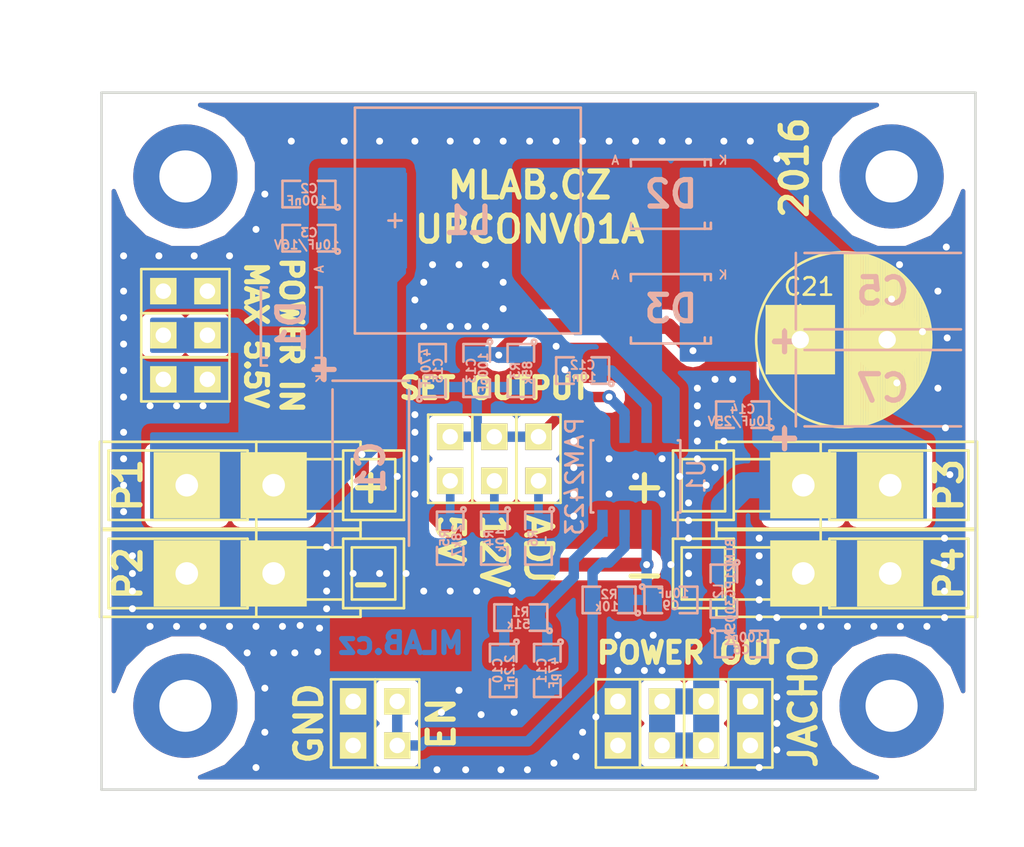
<source format=kicad_pcb>
(kicad_pcb (version 4) (host pcbnew 4.0.3-stable)

  (general
    (links 78)
    (no_connects 0)
    (area -5.588 -45.72 53.340001 3.048001)
    (thickness 1.6)
    (drawings 22)
    (tracks 454)
    (zones 0)
    (modules 46)
    (nets 14)
  )

  (page A4)
  (layers
    (0 F.Cu signal)
    (31 B.Cu signal)
    (32 B.Adhes user)
    (33 F.Adhes user)
    (34 B.Paste user)
    (35 F.Paste user)
    (36 B.SilkS user)
    (37 F.SilkS user)
    (38 B.Mask user)
    (39 F.Mask user)
    (40 Dwgs.User user)
    (41 Cmts.User user)
    (42 Eco1.User user)
    (43 Eco2.User user)
    (44 Edge.Cuts user)
    (45 Margin user)
    (46 B.CrtYd user)
    (47 F.CrtYd user)
    (48 B.Fab user)
    (49 F.Fab user)
  )

  (setup
    (last_trace_width 0.3)
    (user_trace_width 0.2)
    (user_trace_width 0.3)
    (user_trace_width 0.4)
    (user_trace_width 0.5)
    (user_trace_width 0.6)
    (user_trace_width 0.7)
    (user_trace_width 0.8)
    (user_trace_width 1.5)
    (trace_clearance 0.3)
    (zone_clearance 0.508)
    (zone_45_only no)
    (trace_min 0.2)
    (segment_width 0.2)
    (edge_width 0.15)
    (via_size 0.8)
    (via_drill 0.4)
    (via_min_size 0.4)
    (via_min_drill 0.3)
    (uvia_size 0.3)
    (uvia_drill 0.1)
    (uvias_allowed no)
    (uvia_min_size 0.2)
    (uvia_min_drill 0.1)
    (pcb_text_width 0.3)
    (pcb_text_size 1.5 1.5)
    (mod_edge_width 0.15)
    (mod_text_size 1 1)
    (mod_text_width 0.15)
    (pad_size 6 6)
    (pad_drill 3)
    (pad_to_mask_clearance 0.2)
    (solder_mask_min_width 0.2)
    (aux_axis_origin 0 0)
    (visible_elements 7FFCFF7F)
    (pcbplotparams
      (layerselection 0x010e0_80000001)
      (usegerberextensions false)
      (excludeedgelayer true)
      (linewidth 0.500000)
      (plotframeref false)
      (viasonmask false)
      (mode 1)
      (useauxorigin false)
      (hpglpennumber 1)
      (hpglpenspeed 20)
      (hpglpendiameter 15)
      (hpglpenoverlay 2)
      (psnegative false)
      (psa4output false)
      (plotreference true)
      (plotvalue true)
      (plotinvisibletext false)
      (padsonsilk false)
      (subtractmaskfromsilk false)
      (outputformat 1)
      (mirror false)
      (drillshape 0)
      (scaleselection 1)
      (outputdirectory ../CAM_PROFI/))
  )

  (net 0 "")
  (net 1 GND)
  (net 2 VCC)
  (net 3 "Net-(C10-Pad1)")
  (net 4 "Net-(C11-Pad1)")
  (net 5 "Net-(C12-Pad1)")
  (net 6 "Net-(C13-Pad2)")
  (net 7 "Net-(D2-Pad2)")
  (net 8 /EN)
  (net 9 /12V)
  (net 10 /5V)
  (net 11 /ADJ)
  (net 12 /Vout)
  (net 13 "Net-(C6-Pad1)")

  (net_class Default "Toto je výchozí třída sítě."
    (clearance 0.3)
    (trace_width 0.3)
    (via_dia 0.8)
    (via_drill 0.4)
    (uvia_dia 0.3)
    (uvia_drill 0.1)
    (add_net /12V)
    (add_net /5V)
    (add_net /ADJ)
    (add_net /EN)
    (add_net /Vout)
    (add_net GND)
    (add_net "Net-(C10-Pad1)")
    (add_net "Net-(C11-Pad1)")
    (add_net "Net-(C12-Pad1)")
    (add_net "Net-(C13-Pad2)")
    (add_net "Net-(C6-Pad1)")
    (add_net "Net-(D2-Pad2)")
    (add_net VCC)
  )

  (module Mlab_IO:SOP-8_EP_3.9x4.9mm_Pitch1.27mm (layer B.Cu) (tedit 57AAF22B) (tstamp 57AAF838)
    (at 30.988 -18.288 90)
    (descr "8-Lead Plastic Small Outline (SN) - Narrow, 3.90 mm Body [SOIC] (see Microchip Packaging Specification 00000049BS.pdf)")
    (tags "SOIC 1.27")
    (path /57AADAE0)
    (attr smd)
    (fp_text reference U1 (at 0 3.5 90) (layer B.SilkS)
      (effects (font (size 1 1) (thickness 0.15)) (justify mirror))
    )
    (fp_text value PAM2423 (at 0 -3.5 90) (layer B.SilkS)
      (effects (font (size 1 1) (thickness 0.15)) (justify mirror))
    )
    (fp_line (start -3.75 2.75) (end -3.75 -2.75) (layer B.CrtYd) (width 0.05))
    (fp_line (start 3.75 2.75) (end 3.75 -2.75) (layer B.CrtYd) (width 0.05))
    (fp_line (start -3.75 2.75) (end 3.75 2.75) (layer B.CrtYd) (width 0.05))
    (fp_line (start -3.75 -2.75) (end 3.75 -2.75) (layer B.CrtYd) (width 0.05))
    (fp_line (start -2.075 2.575) (end -2.075 2.43) (layer B.SilkS) (width 0.15))
    (fp_line (start 2.075 2.575) (end 2.075 2.43) (layer B.SilkS) (width 0.15))
    (fp_line (start 2.075 -2.575) (end 2.075 -2.43) (layer B.SilkS) (width 0.15))
    (fp_line (start -2.075 -2.575) (end -2.075 -2.43) (layer B.SilkS) (width 0.15))
    (fp_line (start -2.075 2.575) (end 2.075 2.575) (layer B.SilkS) (width 0.15))
    (fp_line (start -2.075 -2.575) (end 2.075 -2.575) (layer B.SilkS) (width 0.15))
    (fp_line (start -2.075 2.43) (end -3.475 2.43) (layer B.SilkS) (width 0.15))
    (pad 9 smd rect (at 0 0 90) (size 2.41 3.3) (layers B.Cu B.Paste B.Mask)
      (net 1 GND))
    (pad 1 smd rect (at -2.7 1.905 90) (size 1.55 0.6) (layers B.Cu B.Paste B.Mask)
      (net 1 GND))
    (pad 2 smd rect (at -2.7 0.635 90) (size 1.55 0.6) (layers B.Cu B.Paste B.Mask)
      (net 2 VCC))
    (pad 3 smd rect (at -2.7 -0.635 90) (size 1.55 0.6) (layers B.Cu B.Paste B.Mask)
      (net 8 /EN))
    (pad 4 smd rect (at -2.7 -1.905 90) (size 1.55 0.6) (layers B.Cu B.Paste B.Mask)
      (net 4 "Net-(C11-Pad1)"))
    (pad 5 smd rect (at 2.7 -1.905 90) (size 1.55 0.6) (layers B.Cu B.Paste B.Mask)
      (net 1 GND))
    (pad 6 smd rect (at 2.7 -0.635 90) (size 1.55 0.6) (layers B.Cu B.Paste B.Mask)
      (net 6 "Net-(C13-Pad2)"))
    (pad 7 smd rect (at 2.7 0.635 90) (size 1.55 0.6) (layers B.Cu B.Paste B.Mask)
      (net 5 "Net-(C12-Pad1)"))
    (pad 8 smd rect (at 2.7 1.905 90) (size 1.55 0.6) (layers B.Cu B.Paste B.Mask)
      (net 7 "Net-(D2-Pad2)"))
    (model Housings_SOIC/SOIC-8_3.9x4.9mm_Pitch1.27mm.wrl
      (at (xyz 0 0 0))
      (scale (xyz 1 1 1))
      (rotate (xyz 0 0 0))
    )
  )

  (module Mlab_R:SMD-0805 (layer B.Cu) (tedit 54799E0C) (tstamp 57AAF82B)
    (at 25.4 -14.732 270)
    (path /57AB9719)
    (attr smd)
    (fp_text reference R6 (at 0 0.3175 270) (layer B.SilkS)
      (effects (font (size 0.50038 0.50038) (thickness 0.10922)) (justify mirror))
    )
    (fp_text value - (at 0.127 -0.381 270) (layer B.SilkS)
      (effects (font (size 0.50038 0.50038) (thickness 0.10922)) (justify mirror))
    )
    (fp_circle (center -1.651 -0.762) (end -1.651 -0.635) (layer B.SilkS) (width 0.15))
    (fp_line (start -0.508 -0.762) (end -1.524 -0.762) (layer B.SilkS) (width 0.15))
    (fp_line (start -1.524 -0.762) (end -1.524 0.762) (layer B.SilkS) (width 0.15))
    (fp_line (start -1.524 0.762) (end -0.508 0.762) (layer B.SilkS) (width 0.15))
    (fp_line (start 0.508 0.762) (end 1.524 0.762) (layer B.SilkS) (width 0.15))
    (fp_line (start 1.524 0.762) (end 1.524 -0.762) (layer B.SilkS) (width 0.15))
    (fp_line (start 1.524 -0.762) (end 0.508 -0.762) (layer B.SilkS) (width 0.15))
    (pad 1 smd rect (at -0.9525 0 270) (size 0.889 1.397) (layers B.Cu B.Paste B.Mask)
      (net 11 /ADJ))
    (pad 2 smd rect (at 0.9525 0 270) (size 0.889 1.397) (layers B.Cu B.Paste B.Mask)
      (net 1 GND))
    (model MLAB_3D/Resistors/chip_cms.wrl
      (at (xyz 0 0 0))
      (scale (xyz 0.1 0.1 0.1))
      (rotate (xyz 0 0 0))
    )
  )

  (module Mlab_R:SMD-0805 (layer B.Cu) (tedit 54799E0C) (tstamp 57AAF825)
    (at 20.32 -14.732 270)
    (path /57AB96A9)
    (attr smd)
    (fp_text reference R5 (at 0 0.3175 270) (layer B.SilkS)
      (effects (font (size 0.50038 0.50038) (thickness 0.10922)) (justify mirror))
    )
    (fp_text value 28k7 (at 0.127 -0.381 270) (layer B.SilkS)
      (effects (font (size 0.50038 0.50038) (thickness 0.10922)) (justify mirror))
    )
    (fp_circle (center -1.651 -0.762) (end -1.651 -0.635) (layer B.SilkS) (width 0.15))
    (fp_line (start -0.508 -0.762) (end -1.524 -0.762) (layer B.SilkS) (width 0.15))
    (fp_line (start -1.524 -0.762) (end -1.524 0.762) (layer B.SilkS) (width 0.15))
    (fp_line (start -1.524 0.762) (end -0.508 0.762) (layer B.SilkS) (width 0.15))
    (fp_line (start 0.508 0.762) (end 1.524 0.762) (layer B.SilkS) (width 0.15))
    (fp_line (start 1.524 0.762) (end 1.524 -0.762) (layer B.SilkS) (width 0.15))
    (fp_line (start 1.524 -0.762) (end 0.508 -0.762) (layer B.SilkS) (width 0.15))
    (pad 1 smd rect (at -0.9525 0 270) (size 0.889 1.397) (layers B.Cu B.Paste B.Mask)
      (net 10 /5V))
    (pad 2 smd rect (at 0.9525 0 270) (size 0.889 1.397) (layers B.Cu B.Paste B.Mask)
      (net 1 GND))
    (model MLAB_3D/Resistors/chip_cms.wrl
      (at (xyz 0 0 0))
      (scale (xyz 0.1 0.1 0.1))
      (rotate (xyz 0 0 0))
    )
  )

  (module Mlab_R:SMD-0805 (layer B.Cu) (tedit 54799E0C) (tstamp 57AAF81F)
    (at 22.86 -14.732 270)
    (path /57AB9630)
    (attr smd)
    (fp_text reference R4 (at 0 0.3175 270) (layer B.SilkS)
      (effects (font (size 0.50038 0.50038) (thickness 0.10922)) (justify mirror))
    )
    (fp_text value 10k (at 0.127 -0.381 270) (layer B.SilkS)
      (effects (font (size 0.50038 0.50038) (thickness 0.10922)) (justify mirror))
    )
    (fp_circle (center -1.651 -0.762) (end -1.651 -0.635) (layer B.SilkS) (width 0.15))
    (fp_line (start -0.508 -0.762) (end -1.524 -0.762) (layer B.SilkS) (width 0.15))
    (fp_line (start -1.524 -0.762) (end -1.524 0.762) (layer B.SilkS) (width 0.15))
    (fp_line (start -1.524 0.762) (end -0.508 0.762) (layer B.SilkS) (width 0.15))
    (fp_line (start 0.508 0.762) (end 1.524 0.762) (layer B.SilkS) (width 0.15))
    (fp_line (start 1.524 0.762) (end 1.524 -0.762) (layer B.SilkS) (width 0.15))
    (fp_line (start 1.524 -0.762) (end 0.508 -0.762) (layer B.SilkS) (width 0.15))
    (pad 1 smd rect (at -0.9525 0 270) (size 0.889 1.397) (layers B.Cu B.Paste B.Mask)
      (net 9 /12V))
    (pad 2 smd rect (at 0.9525 0 270) (size 0.889 1.397) (layers B.Cu B.Paste B.Mask)
      (net 1 GND))
    (model MLAB_3D/Resistors/chip_cms.wrl
      (at (xyz 0 0 0))
      (scale (xyz 0.1 0.1 0.1))
      (rotate (xyz 0 0 0))
    )
  )

  (module Mlab_R:SMD-0805 (layer B.Cu) (tedit 54799E0C) (tstamp 57AAF819)
    (at 24.384 -24.384 270)
    (path /57AB7990)
    (attr smd)
    (fp_text reference R3 (at 0 0.3175 270) (layer B.SilkS)
      (effects (font (size 0.50038 0.50038) (thickness 0.10922)) (justify mirror))
    )
    (fp_text value 85k (at 0.127 -0.381 270) (layer B.SilkS)
      (effects (font (size 0.50038 0.50038) (thickness 0.10922)) (justify mirror))
    )
    (fp_circle (center -1.651 -0.762) (end -1.651 -0.635) (layer B.SilkS) (width 0.15))
    (fp_line (start -0.508 -0.762) (end -1.524 -0.762) (layer B.SilkS) (width 0.15))
    (fp_line (start -1.524 -0.762) (end -1.524 0.762) (layer B.SilkS) (width 0.15))
    (fp_line (start -1.524 0.762) (end -0.508 0.762) (layer B.SilkS) (width 0.15))
    (fp_line (start 0.508 0.762) (end 1.524 0.762) (layer B.SilkS) (width 0.15))
    (fp_line (start 1.524 0.762) (end 1.524 -0.762) (layer B.SilkS) (width 0.15))
    (fp_line (start 1.524 -0.762) (end 0.508 -0.762) (layer B.SilkS) (width 0.15))
    (pad 1 smd rect (at -0.9525 0 270) (size 0.889 1.397) (layers B.Cu B.Paste B.Mask)
      (net 12 /Vout))
    (pad 2 smd rect (at 0.9525 0 270) (size 0.889 1.397) (layers B.Cu B.Paste B.Mask)
      (net 6 "Net-(C13-Pad2)"))
    (model MLAB_3D/Resistors/chip_cms.wrl
      (at (xyz 0 0 0))
      (scale (xyz 0.1 0.1 0.1))
      (rotate (xyz 0 0 0))
    )
  )

  (module Mlab_R:SMD-0805 (layer B.Cu) (tedit 54799E0C) (tstamp 57AAF813)
    (at 29.464 -11.176 180)
    (path /57AB0D21)
    (attr smd)
    (fp_text reference R2 (at 0 0.3175 180) (layer B.SilkS)
      (effects (font (size 0.50038 0.50038) (thickness 0.10922)) (justify mirror))
    )
    (fp_text value 10k (at 0.127 -0.381 180) (layer B.SilkS)
      (effects (font (size 0.50038 0.50038) (thickness 0.10922)) (justify mirror))
    )
    (fp_circle (center -1.651 -0.762) (end -1.651 -0.635) (layer B.SilkS) (width 0.15))
    (fp_line (start -0.508 -0.762) (end -1.524 -0.762) (layer B.SilkS) (width 0.15))
    (fp_line (start -1.524 -0.762) (end -1.524 0.762) (layer B.SilkS) (width 0.15))
    (fp_line (start -1.524 0.762) (end -0.508 0.762) (layer B.SilkS) (width 0.15))
    (fp_line (start 0.508 0.762) (end 1.524 0.762) (layer B.SilkS) (width 0.15))
    (fp_line (start 1.524 0.762) (end 1.524 -0.762) (layer B.SilkS) (width 0.15))
    (fp_line (start 1.524 -0.762) (end 0.508 -0.762) (layer B.SilkS) (width 0.15))
    (pad 1 smd rect (at -0.9525 0 180) (size 0.889 1.397) (layers B.Cu B.Paste B.Mask)
      (net 2 VCC))
    (pad 2 smd rect (at 0.9525 0 180) (size 0.889 1.397) (layers B.Cu B.Paste B.Mask)
      (net 8 /EN))
    (model MLAB_3D/Resistors/chip_cms.wrl
      (at (xyz 0 0 0))
      (scale (xyz 0.1 0.1 0.1))
      (rotate (xyz 0 0 0))
    )
  )

  (module Mlab_R:SMD-0805 (layer B.Cu) (tedit 54799E0C) (tstamp 57AAF80D)
    (at 24.384 -10.16 180)
    (path /57AB49DB)
    (attr smd)
    (fp_text reference R1 (at 0 0.3175 180) (layer B.SilkS)
      (effects (font (size 0.50038 0.50038) (thickness 0.10922)) (justify mirror))
    )
    (fp_text value 51k (at 0.127 -0.381 180) (layer B.SilkS)
      (effects (font (size 0.50038 0.50038) (thickness 0.10922)) (justify mirror))
    )
    (fp_circle (center -1.651 -0.762) (end -1.651 -0.635) (layer B.SilkS) (width 0.15))
    (fp_line (start -0.508 -0.762) (end -1.524 -0.762) (layer B.SilkS) (width 0.15))
    (fp_line (start -1.524 -0.762) (end -1.524 0.762) (layer B.SilkS) (width 0.15))
    (fp_line (start -1.524 0.762) (end -0.508 0.762) (layer B.SilkS) (width 0.15))
    (fp_line (start 0.508 0.762) (end 1.524 0.762) (layer B.SilkS) (width 0.15))
    (fp_line (start 1.524 0.762) (end 1.524 -0.762) (layer B.SilkS) (width 0.15))
    (fp_line (start 1.524 -0.762) (end 0.508 -0.762) (layer B.SilkS) (width 0.15))
    (pad 1 smd rect (at -0.9525 0 180) (size 0.889 1.397) (layers B.Cu B.Paste B.Mask)
      (net 4 "Net-(C11-Pad1)"))
    (pad 2 smd rect (at 0.9525 0 180) (size 0.889 1.397) (layers B.Cu B.Paste B.Mask)
      (net 3 "Net-(C10-Pad1)"))
    (model MLAB_3D/Resistors/chip_cms.wrl
      (at (xyz 0 0 0))
      (scale (xyz 0.1 0.1 0.1))
      (rotate (xyz 0 0 0))
    )
  )

  (module Mlab_CON:WAGO256 (layer F.Cu) (tedit 564C6037) (tstamp 57AAF807)
    (at 43.18 -12.7 180)
    (descr "WAGO-Series 236, 2Stift, 1pol, RM 5mm,")
    (tags "WAGO-Series 236, 2Stift, 1pol, RM 5mm, Anreibare Leiterplattenklemme")
    (path /57AC9D0D)
    (fp_text reference P4 (at -5.842 0 270) (layer F.SilkS)
      (effects (font (thickness 0.3048)))
    )
    (fp_text value WAGO256 (at 0.254 4.064 180) (layer F.SilkS) hide
      (effects (font (thickness 0.3048)))
    )
    (fp_line (start 7.54 2.5) (end 7.54 2) (layer F.SilkS) (width 0.15))
    (fp_line (start 7.54 -2) (end 7.54 -2.5) (layer F.SilkS) (width 0.15))
    (fp_line (start 1.54 2.5001) (end 1.54 -2.5001) (layer F.SilkS) (width 0.15))
    (fp_line (start -7.46 2.5001) (end -7.46 -2.5001) (layer F.SilkS) (width 0.15))
    (fp_line (start 9.54 1.501) (end 9.54 -1.501) (layer F.SilkS) (width 0.15))
    (fp_line (start 7.0401 1.501) (end 7.0401 -1.501) (layer F.SilkS) (width 0.15))
    (fp_line (start 10.0401 -2) (end 10.0401 2) (layer F.SilkS) (width 0.15))
    (fp_line (start 6.54 -2) (end 6.54 2) (layer F.SilkS) (width 0.15))
    (fp_line (start 3.54 1.5001) (end 3.54 -1.5001) (layer F.SilkS) (width 0.15))
    (fp_line (start 1.0399 -2) (end 1.0399 2) (layer F.SilkS) (width 0.15))
    (fp_line (start -6.9601 2) (end -6.9601 -2) (layer F.SilkS) (width 0.15))
    (fp_line (start 1.0399 1) (end 1.54 1) (layer F.SilkS) (width 0.15))
    (fp_line (start 7.0401 1.5) (end 9.54 1.5) (layer F.SilkS) (width 0.15))
    (fp_line (start 6.54 2) (end 10.0401 2) (layer F.SilkS) (width 0.15))
    (fp_line (start 1.0399 -1) (end 1.54 -1) (layer F.SilkS) (width 0.15))
    (fp_line (start 7.0401 -1.5) (end 9.54 -1.5) (layer F.SilkS) (width 0.15))
    (fp_line (start 6.54 -2) (end 10.041 -2) (layer F.SilkS) (width 0.15))
    (fp_line (start 3.54 1.5) (end 6.54 1.5) (layer F.SilkS) (width 0.15))
    (fp_line (start -6.9601 2) (end 1.0399 2) (layer F.SilkS) (width 0.15))
    (fp_line (start 1.54 2.5) (end 7.54 2.5) (layer F.SilkS) (width 0.15))
    (fp_line (start 3.54 -1.5) (end 6.54 -1.5) (layer F.SilkS) (width 0.15))
    (fp_line (start -6.9601 -2) (end 1.0399 -2) (layer F.SilkS) (width 0.15))
    (fp_line (start 1.54 -2.5) (end 7.54 -2.5) (layer F.SilkS) (width 0.15))
    (fp_line (start 1.54 2.5) (end -7.46 2.5) (layer F.SilkS) (width 0.15))
    (fp_line (start -7.46 -2.5) (end 1.54 -2.5) (layer F.SilkS) (width 0.15))
    (pad 1 thru_hole rect (at -2.46 0 270) (size 3.81 3.81) (drill 1.3) (layers *.Cu *.Mask F.SilkS)
      (net 1 GND))
    (pad 1 thru_hole rect (at 2.54 0 270) (size 3.81 3.81) (drill 1.3) (layers *.Cu *.Mask F.SilkS)
      (net 1 GND))
  )

  (module Mlab_CON:WAGO256 (layer F.Cu) (tedit 564C6037) (tstamp 57AAF801)
    (at 43.18 -17.78 180)
    (descr "WAGO-Series 236, 2Stift, 1pol, RM 5mm,")
    (tags "WAGO-Series 236, 2Stift, 1pol, RM 5mm, Anreibare Leiterplattenklemme")
    (path /57AC6BC7)
    (fp_text reference P3 (at -5.842 0 270) (layer F.SilkS)
      (effects (font (thickness 0.3048)))
    )
    (fp_text value WAGO256 (at 0.254 4.064 180) (layer F.SilkS) hide
      (effects (font (thickness 0.3048)))
    )
    (fp_line (start 7.54 2.5) (end 7.54 2) (layer F.SilkS) (width 0.15))
    (fp_line (start 7.54 -2) (end 7.54 -2.5) (layer F.SilkS) (width 0.15))
    (fp_line (start 1.54 2.5001) (end 1.54 -2.5001) (layer F.SilkS) (width 0.15))
    (fp_line (start -7.46 2.5001) (end -7.46 -2.5001) (layer F.SilkS) (width 0.15))
    (fp_line (start 9.54 1.501) (end 9.54 -1.501) (layer F.SilkS) (width 0.15))
    (fp_line (start 7.0401 1.501) (end 7.0401 -1.501) (layer F.SilkS) (width 0.15))
    (fp_line (start 10.0401 -2) (end 10.0401 2) (layer F.SilkS) (width 0.15))
    (fp_line (start 6.54 -2) (end 6.54 2) (layer F.SilkS) (width 0.15))
    (fp_line (start 3.54 1.5001) (end 3.54 -1.5001) (layer F.SilkS) (width 0.15))
    (fp_line (start 1.0399 -2) (end 1.0399 2) (layer F.SilkS) (width 0.15))
    (fp_line (start -6.9601 2) (end -6.9601 -2) (layer F.SilkS) (width 0.15))
    (fp_line (start 1.0399 1) (end 1.54 1) (layer F.SilkS) (width 0.15))
    (fp_line (start 7.0401 1.5) (end 9.54 1.5) (layer F.SilkS) (width 0.15))
    (fp_line (start 6.54 2) (end 10.0401 2) (layer F.SilkS) (width 0.15))
    (fp_line (start 1.0399 -1) (end 1.54 -1) (layer F.SilkS) (width 0.15))
    (fp_line (start 7.0401 -1.5) (end 9.54 -1.5) (layer F.SilkS) (width 0.15))
    (fp_line (start 6.54 -2) (end 10.041 -2) (layer F.SilkS) (width 0.15))
    (fp_line (start 3.54 1.5) (end 6.54 1.5) (layer F.SilkS) (width 0.15))
    (fp_line (start -6.9601 2) (end 1.0399 2) (layer F.SilkS) (width 0.15))
    (fp_line (start 1.54 2.5) (end 7.54 2.5) (layer F.SilkS) (width 0.15))
    (fp_line (start 3.54 -1.5) (end 6.54 -1.5) (layer F.SilkS) (width 0.15))
    (fp_line (start -6.9601 -2) (end 1.0399 -2) (layer F.SilkS) (width 0.15))
    (fp_line (start 1.54 -2.5) (end 7.54 -2.5) (layer F.SilkS) (width 0.15))
    (fp_line (start 1.54 2.5) (end -7.46 2.5) (layer F.SilkS) (width 0.15))
    (fp_line (start -7.46 -2.5) (end 1.54 -2.5) (layer F.SilkS) (width 0.15))
    (pad 1 thru_hole rect (at -2.46 0 270) (size 3.81 3.81) (drill 1.3) (layers *.Cu *.Mask F.SilkS)
      (net 12 /Vout))
    (pad 1 thru_hole rect (at 2.54 0 270) (size 3.81 3.81) (drill 1.3) (layers *.Cu *.Mask F.SilkS)
      (net 12 /Vout))
  )

  (module Mlab_CON:WAGO256 (layer F.Cu) (tedit 564C6037) (tstamp 57AAF7FB)
    (at 7.62 -12.7)
    (descr "WAGO-Series 236, 2Stift, 1pol, RM 5mm,")
    (tags "WAGO-Series 236, 2Stift, 1pol, RM 5mm, Anreibare Leiterplattenklemme")
    (path /57AD543F)
    (fp_text reference P2 (at -5.842 0 90) (layer F.SilkS)
      (effects (font (thickness 0.3048)))
    )
    (fp_text value WAGO256 (at 0.254 4.064) (layer F.SilkS) hide
      (effects (font (thickness 0.3048)))
    )
    (fp_line (start 7.54 2.5) (end 7.54 2) (layer F.SilkS) (width 0.15))
    (fp_line (start 7.54 -2) (end 7.54 -2.5) (layer F.SilkS) (width 0.15))
    (fp_line (start 1.54 2.5001) (end 1.54 -2.5001) (layer F.SilkS) (width 0.15))
    (fp_line (start -7.46 2.5001) (end -7.46 -2.5001) (layer F.SilkS) (width 0.15))
    (fp_line (start 9.54 1.501) (end 9.54 -1.501) (layer F.SilkS) (width 0.15))
    (fp_line (start 7.0401 1.501) (end 7.0401 -1.501) (layer F.SilkS) (width 0.15))
    (fp_line (start 10.0401 -2) (end 10.0401 2) (layer F.SilkS) (width 0.15))
    (fp_line (start 6.54 -2) (end 6.54 2) (layer F.SilkS) (width 0.15))
    (fp_line (start 3.54 1.5001) (end 3.54 -1.5001) (layer F.SilkS) (width 0.15))
    (fp_line (start 1.0399 -2) (end 1.0399 2) (layer F.SilkS) (width 0.15))
    (fp_line (start -6.9601 2) (end -6.9601 -2) (layer F.SilkS) (width 0.15))
    (fp_line (start 1.0399 1) (end 1.54 1) (layer F.SilkS) (width 0.15))
    (fp_line (start 7.0401 1.5) (end 9.54 1.5) (layer F.SilkS) (width 0.15))
    (fp_line (start 6.54 2) (end 10.0401 2) (layer F.SilkS) (width 0.15))
    (fp_line (start 1.0399 -1) (end 1.54 -1) (layer F.SilkS) (width 0.15))
    (fp_line (start 7.0401 -1.5) (end 9.54 -1.5) (layer F.SilkS) (width 0.15))
    (fp_line (start 6.54 -2) (end 10.041 -2) (layer F.SilkS) (width 0.15))
    (fp_line (start 3.54 1.5) (end 6.54 1.5) (layer F.SilkS) (width 0.15))
    (fp_line (start -6.9601 2) (end 1.0399 2) (layer F.SilkS) (width 0.15))
    (fp_line (start 1.54 2.5) (end 7.54 2.5) (layer F.SilkS) (width 0.15))
    (fp_line (start 3.54 -1.5) (end 6.54 -1.5) (layer F.SilkS) (width 0.15))
    (fp_line (start -6.9601 -2) (end 1.0399 -2) (layer F.SilkS) (width 0.15))
    (fp_line (start 1.54 -2.5) (end 7.54 -2.5) (layer F.SilkS) (width 0.15))
    (fp_line (start 1.54 2.5) (end -7.46 2.5) (layer F.SilkS) (width 0.15))
    (fp_line (start -7.46 -2.5) (end 1.54 -2.5) (layer F.SilkS) (width 0.15))
    (pad 1 thru_hole rect (at -2.46 0 90) (size 3.81 3.81) (drill 1.3) (layers *.Cu *.Mask F.SilkS)
      (net 1 GND))
    (pad 1 thru_hole rect (at 2.54 0 90) (size 3.81 3.81) (drill 1.3) (layers *.Cu *.Mask F.SilkS)
      (net 1 GND))
  )

  (module Mlab_CON:WAGO256 (layer F.Cu) (tedit 564C6037) (tstamp 57AAF7F5)
    (at 7.62 -17.78)
    (descr "WAGO-Series 236, 2Stift, 1pol, RM 5mm,")
    (tags "WAGO-Series 236, 2Stift, 1pol, RM 5mm, Anreibare Leiterplattenklemme")
    (path /57AD4BD1)
    (fp_text reference P1 (at -5.842 0 90) (layer F.SilkS)
      (effects (font (thickness 0.3048)))
    )
    (fp_text value WAGO256 (at 0.254 4.064) (layer F.SilkS) hide
      (effects (font (thickness 0.3048)))
    )
    (fp_line (start 7.54 2.5) (end 7.54 2) (layer F.SilkS) (width 0.15))
    (fp_line (start 7.54 -2) (end 7.54 -2.5) (layer F.SilkS) (width 0.15))
    (fp_line (start 1.54 2.5001) (end 1.54 -2.5001) (layer F.SilkS) (width 0.15))
    (fp_line (start -7.46 2.5001) (end -7.46 -2.5001) (layer F.SilkS) (width 0.15))
    (fp_line (start 9.54 1.501) (end 9.54 -1.501) (layer F.SilkS) (width 0.15))
    (fp_line (start 7.0401 1.501) (end 7.0401 -1.501) (layer F.SilkS) (width 0.15))
    (fp_line (start 10.0401 -2) (end 10.0401 2) (layer F.SilkS) (width 0.15))
    (fp_line (start 6.54 -2) (end 6.54 2) (layer F.SilkS) (width 0.15))
    (fp_line (start 3.54 1.5001) (end 3.54 -1.5001) (layer F.SilkS) (width 0.15))
    (fp_line (start 1.0399 -2) (end 1.0399 2) (layer F.SilkS) (width 0.15))
    (fp_line (start -6.9601 2) (end -6.9601 -2) (layer F.SilkS) (width 0.15))
    (fp_line (start 1.0399 1) (end 1.54 1) (layer F.SilkS) (width 0.15))
    (fp_line (start 7.0401 1.5) (end 9.54 1.5) (layer F.SilkS) (width 0.15))
    (fp_line (start 6.54 2) (end 10.0401 2) (layer F.SilkS) (width 0.15))
    (fp_line (start 1.0399 -1) (end 1.54 -1) (layer F.SilkS) (width 0.15))
    (fp_line (start 7.0401 -1.5) (end 9.54 -1.5) (layer F.SilkS) (width 0.15))
    (fp_line (start 6.54 -2) (end 10.041 -2) (layer F.SilkS) (width 0.15))
    (fp_line (start 3.54 1.5) (end 6.54 1.5) (layer F.SilkS) (width 0.15))
    (fp_line (start -6.9601 2) (end 1.0399 2) (layer F.SilkS) (width 0.15))
    (fp_line (start 1.54 2.5) (end 7.54 2.5) (layer F.SilkS) (width 0.15))
    (fp_line (start 3.54 -1.5) (end 6.54 -1.5) (layer F.SilkS) (width 0.15))
    (fp_line (start -6.9601 -2) (end 1.0399 -2) (layer F.SilkS) (width 0.15))
    (fp_line (start 1.54 -2.5) (end 7.54 -2.5) (layer F.SilkS) (width 0.15))
    (fp_line (start 1.54 2.5) (end -7.46 2.5) (layer F.SilkS) (width 0.15))
    (fp_line (start -7.46 -2.5) (end 1.54 -2.5) (layer F.SilkS) (width 0.15))
    (pad 1 thru_hole rect (at -2.46 0 90) (size 3.81 3.81) (drill 1.3) (layers *.Cu *.Mask F.SilkS)
      (net 2 VCC))
    (pad 1 thru_hole rect (at 2.54 0 90) (size 3.81 3.81) (drill 1.3) (layers *.Cu *.Mask F.SilkS)
      (net 2 VCC))
  )

  (module Mlab_Mechanical:MountingHole_3mm placed (layer F.Cu) (tedit 5535DB2C) (tstamp 57AAF7EF)
    (at 5.08 -5.08)
    (descr "Mounting hole, Befestigungsbohrung, 3mm, No Annular, Kein Restring,")
    (tags "Mounting hole, Befestigungsbohrung, 3mm, No Annular, Kein Restring,")
    (path /549D7665)
    (fp_text reference M4 (at 0 -4.191) (layer F.SilkS) hide
      (effects (font (thickness 0.3048)))
    )
    (fp_text value HOLE (at 0 4.191) (layer F.SilkS) hide
      (effects (font (thickness 0.3048)))
    )
    (fp_circle (center 0 0) (end 2.99974 0) (layer Cmts.User) (width 0.381))
    (pad 1 thru_hole circle (at 0 0) (size 6 6) (drill 3) (layers *.Cu *.Adhes *.Mask)
      (clearance 1) (zone_connect 2))
  )

  (module Mlab_Mechanical:MountingHole_3mm placed (layer F.Cu) (tedit 5535DB2C) (tstamp 57AAF7EA)
    (at 45.72 -35.56)
    (descr "Mounting hole, Befestigungsbohrung, 3mm, No Annular, Kein Restring,")
    (tags "Mounting hole, Befestigungsbohrung, 3mm, No Annular, Kein Restring,")
    (path /549D7646)
    (fp_text reference M3 (at 0 -4.191) (layer F.SilkS) hide
      (effects (font (thickness 0.3048)))
    )
    (fp_text value HOLE (at 0 4.191) (layer F.SilkS) hide
      (effects (font (thickness 0.3048)))
    )
    (fp_circle (center 0 0) (end 2.99974 0) (layer Cmts.User) (width 0.381))
    (pad 1 thru_hole circle (at 0 0) (size 6 6) (drill 3) (layers *.Cu *.Adhes *.Mask)
      (clearance 1) (zone_connect 2))
  )

  (module Mlab_Mechanical:MountingHole_3mm placed (layer F.Cu) (tedit 5535DB2C) (tstamp 57AAF7E5)
    (at 5.08 -35.56)
    (descr "Mounting hole, Befestigungsbohrung, 3mm, No Annular, Kein Restring,")
    (tags "Mounting hole, Befestigungsbohrung, 3mm, No Annular, Kein Restring,")
    (path /549D7628)
    (fp_text reference M2 (at 0 -4.191) (layer F.SilkS) hide
      (effects (font (thickness 0.3048)))
    )
    (fp_text value HOLE (at 0 4.191) (layer F.SilkS) hide
      (effects (font (thickness 0.3048)))
    )
    (fp_circle (center 0 0) (end 2.99974 0) (layer Cmts.User) (width 0.381))
    (pad 1 thru_hole circle (at 0 0) (size 6 6) (drill 3) (layers *.Cu *.Adhes *.Mask)
      (clearance 1) (zone_connect 2))
  )

  (module Mlab_Mechanical:MountingHole_3mm placed (layer F.Cu) (tedit 5535DB2C) (tstamp 57AAF7E0)
    (at 45.72 -5.08)
    (descr "Mounting hole, Befestigungsbohrung, 3mm, No Annular, Kein Restring,")
    (tags "Mounting hole, Befestigungsbohrung, 3mm, No Annular, Kein Restring,")
    (path /549D7549)
    (fp_text reference M1 (at 0 -4.191) (layer F.SilkS) hide
      (effects (font (thickness 0.3048)))
    )
    (fp_text value HOLE (at 0 4.191) (layer F.SilkS) hide
      (effects (font (thickness 0.3048)))
    )
    (fp_circle (center 0 0) (end 2.99974 0) (layer Cmts.User) (width 0.381))
    (pad 1 thru_hole circle (at 0 0) (size 6 6) (drill 3) (layers *.Cu *.Adhes *.Mask)
      (clearance 1) (zone_connect 2))
  )

  (module Mlab_L:DE1205-10 (layer B.Cu) (tedit 564C61DE) (tstamp 57AAF7DB)
    (at 21.336 -33.02 180)
    (descr "L DE1207")
    (path /57A9E40F)
    (fp_text reference L1 (at 0 0 180) (layer B.SilkS)
      (effects (font (thickness 0.3048)) (justify mirror))
    )
    (fp_text value "DE1207-10, EPCOS  B82477G4682M" (at 0 -5.842 180) (layer B.SilkS) hide
      (effects (font (size 0.50038 0.50038) (thickness 0.11938)) (justify mirror))
    )
    (fp_line (start -6.5 6.5) (end -6.5 -6.5) (layer B.SilkS) (width 0.15))
    (fp_line (start -6.5 -6.5) (end 6.5 -6.5) (layer B.SilkS) (width 0.15))
    (fp_line (start 6.5 -6.5) (end 6.5 6.5) (layer B.SilkS) (width 0.15))
    (fp_line (start 6.5 6.5) (end -6.5 6.5) (layer B.SilkS) (width 0.15))
    (fp_line (start 4.572 0) (end 3.81 0) (layer B.SilkS) (width 0.15))
    (fp_line (start 4.191 0.381) (end 4.191 -0.381) (layer B.SilkS) (width 0.15))
    (pad 1 smd rect (at 5 0 180) (size 3 5.5) (layers B.Cu B.Paste B.Mask)
      (net 2 VCC))
    (pad 2 smd rect (at -5 0 180) (size 3 5.5) (layers B.Cu B.Paste B.Mask)
      (net 7 "Net-(D2-Pad2)"))
    (model Capacitors_SMD/c_elec_10x10_5.wrl
      (at (xyz 0 0 0))
      (scale (xyz 1 1 1))
      (rotate (xyz 0 0 0))
    )
  )

  (module Mlab_Pin_Headers:Straight_1x02 (layer F.Cu) (tedit 5535DB0D) (tstamp 57AAF7D5)
    (at 5.08 -23.876 90)
    (descr "pin header straight 1x02")
    (tags "pin header straight 1x02")
    (path /57AE24EC)
    (fp_text reference J12 (at 0 -3.81 90) (layer F.SilkS) hide
      (effects (font (size 1.5 1.5) (thickness 0.15)))
    )
    (fp_text value JUMP_2x1 (at 0 3.81 90) (layer F.SilkS) hide
      (effects (font (size 1.5 1.5) (thickness 0.15)))
    )
    (fp_text user 1 (at -1.651 -1.27 90) (layer F.SilkS) hide
      (effects (font (size 0.5 0.5) (thickness 0.05)))
    )
    (fp_line (start -1.27 -2.54) (end 1.27 -2.54) (layer F.SilkS) (width 0.15))
    (fp_line (start 1.27 -2.54) (end 1.27 2.54) (layer F.SilkS) (width 0.15))
    (fp_line (start 1.27 2.54) (end -1.27 2.54) (layer F.SilkS) (width 0.15))
    (fp_line (start -1.27 2.54) (end -1.27 -2.54) (layer F.SilkS) (width 0.15))
    (pad 2 thru_hole rect (at 0 1.27 90) (size 1.524 1.524) (drill 0.889) (layers *.Cu *.Mask F.SilkS)
      (net 1 GND))
    (pad 1 thru_hole rect (at 0 -1.27 90) (size 1.524 1.524) (drill 0.889) (layers *.Cu *.Mask F.SilkS)
      (net 1 GND))
    (model Pin_Headers/Pin_Header_Straight_1x02.wrl
      (at (xyz 0 0 0))
      (scale (xyz 1 1 1))
      (rotate (xyz 0 0 90))
    )
  )

  (module Mlab_Pin_Headers:Straight_1x02 (layer F.Cu) (tedit 5535DB0D) (tstamp 57AAF7CF)
    (at 5.08 -26.416 90)
    (descr "pin header straight 1x02")
    (tags "pin header straight 1x02")
    (path /57AE243F)
    (fp_text reference J11 (at 0 -3.81 90) (layer F.SilkS) hide
      (effects (font (size 1.5 1.5) (thickness 0.15)))
    )
    (fp_text value JUMP_2x1 (at 0 3.81 90) (layer F.SilkS) hide
      (effects (font (size 1.5 1.5) (thickness 0.15)))
    )
    (fp_text user 1 (at -1.651 -1.27 90) (layer F.SilkS) hide
      (effects (font (size 0.5 0.5) (thickness 0.05)))
    )
    (fp_line (start -1.27 -2.54) (end 1.27 -2.54) (layer F.SilkS) (width 0.15))
    (fp_line (start 1.27 -2.54) (end 1.27 2.54) (layer F.SilkS) (width 0.15))
    (fp_line (start 1.27 2.54) (end -1.27 2.54) (layer F.SilkS) (width 0.15))
    (fp_line (start -1.27 2.54) (end -1.27 -2.54) (layer F.SilkS) (width 0.15))
    (pad 2 thru_hole rect (at 0 1.27 90) (size 1.524 1.524) (drill 0.889) (layers *.Cu *.Mask F.SilkS)
      (net 2 VCC))
    (pad 1 thru_hole rect (at 0 -1.27 90) (size 1.524 1.524) (drill 0.889) (layers *.Cu *.Mask F.SilkS)
      (net 2 VCC))
    (model Pin_Headers/Pin_Header_Straight_1x02.wrl
      (at (xyz 0 0 0))
      (scale (xyz 1 1 1))
      (rotate (xyz 0 0 90))
    )
  )

  (module Mlab_Pin_Headers:Straight_1x02 (layer F.Cu) (tedit 5535DB0D) (tstamp 57AAF7C9)
    (at 14.732 -4.064)
    (descr "pin header straight 1x02")
    (tags "pin header straight 1x02")
    (path /57AC8608)
    (fp_text reference J10 (at 0 -3.81) (layer F.SilkS) hide
      (effects (font (size 1.5 1.5) (thickness 0.15)))
    )
    (fp_text value JUMP_2x1 (at 0 3.81) (layer F.SilkS) hide
      (effects (font (size 1.5 1.5) (thickness 0.15)))
    )
    (fp_text user 1 (at -1.651 -1.27) (layer F.SilkS) hide
      (effects (font (size 0.5 0.5) (thickness 0.05)))
    )
    (fp_line (start -1.27 -2.54) (end 1.27 -2.54) (layer F.SilkS) (width 0.15))
    (fp_line (start 1.27 -2.54) (end 1.27 2.54) (layer F.SilkS) (width 0.15))
    (fp_line (start 1.27 2.54) (end -1.27 2.54) (layer F.SilkS) (width 0.15))
    (fp_line (start -1.27 2.54) (end -1.27 -2.54) (layer F.SilkS) (width 0.15))
    (pad 2 thru_hole rect (at 0 1.27) (size 1.524 1.524) (drill 0.889) (layers *.Cu *.Mask F.SilkS)
      (net 1 GND))
    (pad 1 thru_hole rect (at 0 -1.27) (size 1.524 1.524) (drill 0.889) (layers *.Cu *.Mask F.SilkS)
      (net 1 GND))
    (model Pin_Headers/Pin_Header_Straight_1x02.wrl
      (at (xyz 0 0 0))
      (scale (xyz 1 1 1))
      (rotate (xyz 0 0 90))
    )
  )

  (module Mlab_Pin_Headers:Straight_1x02 (layer F.Cu) (tedit 5535DB0D) (tstamp 57AAF7C3)
    (at 32.512 -4.064 180)
    (descr "pin header straight 1x02")
    (tags "pin header straight 1x02")
    (path /57AC848C)
    (fp_text reference J9 (at 0 -3.81 180) (layer F.SilkS) hide
      (effects (font (size 1.5 1.5) (thickness 0.15)))
    )
    (fp_text value JUMP_2x1 (at 0 3.81 180) (layer F.SilkS) hide
      (effects (font (size 1.5 1.5) (thickness 0.15)))
    )
    (fp_text user 1 (at -1.651 -1.27 180) (layer F.SilkS) hide
      (effects (font (size 0.5 0.5) (thickness 0.05)))
    )
    (fp_line (start -1.27 -2.54) (end 1.27 -2.54) (layer F.SilkS) (width 0.15))
    (fp_line (start 1.27 -2.54) (end 1.27 2.54) (layer F.SilkS) (width 0.15))
    (fp_line (start 1.27 2.54) (end -1.27 2.54) (layer F.SilkS) (width 0.15))
    (fp_line (start -1.27 2.54) (end -1.27 -2.54) (layer F.SilkS) (width 0.15))
    (pad 2 thru_hole rect (at 0 1.27 180) (size 1.524 1.524) (drill 0.889) (layers *.Cu *.Mask F.SilkS)
      (net 13 "Net-(C6-Pad1)"))
    (pad 1 thru_hole rect (at 0 -1.27 180) (size 1.524 1.524) (drill 0.889) (layers *.Cu *.Mask F.SilkS)
      (net 13 "Net-(C6-Pad1)"))
    (model Pin_Headers/Pin_Header_Straight_1x02.wrl
      (at (xyz 0 0 0))
      (scale (xyz 1 1 1))
      (rotate (xyz 0 0 90))
    )
  )

  (module Mlab_Pin_Headers:Straight_1x02 (layer F.Cu) (tedit 5535DB0D) (tstamp 57AAF7BD)
    (at 35.052 -4.064 180)
    (descr "pin header straight 1x02")
    (tags "pin header straight 1x02")
    (path /57AC7F68)
    (fp_text reference J8 (at 0 -3.81 180) (layer F.SilkS) hide
      (effects (font (size 1.5 1.5) (thickness 0.15)))
    )
    (fp_text value JUMP_2x1 (at 0 3.81 180) (layer F.SilkS) hide
      (effects (font (size 1.5 1.5) (thickness 0.15)))
    )
    (fp_text user 1 (at -1.651 -1.27 180) (layer F.SilkS) hide
      (effects (font (size 0.5 0.5) (thickness 0.05)))
    )
    (fp_line (start -1.27 -2.54) (end 1.27 -2.54) (layer F.SilkS) (width 0.15))
    (fp_line (start 1.27 -2.54) (end 1.27 2.54) (layer F.SilkS) (width 0.15))
    (fp_line (start 1.27 2.54) (end -1.27 2.54) (layer F.SilkS) (width 0.15))
    (fp_line (start -1.27 2.54) (end -1.27 -2.54) (layer F.SilkS) (width 0.15))
    (pad 2 thru_hole rect (at 0 1.27 180) (size 1.524 1.524) (drill 0.889) (layers *.Cu *.Mask F.SilkS)
      (net 13 "Net-(C6-Pad1)"))
    (pad 1 thru_hole rect (at 0 -1.27 180) (size 1.524 1.524) (drill 0.889) (layers *.Cu *.Mask F.SilkS)
      (net 13 "Net-(C6-Pad1)"))
    (model Pin_Headers/Pin_Header_Straight_1x02.wrl
      (at (xyz 0 0 0))
      (scale (xyz 1 1 1))
      (rotate (xyz 0 0 90))
    )
  )

  (module Mlab_Pin_Headers:Straight_1x02 (layer F.Cu) (tedit 5535DB0D) (tstamp 57AAF7B7)
    (at 37.592 -4.064 180)
    (descr "pin header straight 1x02")
    (tags "pin header straight 1x02")
    (path /57AC8508)
    (fp_text reference J7 (at 0 -3.81 180) (layer F.SilkS) hide
      (effects (font (size 1.5 1.5) (thickness 0.15)))
    )
    (fp_text value JUMP_2x1 (at 0 3.81 180) (layer F.SilkS) hide
      (effects (font (size 1.5 1.5) (thickness 0.15)))
    )
    (fp_text user 1 (at -1.651 -1.27 180) (layer F.SilkS) hide
      (effects (font (size 0.5 0.5) (thickness 0.05)))
    )
    (fp_line (start -1.27 -2.54) (end 1.27 -2.54) (layer F.SilkS) (width 0.15))
    (fp_line (start 1.27 -2.54) (end 1.27 2.54) (layer F.SilkS) (width 0.15))
    (fp_line (start 1.27 2.54) (end -1.27 2.54) (layer F.SilkS) (width 0.15))
    (fp_line (start -1.27 2.54) (end -1.27 -2.54) (layer F.SilkS) (width 0.15))
    (pad 2 thru_hole rect (at 0 1.27 180) (size 1.524 1.524) (drill 0.889) (layers *.Cu *.Mask F.SilkS)
      (net 1 GND))
    (pad 1 thru_hole rect (at 0 -1.27 180) (size 1.524 1.524) (drill 0.889) (layers *.Cu *.Mask F.SilkS)
      (net 1 GND))
    (model Pin_Headers/Pin_Header_Straight_1x02.wrl
      (at (xyz 0 0 0))
      (scale (xyz 1 1 1))
      (rotate (xyz 0 0 90))
    )
  )

  (module Mlab_Pin_Headers:Straight_1x02 (layer F.Cu) (tedit 5535DB0D) (tstamp 57AAF7B1)
    (at 25.4 -19.304 180)
    (descr "pin header straight 1x02")
    (tags "pin header straight 1x02")
    (path /57ABABD5)
    (fp_text reference J6 (at 0 -3.81 180) (layer F.SilkS) hide
      (effects (font (size 1.5 1.5) (thickness 0.15)))
    )
    (fp_text value JUMP2_2x1 (at 0 3.81 180) (layer F.SilkS) hide
      (effects (font (size 1.5 1.5) (thickness 0.15)))
    )
    (fp_text user 1 (at -1.651 -1.27 180) (layer F.SilkS) hide
      (effects (font (size 0.5 0.5) (thickness 0.05)))
    )
    (fp_line (start -1.27 -2.54) (end 1.27 -2.54) (layer F.SilkS) (width 0.15))
    (fp_line (start 1.27 -2.54) (end 1.27 2.54) (layer F.SilkS) (width 0.15))
    (fp_line (start 1.27 2.54) (end -1.27 2.54) (layer F.SilkS) (width 0.15))
    (fp_line (start -1.27 2.54) (end -1.27 -2.54) (layer F.SilkS) (width 0.15))
    (pad 2 thru_hole rect (at 0 1.27 180) (size 1.524 1.524) (drill 0.889) (layers *.Cu *.Mask F.SilkS)
      (net 6 "Net-(C13-Pad2)"))
    (pad 1 thru_hole rect (at 0 -1.27 180) (size 1.524 1.524) (drill 0.889) (layers *.Cu *.Mask F.SilkS)
      (net 11 /ADJ))
    (model Pin_Headers/Pin_Header_Straight_1x02.wrl
      (at (xyz 0 0 0))
      (scale (xyz 1 1 1))
      (rotate (xyz 0 0 90))
    )
  )

  (module Mlab_Pin_Headers:Straight_1x02 (layer F.Cu) (tedit 5535DB0D) (tstamp 57AAF7AB)
    (at 20.32 -19.304 180)
    (descr "pin header straight 1x02")
    (tags "pin header straight 1x02")
    (path /57ABAB5E)
    (fp_text reference J5 (at 0 -3.81 180) (layer F.SilkS) hide
      (effects (font (size 1.5 1.5) (thickness 0.15)))
    )
    (fp_text value JUMP2_2x1 (at 0 3.81 180) (layer F.SilkS) hide
      (effects (font (size 1.5 1.5) (thickness 0.15)))
    )
    (fp_text user 1 (at -1.651 -1.27 180) (layer F.SilkS) hide
      (effects (font (size 0.5 0.5) (thickness 0.05)))
    )
    (fp_line (start -1.27 -2.54) (end 1.27 -2.54) (layer F.SilkS) (width 0.15))
    (fp_line (start 1.27 -2.54) (end 1.27 2.54) (layer F.SilkS) (width 0.15))
    (fp_line (start 1.27 2.54) (end -1.27 2.54) (layer F.SilkS) (width 0.15))
    (fp_line (start -1.27 2.54) (end -1.27 -2.54) (layer F.SilkS) (width 0.15))
    (pad 2 thru_hole rect (at 0 1.27 180) (size 1.524 1.524) (drill 0.889) (layers *.Cu *.Mask F.SilkS)
      (net 6 "Net-(C13-Pad2)"))
    (pad 1 thru_hole rect (at 0 -1.27 180) (size 1.524 1.524) (drill 0.889) (layers *.Cu *.Mask F.SilkS)
      (net 10 /5V))
    (model Pin_Headers/Pin_Header_Straight_1x02.wrl
      (at (xyz 0 0 0))
      (scale (xyz 1 1 1))
      (rotate (xyz 0 0 90))
    )
  )

  (module Mlab_Pin_Headers:Straight_1x02 (layer F.Cu) (tedit 5535DB0D) (tstamp 57AAF7A5)
    (at 22.86 -19.304 180)
    (descr "pin header straight 1x02")
    (tags "pin header straight 1x02")
    (path /57ABA3DA)
    (fp_text reference J4 (at 0 -3.81 180) (layer F.SilkS) hide
      (effects (font (size 1.5 1.5) (thickness 0.15)))
    )
    (fp_text value JUMP2_2x1 (at 0 3.81 180) (layer F.SilkS) hide
      (effects (font (size 1.5 1.5) (thickness 0.15)))
    )
    (fp_text user 1 (at -1.651 -1.27 180) (layer F.SilkS) hide
      (effects (font (size 0.5 0.5) (thickness 0.05)))
    )
    (fp_line (start -1.27 -2.54) (end 1.27 -2.54) (layer F.SilkS) (width 0.15))
    (fp_line (start 1.27 -2.54) (end 1.27 2.54) (layer F.SilkS) (width 0.15))
    (fp_line (start 1.27 2.54) (end -1.27 2.54) (layer F.SilkS) (width 0.15))
    (fp_line (start -1.27 2.54) (end -1.27 -2.54) (layer F.SilkS) (width 0.15))
    (pad 2 thru_hole rect (at 0 1.27 180) (size 1.524 1.524) (drill 0.889) (layers *.Cu *.Mask F.SilkS)
      (net 6 "Net-(C13-Pad2)"))
    (pad 1 thru_hole rect (at 0 -1.27 180) (size 1.524 1.524) (drill 0.889) (layers *.Cu *.Mask F.SilkS)
      (net 9 /12V))
    (model Pin_Headers/Pin_Header_Straight_1x02.wrl
      (at (xyz 0 0 0))
      (scale (xyz 1 1 1))
      (rotate (xyz 0 0 90))
    )
  )

  (module Mlab_Pin_Headers:Straight_1x02 (layer F.Cu) (tedit 5535DB0D) (tstamp 57AAF79F)
    (at 5.08 -28.956 90)
    (descr "pin header straight 1x02")
    (tags "pin header straight 1x02")
    (path /57AB1797)
    (fp_text reference J3 (at 0 -3.81 90) (layer F.SilkS) hide
      (effects (font (size 1.5 1.5) (thickness 0.15)))
    )
    (fp_text value JUMP_2x1 (at 0 3.81 90) (layer F.SilkS) hide
      (effects (font (size 1.5 1.5) (thickness 0.15)))
    )
    (fp_text user 1 (at -1.651 -1.27 90) (layer F.SilkS) hide
      (effects (font (size 0.5 0.5) (thickness 0.05)))
    )
    (fp_line (start -1.27 -2.54) (end 1.27 -2.54) (layer F.SilkS) (width 0.15))
    (fp_line (start 1.27 -2.54) (end 1.27 2.54) (layer F.SilkS) (width 0.15))
    (fp_line (start 1.27 2.54) (end -1.27 2.54) (layer F.SilkS) (width 0.15))
    (fp_line (start -1.27 2.54) (end -1.27 -2.54) (layer F.SilkS) (width 0.15))
    (pad 2 thru_hole rect (at 0 1.27 90) (size 1.524 1.524) (drill 0.889) (layers *.Cu *.Mask F.SilkS)
      (net 1 GND))
    (pad 1 thru_hole rect (at 0 -1.27 90) (size 1.524 1.524) (drill 0.889) (layers *.Cu *.Mask F.SilkS)
      (net 1 GND))
    (model Pin_Headers/Pin_Header_Straight_1x02.wrl
      (at (xyz 0 0 0))
      (scale (xyz 1 1 1))
      (rotate (xyz 0 0 90))
    )
  )

  (module Mlab_Pin_Headers:Straight_1x02 (layer F.Cu) (tedit 5535DB0D) (tstamp 57AAF799)
    (at 17.272 -4.064)
    (descr "pin header straight 1x02")
    (tags "pin header straight 1x02")
    (path /57AB1209)
    (fp_text reference J2 (at 0 -3.81) (layer F.SilkS) hide
      (effects (font (size 1.5 1.5) (thickness 0.15)))
    )
    (fp_text value JUMP_2x1 (at 0 3.81) (layer F.SilkS) hide
      (effects (font (size 1.5 1.5) (thickness 0.15)))
    )
    (fp_text user 1 (at -1.651 -1.27) (layer F.SilkS) hide
      (effects (font (size 0.5 0.5) (thickness 0.05)))
    )
    (fp_line (start -1.27 -2.54) (end 1.27 -2.54) (layer F.SilkS) (width 0.15))
    (fp_line (start 1.27 -2.54) (end 1.27 2.54) (layer F.SilkS) (width 0.15))
    (fp_line (start 1.27 2.54) (end -1.27 2.54) (layer F.SilkS) (width 0.15))
    (fp_line (start -1.27 2.54) (end -1.27 -2.54) (layer F.SilkS) (width 0.15))
    (pad 2 thru_hole rect (at 0 1.27) (size 1.524 1.524) (drill 0.889) (layers *.Cu *.Mask F.SilkS)
      (net 8 /EN))
    (pad 1 thru_hole rect (at 0 -1.27) (size 1.524 1.524) (drill 0.889) (layers *.Cu *.Mask F.SilkS)
      (net 8 /EN))
    (model Pin_Headers/Pin_Header_Straight_1x02.wrl
      (at (xyz 0 0 0))
      (scale (xyz 1 1 1))
      (rotate (xyz 0 0 90))
    )
  )

  (module Mlab_Pin_Headers:Straight_1x02 (layer F.Cu) (tedit 5535DB0D) (tstamp 57AAF793)
    (at 29.972 -4.064 180)
    (descr "pin header straight 1x02")
    (tags "pin header straight 1x02")
    (path /57AE17DB)
    (fp_text reference J1 (at 0 -3.81 180) (layer F.SilkS) hide
      (effects (font (size 1.5 1.5) (thickness 0.15)))
    )
    (fp_text value JUMP_2x1 (at 0 3.81 180) (layer F.SilkS) hide
      (effects (font (size 1.5 1.5) (thickness 0.15)))
    )
    (fp_text user 1 (at -1.651 -1.27 180) (layer F.SilkS) hide
      (effects (font (size 0.5 0.5) (thickness 0.05)))
    )
    (fp_line (start -1.27 -2.54) (end 1.27 -2.54) (layer F.SilkS) (width 0.15))
    (fp_line (start 1.27 -2.54) (end 1.27 2.54) (layer F.SilkS) (width 0.15))
    (fp_line (start 1.27 2.54) (end -1.27 2.54) (layer F.SilkS) (width 0.15))
    (fp_line (start -1.27 2.54) (end -1.27 -2.54) (layer F.SilkS) (width 0.15))
    (pad 2 thru_hole rect (at 0 1.27 180) (size 1.524 1.524) (drill 0.889) (layers *.Cu *.Mask F.SilkS)
      (net 1 GND))
    (pad 1 thru_hole rect (at 0 -1.27 180) (size 1.524 1.524) (drill 0.889) (layers *.Cu *.Mask F.SilkS)
      (net 1 GND))
    (model Pin_Headers/Pin_Header_Straight_1x02.wrl
      (at (xyz 0 0 0))
      (scale (xyz 1 1 1))
      (rotate (xyz 0 0 90))
    )
  )

  (module Mlab_D:Diode-SMB_Standard (layer B.Cu) (tedit 57AC1E40) (tstamp 57AAF695)
    (at 33.02 -27.94)
    (descr "Diode SMB Standard")
    (tags "Diode SMB Standard")
    (path /57AB6FDC)
    (attr smd)
    (fp_text reference D3 (at 0 0) (layer B.SilkS)
      (effects (font (thickness 0.3048)) (justify mirror))
    )
    (fp_text value STPS340U (at 0 -3.81) (layer B.SilkS) hide
      (effects (font (thickness 0.3048)) (justify mirror))
    )
    (fp_text user A (at -3.2004 -1.95072) (layer B.SilkS)
      (effects (font (size 0.50038 0.50038) (thickness 0.09906)) (justify mirror))
    )
    (fp_text user K (at 2.99974 -1.95072) (layer B.SilkS)
      (effects (font (size 0.50038 0.50038) (thickness 0.09906)) (justify mirror))
    )
    (fp_line (start -2.30124 -1.75006) (end -2.30124 -1.6002) (layer B.SilkS) (width 0.15))
    (fp_line (start 1.95072 -1.75006) (end 1.95072 -1.651) (layer B.SilkS) (width 0.15))
    (fp_line (start 2.30124 -1.75006) (end 2.30124 -1.651) (layer B.SilkS) (width 0.15))
    (fp_line (start -2.30124 1.75006) (end -2.30124 1.651) (layer B.SilkS) (width 0.15))
    (fp_line (start 1.95072 1.75006) (end 1.95072 1.651) (layer B.SilkS) (width 0.15))
    (fp_line (start 2.30124 1.75006) (end 2.30124 1.651) (layer B.SilkS) (width 0.15))
    (fp_circle (center 0 0) (end 0.44958 -0.09906) (layer B.Adhes) (width 0.381))
    (fp_circle (center 0 0) (end 0.20066 -0.09906) (layer B.Adhes) (width 0.381))
    (fp_line (start 1.95072 -1.99898) (end 1.95072 -1.80086) (layer B.SilkS) (width 0.15))
    (fp_line (start 1.95072 1.99898) (end 1.95072 1.80086) (layer B.SilkS) (width 0.15))
    (fp_line (start 2.29616 -1.99644) (end 2.29616 -1.79832) (layer B.SilkS) (width 0.15))
    (fp_line (start -2.30632 -1.99644) (end 2.29616 -1.99644) (layer B.SilkS) (width 0.15))
    (fp_line (start -2.30632 -1.99644) (end -2.30632 -1.79832) (layer B.SilkS) (width 0.15))
    (fp_line (start -2.30124 1.99898) (end -2.30124 1.80086) (layer B.SilkS) (width 0.15))
    (fp_line (start -2.30124 1.99898) (end 2.30124 1.99898) (layer B.SilkS) (width 0.15))
    (fp_line (start 2.30124 1.99898) (end 2.30124 1.80086) (layer B.SilkS) (width 0.15))
    (pad 2 smd rect (at -2.14884 0) (size 2.49936 2.30124) (layers B.Cu B.Paste B.Mask)
      (net 7 "Net-(D2-Pad2)"))
    (pad 1 smd rect (at 2.14884 0) (size 2.49936 2.30124) (layers B.Cu B.Paste B.Mask)
      (net 12 /Vout))
    (model MLAB_3D/Diodes/SMB.wrl
      (at (xyz 0 0 0))
      (scale (xyz 0.3937 0.3937 0.3937))
      (rotate (xyz 0 0 0))
    )
  )

  (module Mlab_D:Diode-SMB_Standard (layer B.Cu) (tedit 57AC1E3E) (tstamp 57AAF68F)
    (at 33.02 -34.544)
    (descr "Diode SMB Standard")
    (tags "Diode SMB Standard")
    (path /57A9E080)
    (attr smd)
    (fp_text reference D2 (at 0 0) (layer B.SilkS)
      (effects (font (thickness 0.3048)) (justify mirror))
    )
    (fp_text value STPS340U (at 0 -3.81) (layer B.SilkS) hide
      (effects (font (thickness 0.3048)) (justify mirror))
    )
    (fp_text user A (at -3.2004 -1.95072) (layer B.SilkS)
      (effects (font (size 0.50038 0.50038) (thickness 0.09906)) (justify mirror))
    )
    (fp_text user K (at 2.99974 -1.95072) (layer B.SilkS)
      (effects (font (size 0.50038 0.50038) (thickness 0.09906)) (justify mirror))
    )
    (fp_line (start -2.30124 -1.75006) (end -2.30124 -1.6002) (layer B.SilkS) (width 0.15))
    (fp_line (start 1.95072 -1.75006) (end 1.95072 -1.651) (layer B.SilkS) (width 0.15))
    (fp_line (start 2.30124 -1.75006) (end 2.30124 -1.651) (layer B.SilkS) (width 0.15))
    (fp_line (start -2.30124 1.75006) (end -2.30124 1.651) (layer B.SilkS) (width 0.15))
    (fp_line (start 1.95072 1.75006) (end 1.95072 1.651) (layer B.SilkS) (width 0.15))
    (fp_line (start 2.30124 1.75006) (end 2.30124 1.651) (layer B.SilkS) (width 0.15))
    (fp_circle (center 0 0) (end 0.44958 -0.09906) (layer B.Adhes) (width 0.381))
    (fp_circle (center 0 0) (end 0.20066 -0.09906) (layer B.Adhes) (width 0.381))
    (fp_line (start 1.95072 -1.99898) (end 1.95072 -1.80086) (layer B.SilkS) (width 0.15))
    (fp_line (start 1.95072 1.99898) (end 1.95072 1.80086) (layer B.SilkS) (width 0.15))
    (fp_line (start 2.29616 -1.99644) (end 2.29616 -1.79832) (layer B.SilkS) (width 0.15))
    (fp_line (start -2.30632 -1.99644) (end 2.29616 -1.99644) (layer B.SilkS) (width 0.15))
    (fp_line (start -2.30632 -1.99644) (end -2.30632 -1.79832) (layer B.SilkS) (width 0.15))
    (fp_line (start -2.30124 1.99898) (end -2.30124 1.80086) (layer B.SilkS) (width 0.15))
    (fp_line (start -2.30124 1.99898) (end 2.30124 1.99898) (layer B.SilkS) (width 0.15))
    (fp_line (start 2.30124 1.99898) (end 2.30124 1.80086) (layer B.SilkS) (width 0.15))
    (pad 2 smd rect (at -2.14884 0) (size 2.49936 2.30124) (layers B.Cu B.Paste B.Mask)
      (net 7 "Net-(D2-Pad2)"))
    (pad 1 smd rect (at 2.14884 0) (size 2.49936 2.30124) (layers B.Cu B.Paste B.Mask)
      (net 12 /Vout))
    (model MLAB_3D/Diodes/SMB.wrl
      (at (xyz 0 0 0))
      (scale (xyz 0.3937 0.3937 0.3937))
      (rotate (xyz 0 0 0))
    )
  )

  (module Mlab_D:Diode-SMA_Standard (layer B.Cu) (tedit 57AC1E5D) (tstamp 57AAF689)
    (at 11.176 -26.924 270)
    (descr "Diode SMA")
    (tags "Diode SMA")
    (path /55622FB7)
    (attr smd)
    (fp_text reference D1 (at 0 0 270) (layer B.SilkS)
      (effects (font (thickness 0.3048)) (justify mirror))
    )
    (fp_text value M4 (at 0 -3.81 270) (layer B.SilkS) hide
      (effects (font (thickness 0.3048)) (justify mirror))
    )
    (fp_text user A (at -3.29946 -1.6002 270) (layer B.SilkS)
      (effects (font (size 0.50038 0.50038) (thickness 0.09906)) (justify mirror))
    )
    (fp_text user K (at 2.99974 -1.69926 270) (layer B.SilkS)
      (effects (font (size 0.50038 0.50038) (thickness 0.09906)) (justify mirror))
    )
    (fp_circle (center 0 0) (end 0.20066 0.0508) (layer B.Adhes) (width 0.381))
    (fp_line (start 1.80086 -1.75006) (end 1.80086 -1.39954) (layer B.SilkS) (width 0.15))
    (fp_line (start 1.80086 1.75006) (end 1.80086 1.39954) (layer B.SilkS) (width 0.15))
    (fp_line (start 2.25044 -1.75006) (end 2.25044 -1.39954) (layer B.SilkS) (width 0.15))
    (fp_line (start -2.25044 -1.75006) (end -2.25044 -1.39954) (layer B.SilkS) (width 0.15))
    (fp_line (start -2.25044 1.75006) (end -2.25044 1.39954) (layer B.SilkS) (width 0.15))
    (fp_line (start 2.25044 1.75006) (end 2.25044 1.39954) (layer B.SilkS) (width 0.15))
    (fp_line (start -2.25044 -1.75006) (end 2.25044 -1.75006) (layer B.SilkS) (width 0.15))
    (fp_line (start -2.25044 1.75006) (end 2.25044 1.75006) (layer B.SilkS) (width 0.15))
    (pad 2 smd rect (at -1.99898 0 270) (size 2.49936 1.80086) (layers B.Cu B.Paste B.Mask)
      (net 1 GND))
    (pad 1 smd rect (at 1.99898 0 270) (size 2.49936 1.80086) (layers B.Cu B.Paste B.Mask)
      (net 2 VCC))
    (model MLAB_3D/Diodes/SMA.wrl
      (at (xyz 0 0 0))
      (scale (xyz 0.3937 0.3937 0.3937))
      (rotate (xyz 0 0 0))
    )
  )

  (module Mlab_R:SMD-0805 (layer B.Cu) (tedit 54799E0C) (tstamp 57AAF65F)
    (at 19.304 -24.384 90)
    (path /57AB999F)
    (attr smd)
    (fp_text reference C15 (at 0 0.3175 90) (layer B.SilkS)
      (effects (font (size 0.50038 0.50038) (thickness 0.10922)) (justify mirror))
    )
    (fp_text value 470pF (at 0.127 -0.381 90) (layer B.SilkS)
      (effects (font (size 0.50038 0.50038) (thickness 0.10922)) (justify mirror))
    )
    (fp_circle (center -1.651 -0.762) (end -1.651 -0.635) (layer B.SilkS) (width 0.15))
    (fp_line (start -0.508 -0.762) (end -1.524 -0.762) (layer B.SilkS) (width 0.15))
    (fp_line (start -1.524 -0.762) (end -1.524 0.762) (layer B.SilkS) (width 0.15))
    (fp_line (start -1.524 0.762) (end -0.508 0.762) (layer B.SilkS) (width 0.15))
    (fp_line (start 0.508 0.762) (end 1.524 0.762) (layer B.SilkS) (width 0.15))
    (fp_line (start 1.524 0.762) (end 1.524 -0.762) (layer B.SilkS) (width 0.15))
    (fp_line (start 1.524 -0.762) (end 0.508 -0.762) (layer B.SilkS) (width 0.15))
    (pad 1 smd rect (at -0.9525 0 90) (size 0.889 1.397) (layers B.Cu B.Paste B.Mask)
      (net 6 "Net-(C13-Pad2)"))
    (pad 2 smd rect (at 0.9525 0 90) (size 0.889 1.397) (layers B.Cu B.Paste B.Mask)
      (net 1 GND))
    (model MLAB_3D/Resistors/chip_cms.wrl
      (at (xyz 0 0 0))
      (scale (xyz 0.1 0.1 0.1))
      (rotate (xyz 0 0 0))
    )
  )

  (module Mlab_R:SMD-0805 (layer B.Cu) (tedit 54799E0C) (tstamp 57AAF659)
    (at 37.1475 -21.844 180)
    (path /57ACD8E9)
    (attr smd)
    (fp_text reference C14 (at 0 0.3175 180) (layer B.SilkS)
      (effects (font (size 0.50038 0.50038) (thickness 0.10922)) (justify mirror))
    )
    (fp_text value 10uF/25V (at 0.127 -0.381 180) (layer B.SilkS)
      (effects (font (size 0.50038 0.50038) (thickness 0.10922)) (justify mirror))
    )
    (fp_circle (center -1.651 -0.762) (end -1.651 -0.635) (layer B.SilkS) (width 0.15))
    (fp_line (start -0.508 -0.762) (end -1.524 -0.762) (layer B.SilkS) (width 0.15))
    (fp_line (start -1.524 -0.762) (end -1.524 0.762) (layer B.SilkS) (width 0.15))
    (fp_line (start -1.524 0.762) (end -0.508 0.762) (layer B.SilkS) (width 0.15))
    (fp_line (start 0.508 0.762) (end 1.524 0.762) (layer B.SilkS) (width 0.15))
    (fp_line (start 1.524 0.762) (end 1.524 -0.762) (layer B.SilkS) (width 0.15))
    (fp_line (start 1.524 -0.762) (end 0.508 -0.762) (layer B.SilkS) (width 0.15))
    (pad 1 smd rect (at -0.9525 0 180) (size 0.889 1.397) (layers B.Cu B.Paste B.Mask)
      (net 12 /Vout))
    (pad 2 smd rect (at 0.9525 0 180) (size 0.889 1.397) (layers B.Cu B.Paste B.Mask)
      (net 1 GND))
    (model MLAB_3D/Resistors/chip_cms.wrl
      (at (xyz 0 0 0))
      (scale (xyz 0.1 0.1 0.1))
      (rotate (xyz 0 0 0))
    )
  )

  (module Mlab_R:SMD-0805 (layer B.Cu) (tedit 54799E0C) (tstamp 57AAF653)
    (at 21.844 -24.384 270)
    (path /57AB9D7B)
    (attr smd)
    (fp_text reference C13 (at 0 0.3175 270) (layer B.SilkS)
      (effects (font (size 0.50038 0.50038) (thickness 0.10922)) (justify mirror))
    )
    (fp_text value 100pF (at 0.127 -0.381 270) (layer B.SilkS)
      (effects (font (size 0.50038 0.50038) (thickness 0.10922)) (justify mirror))
    )
    (fp_circle (center -1.651 -0.762) (end -1.651 -0.635) (layer B.SilkS) (width 0.15))
    (fp_line (start -0.508 -0.762) (end -1.524 -0.762) (layer B.SilkS) (width 0.15))
    (fp_line (start -1.524 -0.762) (end -1.524 0.762) (layer B.SilkS) (width 0.15))
    (fp_line (start -1.524 0.762) (end -0.508 0.762) (layer B.SilkS) (width 0.15))
    (fp_line (start 0.508 0.762) (end 1.524 0.762) (layer B.SilkS) (width 0.15))
    (fp_line (start 1.524 0.762) (end 1.524 -0.762) (layer B.SilkS) (width 0.15))
    (fp_line (start 1.524 -0.762) (end 0.508 -0.762) (layer B.SilkS) (width 0.15))
    (pad 1 smd rect (at -0.9525 0 270) (size 0.889 1.397) (layers B.Cu B.Paste B.Mask)
      (net 12 /Vout))
    (pad 2 smd rect (at 0.9525 0 270) (size 0.889 1.397) (layers B.Cu B.Paste B.Mask)
      (net 6 "Net-(C13-Pad2)"))
    (model MLAB_3D/Resistors/chip_cms.wrl
      (at (xyz 0 0 0))
      (scale (xyz 0.1 0.1 0.1))
      (rotate (xyz 0 0 0))
    )
  )

  (module Mlab_R:SMD-0805 (layer B.Cu) (tedit 54799E0C) (tstamp 57AAF64D)
    (at 27.94 -24.384 180)
    (path /57AB88F4)
    (attr smd)
    (fp_text reference C12 (at 0 0.3175 180) (layer B.SilkS)
      (effects (font (size 0.50038 0.50038) (thickness 0.10922)) (justify mirror))
    )
    (fp_text value 10nF (at 0.127 -0.381 180) (layer B.SilkS)
      (effects (font (size 0.50038 0.50038) (thickness 0.10922)) (justify mirror))
    )
    (fp_circle (center -1.651 -0.762) (end -1.651 -0.635) (layer B.SilkS) (width 0.15))
    (fp_line (start -0.508 -0.762) (end -1.524 -0.762) (layer B.SilkS) (width 0.15))
    (fp_line (start -1.524 -0.762) (end -1.524 0.762) (layer B.SilkS) (width 0.15))
    (fp_line (start -1.524 0.762) (end -0.508 0.762) (layer B.SilkS) (width 0.15))
    (fp_line (start 0.508 0.762) (end 1.524 0.762) (layer B.SilkS) (width 0.15))
    (fp_line (start 1.524 0.762) (end 1.524 -0.762) (layer B.SilkS) (width 0.15))
    (fp_line (start 1.524 -0.762) (end 0.508 -0.762) (layer B.SilkS) (width 0.15))
    (pad 1 smd rect (at -0.9525 0 180) (size 0.889 1.397) (layers B.Cu B.Paste B.Mask)
      (net 5 "Net-(C12-Pad1)"))
    (pad 2 smd rect (at 0.9525 0 180) (size 0.889 1.397) (layers B.Cu B.Paste B.Mask)
      (net 1 GND))
    (model MLAB_3D/Resistors/chip_cms.wrl
      (at (xyz 0 0 0))
      (scale (xyz 0.1 0.1 0.1))
      (rotate (xyz 0 0 0))
    )
  )

  (module Mlab_R:SMD-0805 (layer B.Cu) (tedit 54799E0C) (tstamp 57AAF647)
    (at 25.908 -7.112 270)
    (path /57AB4CFF)
    (attr smd)
    (fp_text reference C11 (at 0 0.3175 270) (layer B.SilkS)
      (effects (font (size 0.50038 0.50038) (thickness 0.10922)) (justify mirror))
    )
    (fp_text value 47pF (at 0.127 -0.381 270) (layer B.SilkS)
      (effects (font (size 0.50038 0.50038) (thickness 0.10922)) (justify mirror))
    )
    (fp_circle (center -1.651 -0.762) (end -1.651 -0.635) (layer B.SilkS) (width 0.15))
    (fp_line (start -0.508 -0.762) (end -1.524 -0.762) (layer B.SilkS) (width 0.15))
    (fp_line (start -1.524 -0.762) (end -1.524 0.762) (layer B.SilkS) (width 0.15))
    (fp_line (start -1.524 0.762) (end -0.508 0.762) (layer B.SilkS) (width 0.15))
    (fp_line (start 0.508 0.762) (end 1.524 0.762) (layer B.SilkS) (width 0.15))
    (fp_line (start 1.524 0.762) (end 1.524 -0.762) (layer B.SilkS) (width 0.15))
    (fp_line (start 1.524 -0.762) (end 0.508 -0.762) (layer B.SilkS) (width 0.15))
    (pad 1 smd rect (at -0.9525 0 270) (size 0.889 1.397) (layers B.Cu B.Paste B.Mask)
      (net 4 "Net-(C11-Pad1)"))
    (pad 2 smd rect (at 0.9525 0 270) (size 0.889 1.397) (layers B.Cu B.Paste B.Mask)
      (net 1 GND))
    (model MLAB_3D/Resistors/chip_cms.wrl
      (at (xyz 0 0 0))
      (scale (xyz 0.1 0.1 0.1))
      (rotate (xyz 0 0 0))
    )
  )

  (module Mlab_R:SMD-0805 (layer B.Cu) (tedit 54799E0C) (tstamp 57AAF641)
    (at 23.368 -7.112 270)
    (path /57AB3BCB)
    (attr smd)
    (fp_text reference C10 (at 0 0.3175 270) (layer B.SilkS)
      (effects (font (size 0.50038 0.50038) (thickness 0.10922)) (justify mirror))
    )
    (fp_text value 2.2nF (at 0.127 -0.381 270) (layer B.SilkS)
      (effects (font (size 0.50038 0.50038) (thickness 0.10922)) (justify mirror))
    )
    (fp_circle (center -1.651 -0.762) (end -1.651 -0.635) (layer B.SilkS) (width 0.15))
    (fp_line (start -0.508 -0.762) (end -1.524 -0.762) (layer B.SilkS) (width 0.15))
    (fp_line (start -1.524 -0.762) (end -1.524 0.762) (layer B.SilkS) (width 0.15))
    (fp_line (start -1.524 0.762) (end -0.508 0.762) (layer B.SilkS) (width 0.15))
    (fp_line (start 0.508 0.762) (end 1.524 0.762) (layer B.SilkS) (width 0.15))
    (fp_line (start 1.524 0.762) (end 1.524 -0.762) (layer B.SilkS) (width 0.15))
    (fp_line (start 1.524 -0.762) (end 0.508 -0.762) (layer B.SilkS) (width 0.15))
    (pad 1 smd rect (at -0.9525 0 270) (size 0.889 1.397) (layers B.Cu B.Paste B.Mask)
      (net 3 "Net-(C10-Pad1)"))
    (pad 2 smd rect (at 0.9525 0 270) (size 0.889 1.397) (layers B.Cu B.Paste B.Mask)
      (net 1 GND))
    (model MLAB_3D/Resistors/chip_cms.wrl
      (at (xyz 0 0 0))
      (scale (xyz 0.1 0.1 0.1))
      (rotate (xyz 0 0 0))
    )
  )

  (module Mlab_R:SMD-0805 (layer B.Cu) (tedit 54799E0C) (tstamp 57AAF63B)
    (at 33.02 -11.176)
    (path /57AD7B4E)
    (attr smd)
    (fp_text reference C9 (at 0 0.3175) (layer B.SilkS)
      (effects (font (size 0.50038 0.50038) (thickness 0.10922)) (justify mirror))
    )
    (fp_text value 10uF (at 0.127 -0.381) (layer B.SilkS)
      (effects (font (size 0.50038 0.50038) (thickness 0.10922)) (justify mirror))
    )
    (fp_circle (center -1.651 -0.762) (end -1.651 -0.635) (layer B.SilkS) (width 0.15))
    (fp_line (start -0.508 -0.762) (end -1.524 -0.762) (layer B.SilkS) (width 0.15))
    (fp_line (start -1.524 -0.762) (end -1.524 0.762) (layer B.SilkS) (width 0.15))
    (fp_line (start -1.524 0.762) (end -0.508 0.762) (layer B.SilkS) (width 0.15))
    (fp_line (start 0.508 0.762) (end 1.524 0.762) (layer B.SilkS) (width 0.15))
    (fp_line (start 1.524 0.762) (end 1.524 -0.762) (layer B.SilkS) (width 0.15))
    (fp_line (start 1.524 -0.762) (end 0.508 -0.762) (layer B.SilkS) (width 0.15))
    (pad 1 smd rect (at -0.9525 0) (size 0.889 1.397) (layers B.Cu B.Paste B.Mask)
      (net 2 VCC))
    (pad 2 smd rect (at 0.9525 0) (size 0.889 1.397) (layers B.Cu B.Paste B.Mask)
      (net 1 GND))
    (model MLAB_3D/Resistors/chip_cms.wrl
      (at (xyz 0 0 0))
      (scale (xyz 0.1 0.1 0.1))
      (rotate (xyz 0 0 0))
    )
  )

  (module Mlab_R:SMD-0805 (layer B.Cu) (tedit 54799E0C) (tstamp 57AAF617)
    (at 12.192 -32.004 180)
    (path /57AC0B0B)
    (attr smd)
    (fp_text reference C3 (at 0 0.3175 180) (layer B.SilkS)
      (effects (font (size 0.50038 0.50038) (thickness 0.10922)) (justify mirror))
    )
    (fp_text value 10uF/16V (at 0.127 -0.381 180) (layer B.SilkS)
      (effects (font (size 0.50038 0.50038) (thickness 0.10922)) (justify mirror))
    )
    (fp_circle (center -1.651 -0.762) (end -1.651 -0.635) (layer B.SilkS) (width 0.15))
    (fp_line (start -0.508 -0.762) (end -1.524 -0.762) (layer B.SilkS) (width 0.15))
    (fp_line (start -1.524 -0.762) (end -1.524 0.762) (layer B.SilkS) (width 0.15))
    (fp_line (start -1.524 0.762) (end -0.508 0.762) (layer B.SilkS) (width 0.15))
    (fp_line (start 0.508 0.762) (end 1.524 0.762) (layer B.SilkS) (width 0.15))
    (fp_line (start 1.524 0.762) (end 1.524 -0.762) (layer B.SilkS) (width 0.15))
    (fp_line (start 1.524 -0.762) (end 0.508 -0.762) (layer B.SilkS) (width 0.15))
    (pad 1 smd rect (at -0.9525 0 180) (size 0.889 1.397) (layers B.Cu B.Paste B.Mask)
      (net 2 VCC))
    (pad 2 smd rect (at 0.9525 0 180) (size 0.889 1.397) (layers B.Cu B.Paste B.Mask)
      (net 1 GND))
    (model MLAB_3D/Resistors/chip_cms.wrl
      (at (xyz 0 0 0))
      (scale (xyz 0.1 0.1 0.1))
      (rotate (xyz 0 0 0))
    )
  )

  (module Mlab_R:SMD-0805 (layer B.Cu) (tedit 54799E0C) (tstamp 57AAF611)
    (at 12.192 -34.544 180)
    (path /5562302C)
    (attr smd)
    (fp_text reference C2 (at 0 0.3175 180) (layer B.SilkS)
      (effects (font (size 0.50038 0.50038) (thickness 0.10922)) (justify mirror))
    )
    (fp_text value 100nF (at 0.127 -0.381 180) (layer B.SilkS)
      (effects (font (size 0.50038 0.50038) (thickness 0.10922)) (justify mirror))
    )
    (fp_circle (center -1.651 -0.762) (end -1.651 -0.635) (layer B.SilkS) (width 0.15))
    (fp_line (start -0.508 -0.762) (end -1.524 -0.762) (layer B.SilkS) (width 0.15))
    (fp_line (start -1.524 -0.762) (end -1.524 0.762) (layer B.SilkS) (width 0.15))
    (fp_line (start -1.524 0.762) (end -0.508 0.762) (layer B.SilkS) (width 0.15))
    (fp_line (start 0.508 0.762) (end 1.524 0.762) (layer B.SilkS) (width 0.15))
    (fp_line (start 1.524 0.762) (end 1.524 -0.762) (layer B.SilkS) (width 0.15))
    (fp_line (start 1.524 -0.762) (end 0.508 -0.762) (layer B.SilkS) (width 0.15))
    (pad 1 smd rect (at -0.9525 0 180) (size 0.889 1.397) (layers B.Cu B.Paste B.Mask)
      (net 2 VCC))
    (pad 2 smd rect (at 0.9525 0 180) (size 0.889 1.397) (layers B.Cu B.Paste B.Mask)
      (net 1 GND))
    (model MLAB_3D/Resistors/chip_cms.wrl
      (at (xyz 0 0 0))
      (scale (xyz 0.1 0.1 0.1))
      (rotate (xyz 0 0 0))
    )
  )

  (module Mlab_C:TantalC_SizeD_Reflow (layer B.Cu) (tedit 57AC1E7A) (tstamp 57AAF60B)
    (at 15.748 -18.796 270)
    (descr "Tantal Cap. , Size D, EIA-7343, Reflow,")
    (tags "Tantal Cap. , Size D, EIA-7343, Reflow,")
    (path /55623093)
    (attr smd)
    (fp_text reference C1 (at 0 0 270) (layer B.SilkS)
      (effects (font (thickness 0.3048)) (justify mirror))
    )
    (fp_text value 470uF (at -0.09906 -3.59918 270) (layer B.SilkS) hide
      (effects (font (thickness 0.3048)) (justify mirror))
    )
    (fp_line (start -5.00126 2.19964) (end -5.00126 -2.19964) (layer B.SilkS) (width 0.15))
    (fp_line (start -4.50088 -2.19964) (end 4.50088 -2.19964) (layer B.SilkS) (width 0.15))
    (fp_line (start 4.50088 2.19964) (end -4.50088 2.19964) (layer B.SilkS) (width 0.15))
    (fp_text user + (at -5.6515 2.79908 270) (layer B.SilkS)
      (effects (font (thickness 0.3048)) (justify mirror))
    )
    (fp_line (start -5.65404 3.302) (end -5.65404 2.20218) (layer B.SilkS) (width 0.15))
    (fp_line (start -6.25348 2.80162) (end -5.0546 2.80162) (layer B.SilkS) (width 0.15))
    (pad 2 smd rect (at 3.175 0 270) (size 2.55016 2.70002) (layers B.Cu B.Paste B.Mask)
      (net 1 GND))
    (pad 1 smd rect (at -3.175 0 270) (size 2.55016 2.70002) (layers B.Cu B.Paste B.Mask)
      (net 2 VCC))
    (model MLAB_3D/Capacitors/c_tant_D.wrl
      (at (xyz 0 0 0))
      (scale (xyz 1 1 1))
      (rotate (xyz 0 0 180))
    )
  )

  (module Mlab_C:TantalC_SizeD_Reflow (layer B.Cu) (tedit 57AC1E4D) (tstamp 57AC0E6D)
    (at 45.212 -28.956)
    (descr "Tantal Cap. , Size D, EIA-7343, Reflow,")
    (tags "Tantal Cap. , Size D, EIA-7343, Reflow,")
    (path /57AC2016)
    (attr smd)
    (fp_text reference C5 (at 0 0) (layer B.SilkS)
      (effects (font (thickness 0.3048)) (justify mirror))
    )
    (fp_text value 220uF (at -0.09906 -3.59918) (layer B.SilkS) hide
      (effects (font (thickness 0.3048)) (justify mirror))
    )
    (fp_line (start -5.00126 2.19964) (end -5.00126 -2.19964) (layer B.SilkS) (width 0.15))
    (fp_line (start -4.50088 -2.19964) (end 4.50088 -2.19964) (layer B.SilkS) (width 0.15))
    (fp_line (start 4.50088 2.19964) (end -4.50088 2.19964) (layer B.SilkS) (width 0.15))
    (fp_text user + (at -5.6515 2.79908) (layer B.SilkS)
      (effects (font (thickness 0.3048)) (justify mirror))
    )
    (fp_line (start -5.65404 3.302) (end -5.65404 2.20218) (layer B.SilkS) (width 0.15))
    (fp_line (start -6.25348 2.80162) (end -5.0546 2.80162) (layer B.SilkS) (width 0.15))
    (pad 2 smd rect (at 3.175 0) (size 2.55016 2.70002) (layers B.Cu B.Paste B.Mask)
      (net 1 GND))
    (pad 1 smd rect (at -3.175 0) (size 2.55016 2.70002) (layers B.Cu B.Paste B.Mask)
      (net 12 /Vout))
    (model MLAB_3D/Capacitors/c_tant_D.wrl
      (at (xyz 0 0 0))
      (scale (xyz 1 1 1))
      (rotate (xyz 0 0 180))
    )
  )

  (module Mlab_C:TantalC_SizeD_Reflow (layer B.Cu) (tedit 57AC1E52) (tstamp 57AC0E85)
    (at 45.212 -23.368)
    (descr "Tantal Cap. , Size D, EIA-7343, Reflow,")
    (tags "Tantal Cap. , Size D, EIA-7343, Reflow,")
    (path /57AC309B)
    (attr smd)
    (fp_text reference C7 (at 0 0) (layer B.SilkS)
      (effects (font (thickness 0.3048)) (justify mirror))
    )
    (fp_text value 220uF (at -0.09906 -3.59918) (layer B.SilkS) hide
      (effects (font (thickness 0.3048)) (justify mirror))
    )
    (fp_line (start -5.00126 2.19964) (end -5.00126 -2.19964) (layer B.SilkS) (width 0.15))
    (fp_line (start -4.50088 -2.19964) (end 4.50088 -2.19964) (layer B.SilkS) (width 0.15))
    (fp_line (start 4.50088 2.19964) (end -4.50088 2.19964) (layer B.SilkS) (width 0.15))
    (fp_text user + (at -5.6515 2.79908) (layer B.SilkS)
      (effects (font (thickness 0.3048)) (justify mirror))
    )
    (fp_line (start -5.65404 3.302) (end -5.65404 2.20218) (layer B.SilkS) (width 0.15))
    (fp_line (start -6.25348 2.80162) (end -5.0546 2.80162) (layer B.SilkS) (width 0.15))
    (pad 2 smd rect (at 3.175 0) (size 2.55016 2.70002) (layers B.Cu B.Paste B.Mask)
      (net 1 GND))
    (pad 1 smd rect (at -3.175 0) (size 2.55016 2.70002) (layers B.Cu B.Paste B.Mask)
      (net 12 /Vout))
    (model MLAB_3D/Capacitors/c_tant_D.wrl
      (at (xyz 0 0 0))
      (scale (xyz 1 1 1))
      (rotate (xyz 0 0 180))
    )
  )

  (module Mlab_R:SMD-0805 (layer B.Cu) (tedit 54799E0C) (tstamp 57BD3A43)
    (at 37.084 -8.636)
    (path /57BD697F)
    (attr smd)
    (fp_text reference C6 (at 0 0.3175) (layer B.SilkS)
      (effects (font (size 0.50038 0.50038) (thickness 0.10922)) (justify mirror))
    )
    (fp_text value 100nF (at 0.127 -0.381) (layer B.SilkS)
      (effects (font (size 0.50038 0.50038) (thickness 0.10922)) (justify mirror))
    )
    (fp_circle (center -1.651 -0.762) (end -1.651 -0.635) (layer B.SilkS) (width 0.15))
    (fp_line (start -0.508 -0.762) (end -1.524 -0.762) (layer B.SilkS) (width 0.15))
    (fp_line (start -1.524 -0.762) (end -1.524 0.762) (layer B.SilkS) (width 0.15))
    (fp_line (start -1.524 0.762) (end -0.508 0.762) (layer B.SilkS) (width 0.15))
    (fp_line (start 0.508 0.762) (end 1.524 0.762) (layer B.SilkS) (width 0.15))
    (fp_line (start 1.524 0.762) (end 1.524 -0.762) (layer B.SilkS) (width 0.15))
    (fp_line (start 1.524 -0.762) (end 0.508 -0.762) (layer B.SilkS) (width 0.15))
    (pad 1 smd rect (at -0.9525 0) (size 0.889 1.397) (layers B.Cu B.Paste B.Mask)
      (net 13 "Net-(C6-Pad1)"))
    (pad 2 smd rect (at 0.9525 0) (size 0.889 1.397) (layers B.Cu B.Paste B.Mask)
      (net 1 GND))
    (model MLAB_3D/Resistors/chip_cms.wrl
      (at (xyz 0 0 0))
      (scale (xyz 0.1 0.1 0.1))
      (rotate (xyz 0 0 0))
    )
  )

  (module Mlab_R:SMD-0805 (layer B.Cu) (tedit 54799E0C) (tstamp 57BD3A49)
    (at 36.068 -11.684 270)
    (path /57BD4A65)
    (attr smd)
    (fp_text reference L2 (at 0 0.3175 270) (layer B.SilkS)
      (effects (font (size 0.50038 0.50038) (thickness 0.10922)) (justify mirror))
    )
    (fp_text value BLM21PG300SN1 (at 0.127 -0.381 270) (layer B.SilkS)
      (effects (font (size 0.50038 0.50038) (thickness 0.10922)) (justify mirror))
    )
    (fp_circle (center -1.651 -0.762) (end -1.651 -0.635) (layer B.SilkS) (width 0.15))
    (fp_line (start -0.508 -0.762) (end -1.524 -0.762) (layer B.SilkS) (width 0.15))
    (fp_line (start -1.524 -0.762) (end -1.524 0.762) (layer B.SilkS) (width 0.15))
    (fp_line (start -1.524 0.762) (end -0.508 0.762) (layer B.SilkS) (width 0.15))
    (fp_line (start 0.508 0.762) (end 1.524 0.762) (layer B.SilkS) (width 0.15))
    (fp_line (start 1.524 0.762) (end 1.524 -0.762) (layer B.SilkS) (width 0.15))
    (fp_line (start 1.524 -0.762) (end 0.508 -0.762) (layer B.SilkS) (width 0.15))
    (pad 1 smd rect (at -0.9525 0 270) (size 0.889 1.397) (layers B.Cu B.Paste B.Mask)
      (net 12 /Vout))
    (pad 2 smd rect (at 0.9525 0 270) (size 0.889 1.397) (layers B.Cu B.Paste B.Mask)
      (net 13 "Net-(C6-Pad1)"))
    (model MLAB_3D/Resistors/chip_cms.wrl
      (at (xyz 0 0 0))
      (scale (xyz 0.1 0.1 0.1))
      (rotate (xyz 0 0 0))
    )
  )

  (module Mlab_C:C_Radial_D10_L13_P5 (layer F.Cu) (tedit 57BD3B12) (tstamp 57AAF683)
    (at 40.466 -26.162)
    (descr "Radial Electrolytic Capacitor Diameter 10mm x Length 13mm, Pitch 5mm")
    (tags "Electrolytic Capacitor")
    (path /57AD05E7)
    (fp_text reference C21 (at 0.508 -3.048) (layer F.SilkS)
      (effects (font (size 1 1) (thickness 0.15)))
    )
    (fp_text value 470uF/35V (at 2.5 6.3) (layer F.Fab)
      (effects (font (size 1 1) (thickness 0.15)))
    )
    (fp_text user + (at 0 -1.6891) (layer F.SilkS)
      (effects (font (size 1 1) (thickness 0.15)))
    )
    (fp_line (start 2.575 -4.999) (end 2.575 4.999) (layer F.SilkS) (width 0.15))
    (fp_line (start 2.715 -4.995) (end 2.715 4.995) (layer F.SilkS) (width 0.15))
    (fp_line (start 2.855 -4.987) (end 2.855 4.987) (layer F.SilkS) (width 0.15))
    (fp_line (start 2.995 -4.975) (end 2.995 4.975) (layer F.SilkS) (width 0.15))
    (fp_line (start 3.135 -4.96) (end 3.135 4.96) (layer F.SilkS) (width 0.15))
    (fp_line (start 3.275 -4.94) (end 3.275 4.94) (layer F.SilkS) (width 0.15))
    (fp_line (start 3.415 -4.916) (end 3.415 4.916) (layer F.SilkS) (width 0.15))
    (fp_line (start 3.555 -4.887) (end 3.555 4.887) (layer F.SilkS) (width 0.15))
    (fp_line (start 3.695 -4.855) (end 3.695 4.855) (layer F.SilkS) (width 0.15))
    (fp_line (start 3.835 -4.818) (end 3.835 4.818) (layer F.SilkS) (width 0.15))
    (fp_line (start 3.975 -4.777) (end 3.975 4.777) (layer F.SilkS) (width 0.15))
    (fp_line (start 4.115 -4.732) (end 4.115 -0.466) (layer F.SilkS) (width 0.15))
    (fp_line (start 4.115 0.466) (end 4.115 4.732) (layer F.SilkS) (width 0.15))
    (fp_line (start 4.255 -4.682) (end 4.255 -0.667) (layer F.SilkS) (width 0.15))
    (fp_line (start 4.255 0.667) (end 4.255 4.682) (layer F.SilkS) (width 0.15))
    (fp_line (start 4.395 -4.627) (end 4.395 -0.796) (layer F.SilkS) (width 0.15))
    (fp_line (start 4.395 0.796) (end 4.395 4.627) (layer F.SilkS) (width 0.15))
    (fp_line (start 4.535 -4.567) (end 4.535 -0.885) (layer F.SilkS) (width 0.15))
    (fp_line (start 4.535 0.885) (end 4.535 4.567) (layer F.SilkS) (width 0.15))
    (fp_line (start 4.675 -4.502) (end 4.675 -0.946) (layer F.SilkS) (width 0.15))
    (fp_line (start 4.675 0.946) (end 4.675 4.502) (layer F.SilkS) (width 0.15))
    (fp_line (start 4.815 -4.432) (end 4.815 -0.983) (layer F.SilkS) (width 0.15))
    (fp_line (start 4.815 0.983) (end 4.815 4.432) (layer F.SilkS) (width 0.15))
    (fp_line (start 4.955 -4.356) (end 4.955 -0.999) (layer F.SilkS) (width 0.15))
    (fp_line (start 4.955 0.999) (end 4.955 4.356) (layer F.SilkS) (width 0.15))
    (fp_line (start 5.095 -4.274) (end 5.095 -0.995) (layer F.SilkS) (width 0.15))
    (fp_line (start 5.095 0.995) (end 5.095 4.274) (layer F.SilkS) (width 0.15))
    (fp_line (start 5.235 -4.186) (end 5.235 -0.972) (layer F.SilkS) (width 0.15))
    (fp_line (start 5.235 0.972) (end 5.235 4.186) (layer F.SilkS) (width 0.15))
    (fp_line (start 5.375 -4.091) (end 5.375 -0.927) (layer F.SilkS) (width 0.15))
    (fp_line (start 5.375 0.927) (end 5.375 4.091) (layer F.SilkS) (width 0.15))
    (fp_line (start 5.515 -3.989) (end 5.515 -0.857) (layer F.SilkS) (width 0.15))
    (fp_line (start 5.515 0.857) (end 5.515 3.989) (layer F.SilkS) (width 0.15))
    (fp_line (start 5.655 -3.879) (end 5.655 -0.756) (layer F.SilkS) (width 0.15))
    (fp_line (start 5.655 0.756) (end 5.655 3.879) (layer F.SilkS) (width 0.15))
    (fp_line (start 5.795 -3.761) (end 5.795 -0.607) (layer F.SilkS) (width 0.15))
    (fp_line (start 5.795 0.607) (end 5.795 3.761) (layer F.SilkS) (width 0.15))
    (fp_line (start 5.935 -3.633) (end 5.935 -0.355) (layer F.SilkS) (width 0.15))
    (fp_line (start 5.935 0.355) (end 5.935 3.633) (layer F.SilkS) (width 0.15))
    (fp_line (start 6.075 -3.496) (end 6.075 3.496) (layer F.SilkS) (width 0.15))
    (fp_line (start 6.215 -3.346) (end 6.215 3.346) (layer F.SilkS) (width 0.15))
    (fp_line (start 6.355 -3.184) (end 6.355 3.184) (layer F.SilkS) (width 0.15))
    (fp_line (start 6.495 -3.007) (end 6.495 3.007) (layer F.SilkS) (width 0.15))
    (fp_line (start 6.635 -2.811) (end 6.635 2.811) (layer F.SilkS) (width 0.15))
    (fp_line (start 6.775 -2.593) (end 6.775 2.593) (layer F.SilkS) (width 0.15))
    (fp_line (start 6.915 -2.347) (end 6.915 2.347) (layer F.SilkS) (width 0.15))
    (fp_line (start 7.055 -2.062) (end 7.055 2.062) (layer F.SilkS) (width 0.15))
    (fp_line (start 7.195 -1.72) (end 7.195 1.72) (layer F.SilkS) (width 0.15))
    (fp_line (start 7.335 -1.274) (end 7.335 1.274) (layer F.SilkS) (width 0.15))
    (fp_line (start 7.475 -0.499) (end 7.475 0.499) (layer F.SilkS) (width 0.15))
    (fp_circle (center 5 0) (end 5 -1) (layer F.SilkS) (width 0.15))
    (fp_circle (center 2.5 0) (end 2.5 -5.0375) (layer F.SilkS) (width 0.15))
    (fp_circle (center 2.5 0) (end 2.5 -5.3) (layer F.CrtYd) (width 0.05))
    (pad 1 thru_hole rect (at 0 0) (size 4 4) (drill 1) (layers *.Cu *.Mask F.SilkS)
      (net 12 /Vout))
    (pad 2 thru_hole circle (at 5 0) (size 4 4) (drill 1) (layers *.Cu *.Mask F.SilkS)
      (net 1 GND))
    (model Capacitors_ThroughHole.3dshapes/C_Radial_D10_L13_P5.wrl
      (at (xyz 0.0984252 0 0))
      (scale (xyz 1 1 1))
      (rotate (xyz 0 0 90))
    )
  )

  (gr_text MLAB.cz (at 17.4752 -8.6868) (layer B.Cu)
    (effects (font (size 1.2 1.2) (thickness 0.3)) (justify mirror))
  )
  (gr_text "MAX 5.5V" (at 9.144 -26.416 270) (layer F.SilkS)
    (effects (font (size 1.2 1.2) (thickness 0.3)))
  )
  (gr_text "POWER IN" (at 11.176 -26.416 270) (layer F.SilkS)
    (effects (font (size 1.2 1.2) (thickness 0.3)))
  )
  (gr_text GND (at 12.192 -4.064 90) (layer F.SilkS)
    (effects (font (size 1.5 1.5) (thickness 0.3)))
  )
  (gr_text EN (at 19.812 -4.064 90) (layer F.SilkS)
    (effects (font (size 1.5 1.5) (thickness 0.3)))
  )
  (gr_text - (at 15.748 -12.192) (layer F.SilkS)
    (effects (font (size 2 2) (thickness 0.3)))
  )
  (gr_text - (at 31.496 -12.7) (layer F.SilkS)
    (effects (font (size 2 2) (thickness 0.3)))
  )
  (gr_text + (at 15.748 -17.78) (layer F.SilkS)
    (effects (font (size 2 2) (thickness 0.3)))
  )
  (gr_text + (at 31.496 -17.78) (layer F.SilkS)
    (effects (font (size 2 2) (thickness 0.3)))
  )
  (gr_text "POWER OUT" (at 34.036 -8.128) (layer F.SilkS)
    (effects (font (size 1.2 1.2) (thickness 0.3)))
  )
  (gr_text ADJ (at 25.4 -16.256 270) (layer F.SilkS)
    (effects (font (size 1.5 1.5) (thickness 0.3)) (justify left))
  )
  (gr_text 12V (at 22.86 -16.256 270) (layer F.SilkS)
    (effects (font (size 1.5 1.5) (thickness 0.3)) (justify left))
  )
  (gr_text 5V (at 20.32 -16.256 270) (layer F.SilkS)
    (effects (font (size 1.5 1.5) (thickness 0.3)) (justify left))
  )
  (gr_text "SET OUTPUT" (at 22.86 -23.368) (layer F.SilkS)
    (effects (font (size 1.2 1.2) (thickness 0.3)))
  )
  (gr_text JACHO (at 40.64 -5.08 90) (layer F.SilkS)
    (effects (font (size 1.5 1.5) (thickness 0.3)))
  )
  (gr_text 2016 (at 40.132 -36.068 90) (layer F.SilkS)
    (effects (font (size 1.5 1.5) (thickness 0.3)))
  )
  (gr_text MLAB.CZ (at 24.892 -35.052) (layer F.SilkS)
    (effects (font (size 1.5 1.5) (thickness 0.3)))
  )
  (gr_text UPCONV01A (at 24.892 -32.512) (layer F.SilkS)
    (effects (font (size 1.5 1.5) (thickness 0.3)))
  )
  (gr_line (start 0.254 -0.254) (end 0.254 -40.386) (angle 90) (layer Edge.Cuts) (width 0.15))
  (gr_line (start 50.546 -0.254) (end 0.254 -0.254) (angle 90) (layer Edge.Cuts) (width 0.15))
  (gr_line (start 50.546 -40.386) (end 50.546 -0.254) (angle 90) (layer Edge.Cuts) (width 0.15))
  (gr_line (start 0.254 -40.386) (end 50.546 -40.386) (angle 90) (layer Edge.Cuts) (width 0.15))

  (segment (start 26.524001 -24.834799) (end 26.924 -24.4348) (width 0.6) (layer F.Cu) (net 1))
  (segment (start 26.416 -24.9428) (end 26.524001 -24.834799) (width 0.6) (layer F.Cu) (net 1))
  (segment (start 26.416 -25.781) (end 26.416 -24.9428) (width 0.6) (layer F.Cu) (net 1))
  (segment (start 26.9748 -24.384) (end 26.924 -24.4348) (width 0.6) (layer B.Cu) (net 1))
  (segment (start 26.9875 -24.384) (end 26.9748 -24.384) (width 0.6) (layer B.Cu) (net 1))
  (via (at 26.924 -24.4348) (size 0.8) (drill 0.4) (layers F.Cu B.Cu) (net 1))
  (segment (start 46.3296 -23.6728) (end 46.0248 -23.6728) (width 0.3) (layer B.Cu) (net 1))
  (segment (start 48.9204 -26.2636) (end 46.3296 -23.6728) (width 0.3) (layer B.Cu) (net 1))
  (segment (start 46.3296 -23.368) (end 46.0248 -23.6728) (width 0.3) (layer F.Cu) (net 1))
  (segment (start 48.387 -23.368) (end 46.3296 -23.368) (width 0.3) (layer F.Cu) (net 1))
  (via (at 46.0248 -23.6728) (size 0.8) (drill 0.4) (layers F.Cu B.Cu) (net 1))
  (segment (start 46.1772 -30.48) (end 47.8536 -30.48) (width 0.3) (layer B.Cu) (net 1))
  (segment (start 47.8536 -30.48) (end 48.8696 -31.496) (width 0.3) (layer B.Cu) (net 1))
  (via (at 48.8696 -31.496) (size 0.8) (drill 0.4) (layers F.Cu B.Cu) (net 1))
  (segment (start 48.387 -28.956) (end 46.81192 -28.956) (width 0.3) (layer F.Cu) (net 1))
  (segment (start 46.81192 -28.956) (end 46.1772 -29.59072) (width 0.3) (layer F.Cu) (net 1))
  (segment (start 46.1772 -29.59072) (end 46.1772 -30.48) (width 0.3) (layer F.Cu) (net 1))
  (via (at 46.1772 -30.48) (size 0.8) (drill 0.4) (layers F.Cu B.Cu) (net 1))
  (segment (start 45.72 -28.4988) (end 47.9298 -28.4988) (width 0.3) (layer F.Cu) (net 1))
  (segment (start 47.9298 -28.4988) (end 48.387 -28.956) (width 0.3) (layer F.Cu) (net 1))
  (via (at 48.387 -28.956) (size 0.8) (drill 0.4) (layers F.Cu B.Cu) (net 1))
  (segment (start 47.498 -26.6192) (end 47.498 -26.7208) (width 0.3) (layer B.Cu) (net 1))
  (segment (start 47.498 -26.7208) (end 45.72 -28.4988) (width 0.3) (layer B.Cu) (net 1))
  (via (at 45.72 -28.4988) (size 0.8) (drill 0.4) (layers F.Cu B.Cu) (net 1))
  (segment (start 48.9204 -26.2636) (end 47.8536 -26.2636) (width 0.3) (layer F.Cu) (net 1))
  (via (at 47.498 -26.6192) (size 0.8) (drill 0.4) (layers F.Cu B.Cu) (net 1))
  (segment (start 47.8536 -26.2636) (end 47.498 -26.6192) (width 0.3) (layer F.Cu) (net 1))
  (via (at 48.9204 -26.2636) (size 0.8) (drill 0.4) (layers F.Cu B.Cu) (net 1))
  (segment (start 48.8188 -21.082) (end 48.8188 -22.9362) (width 0.3) (layer B.Cu) (net 1))
  (segment (start 48.8188 -22.9362) (end 48.387 -23.368) (width 0.3) (layer B.Cu) (net 1))
  (via (at 48.387 -23.368) (size 0.8) (drill 0.4) (layers F.Cu B.Cu) (net 1))
  (segment (start 49.0728 -18.3896) (end 49.0728 -20.828) (width 0.3) (layer F.Cu) (net 1))
  (segment (start 49.0728 -20.828) (end 48.8188 -21.082) (width 0.3) (layer F.Cu) (net 1))
  (via (at 48.8188 -21.082) (size 0.8) (drill 0.4) (layers F.Cu B.Cu) (net 1))
  (segment (start 48.768 -14.732) (end 48.768 -18.0848) (width 0.3) (layer B.Cu) (net 1))
  (segment (start 48.768 -18.0848) (end 49.0728 -18.3896) (width 0.3) (layer B.Cu) (net 1))
  (via (at 49.0728 -18.3896) (size 0.8) (drill 0.4) (layers F.Cu B.Cu) (net 1))
  (segment (start 11.3792 -7.562315) (end 11.3792 -8.128) (width 0.6) (layer B.Cu) (net 1))
  (segment (start 11.3792 -3.7592) (end 11.3792 -7.562315) (width 0.6) (layer B.Cu) (net 1))
  (segment (start 9.144 -1.524) (end 11.3792 -3.7592) (width 0.6) (layer B.Cu) (net 1))
  (segment (start 12.7 -8.1788) (end 11.43 -8.1788) (width 0.6) (layer F.Cu) (net 1))
  (segment (start 11.43 -8.1788) (end 11.3792 -8.128) (width 0.6) (layer F.Cu) (net 1))
  (via (at 11.3792 -8.128) (size 0.8) (drill 0.4) (layers F.Cu B.Cu) (net 1))
  (segment (start 12.7 -8.686798) (end 12.7 -8.1788) (width 0.6) (layer F.Cu) (net 1))
  (segment (start 11.684 -9.702798) (end 12.7 -8.686798) (width 0.6) (layer F.Cu) (net 1))
  (via (at 12.7 -8.1788) (size 0.8) (drill 0.4) (layers F.Cu B.Cu) (net 1))
  (segment (start 11.684 -9.702798) (end 12.649204 -9.702798) (width 0.6) (layer F.Cu) (net 1))
  (segment (start 12.8016 -10.116087) (end 12.8016 -9.550402) (width 0.6) (layer B.Cu) (net 1))
  (segment (start 12.649204 -9.702798) (end 12.8016 -9.550402) (width 0.6) (layer F.Cu) (net 1))
  (segment (start 12.8016 -10.2616) (end 12.8016 -10.116087) (width 0.6) (layer B.Cu) (net 1))
  (segment (start 13.208 -10.668) (end 12.8016 -10.2616) (width 0.6) (layer B.Cu) (net 1))
  (via (at 12.8016 -9.550402) (size 0.8) (drill 0.4) (layers F.Cu B.Cu) (net 1))
  (segment (start 11.633202 -9.652) (end 11.684 -9.702798) (width 0.6) (layer B.Cu) (net 1))
  (segment (start 10.668 -9.652) (end 11.633202 -9.652) (width 0.6) (layer B.Cu) (net 1))
  (via (at 11.684 -9.702798) (size 0.8) (drill 0.4) (layers F.Cu B.Cu) (net 1))
  (segment (start 20.828 -5.969) (end 20.701 -5.842) (width 0.5) (layer B.Cu) (net 1))
  (segment (start 20.701 -5.842) (end 20.32 -5.842) (width 0.5) (layer B.Cu) (net 1))
  (segment (start 19.812 -4.699) (end 19.812 -4.953) (width 0.5) (layer F.Cu) (net 1))
  (segment (start 19.812 -4.953) (end 20.828 -5.969) (width 0.5) (layer F.Cu) (net 1))
  (via (at 20.828 -5.969) (size 0.8) (drill 0.4) (layers F.Cu B.Cu) (net 1))
  (segment (start 22.098 -4.572) (end 19.939 -4.572) (width 0.5) (layer B.Cu) (net 1))
  (via (at 19.812 -4.699) (size 0.8) (drill 0.4) (layers F.Cu B.Cu) (net 1))
  (segment (start 19.939 -4.572) (end 19.812 -4.699) (width 0.5) (layer B.Cu) (net 1))
  (segment (start 24.003 -4.699) (end 22.225 -4.699) (width 0.5) (layer F.Cu) (net 1))
  (segment (start 22.225 -4.699) (end 22.098 -4.572) (width 0.5) (layer F.Cu) (net 1))
  (via (at 22.098 -4.572) (size 0.8) (drill 0.4) (layers F.Cu B.Cu) (net 1))
  (segment (start 25.908 -6.1595) (end 25.4635 -6.1595) (width 0.5) (layer B.Cu) (net 1))
  (segment (start 25.4635 -6.1595) (end 24.003 -4.699) (width 0.5) (layer B.Cu) (net 1))
  (via (at 24.003 -4.699) (size 0.8) (drill 0.4) (layers F.Cu B.Cu) (net 1))
  (segment (start 19.558 -1.397) (end 21.209 -1.397) (width 0.6) (layer F.Cu) (net 1))
  (segment (start 23.241 -1.397) (end 21.209 -1.397) (width 0.6) (layer B.Cu) (net 1))
  (via (at 21.209 -1.397) (size 0.8) (drill 0.4) (layers F.Cu B.Cu) (net 1))
  (segment (start 27.178 -1.778) (end 27.559 -2.159) (width 0.6) (layer F.Cu) (net 1))
  (segment (start 27.831999 -2.431999) (end 27.559 -2.159) (width 0.6) (layer B.Cu) (net 1))
  (segment (start 28.194002 -2.794) (end 27.832001 -2.431999) (width 0.6) (layer B.Cu) (net 1))
  (segment (start 29.972 -2.794) (end 28.194002 -2.794) (width 0.6) (layer B.Cu) (net 1))
  (segment (start 26.289006 -1.778) (end 27.178 -1.778) (width 0.6) (layer F.Cu) (net 1))
  (segment (start 27.94 -2.539998) (end 27.832001 -2.431999) (width 0.6) (layer B.Cu) (net 1))
  (segment (start 27.832001 -2.431999) (end 27.831999 -2.431999) (width 0.6) (layer B.Cu) (net 1))
  (segment (start 27.94 -3.556) (end 27.94 -2.539998) (width 0.6) (layer B.Cu) (net 1))
  (via (at 27.559 -2.159) (size 0.8) (drill 0.4) (layers F.Cu B.Cu) (net 1))
  (segment (start 25.908006 -1.397) (end 26.289006 -1.778) (width 0.6) (layer B.Cu) (net 1))
  (segment (start 24.765 -1.397) (end 25.908006 -1.397) (width 0.6) (layer B.Cu) (net 1))
  (via (at 26.289006 -1.778) (size 0.8) (drill 0.4) (layers F.Cu B.Cu) (net 1))
  (segment (start 23.241 -1.397) (end 24.765 -1.397) (width 0.6) (layer F.Cu) (net 1))
  (via (at 24.765 -1.397) (size 0.8) (drill 0.4) (layers F.Cu B.Cu) (net 1))
  (via (at 23.241 -1.397) (size 0.8) (drill 0.4) (layers F.Cu B.Cu) (net 1))
  (via (at 19.558 -1.397) (size 0.8) (drill 0.4) (layers F.Cu B.Cu) (net 1))
  (segment (start 32.258 -8.001) (end 29.101999 -4.844999) (width 0.6) (layer B.Cu) (net 1))
  (segment (start 28.702 -4.318) (end 28.702 -4.445) (width 0.6) (layer F.Cu) (net 1))
  (segment (start 27.94 -3.556) (end 28.702 -4.318) (width 0.6) (layer F.Cu) (net 1))
  (segment (start 29.101999 -4.844999) (end 28.702 -4.445) (width 0.6) (layer B.Cu) (net 1))
  (segment (start 32.512 -7.112) (end 32.258 -8.001) (width 0.6) (layer B.Cu) (net 1))
  (via (at 28.702 -4.445) (size 0.8) (drill 0.4) (layers F.Cu B.Cu) (net 1))
  (via (at 32.512 -7.112) (size 0.8) (drill 0.4) (layers F.Cu B.Cu) (net 1))
  (via (at 26.416 -25.781) (size 0.8) (drill 0.4) (layers F.Cu B.Cu) (net 1))
  (segment (start 8.636 -8.128) (end 10.16 -8.128) (width 0.6) (layer B.Cu) (net 1))
  (via (at 10.16 -8.128) (size 0.8) (drill 0.4) (layers F.Cu B.Cu) (net 1))
  (segment (start 9.652 -6.096) (end 9.652 -7.112) (width 0.6) (layer F.Cu) (net 1))
  (segment (start 9.652 -7.112) (end 8.636 -8.128) (width 0.6) (layer F.Cu) (net 1))
  (via (at 8.636 -8.128) (size 0.8) (drill 0.4) (layers F.Cu B.Cu) (net 1))
  (segment (start 9.652 -3.556) (end 9.652 -6.096) (width 0.6) (layer B.Cu) (net 1))
  (via (at 9.652 -6.096) (size 0.8) (drill 0.4) (layers F.Cu B.Cu) (net 1))
  (segment (start 9.144 -1.524) (end 9.144 -3.048) (width 0.6) (layer F.Cu) (net 1))
  (via (at 9.652 -3.556) (size 0.8) (drill 0.4) (layers F.Cu B.Cu) (net 1))
  (segment (start 9.144 -3.048) (end 9.652 -3.556) (width 0.6) (layer F.Cu) (net 1))
  (via (at 9.144 -1.524) (size 0.8) (drill 0.4) (layers F.Cu B.Cu) (net 1))
  (segment (start 18.288 -20.828) (end 18.288 -21.844) (width 0.6) (layer B.Cu) (net 1))
  (via (at 18.288 -21.844) (size 0.8) (drill 0.4) (layers F.Cu B.Cu) (net 1))
  (segment (start 18.288 -19.304) (end 18.288 -20.828) (width 0.6) (layer F.Cu) (net 1))
  (via (at 18.288 -20.828) (size 0.8) (drill 0.4) (layers F.Cu B.Cu) (net 1))
  (segment (start 17.272 -18.288) (end 18.288 -19.304) (width 0.6) (layer B.Cu) (net 1))
  (via (at 18.288 -19.304) (size 0.8) (drill 0.4) (layers F.Cu B.Cu) (net 1))
  (segment (start 18.288 -17.272) (end 17.272 -18.288) (width 0.6) (layer F.Cu) (net 1))
  (via (at 17.272 -18.288) (size 0.8) (drill 0.4) (layers F.Cu B.Cu) (net 1))
  (segment (start 17.78 -12.7) (end 17.78 -16.764) (width 0.6) (layer B.Cu) (net 1))
  (segment (start 17.78 -16.764) (end 18.288 -17.272) (width 0.6) (layer B.Cu) (net 1))
  (via (at 18.288 -17.272) (size 0.8) (drill 0.4) (layers F.Cu B.Cu) (net 1))
  (segment (start 22.352 -30.48) (end 23.368 -29.464) (width 0.6) (layer B.Cu) (net 1))
  (via (at 23.368 -29.464) (size 0.8) (drill 0.4) (layers F.Cu B.Cu) (net 1))
  (segment (start 20.828 -30.48) (end 22.352 -30.48) (width 0.6) (layer F.Cu) (net 1))
  (via (at 22.352 -30.48) (size 0.8) (drill 0.4) (layers F.Cu B.Cu) (net 1))
  (segment (start 19.304 -30.48) (end 20.828 -30.48) (width 0.6) (layer B.Cu) (net 1))
  (via (at 20.828 -30.48) (size 0.8) (drill 0.4) (layers F.Cu B.Cu) (net 1))
  (segment (start 18.796 -29.464) (end 18.796 -29.972) (width 0.6) (layer F.Cu) (net 1))
  (segment (start 18.796 -29.972) (end 19.304 -30.48) (width 0.6) (layer F.Cu) (net 1))
  (via (at 19.304 -30.48) (size 0.8) (drill 0.4) (layers F.Cu B.Cu) (net 1))
  (segment (start 18.288 -28.448) (end 18.288 -28.956) (width 0.6) (layer B.Cu) (net 1))
  (segment (start 18.288 -28.956) (end 18.796 -29.464) (width 0.6) (layer B.Cu) (net 1))
  (via (at 18.796 -29.464) (size 0.8) (drill 0.4) (layers F.Cu B.Cu) (net 1))
  (segment (start 18.796 -26.924) (end 18.796 -27.94) (width 0.6) (layer F.Cu) (net 1))
  (segment (start 18.796 -27.94) (end 18.288 -28.448) (width 0.6) (layer F.Cu) (net 1))
  (via (at 18.288 -28.448) (size 0.8) (drill 0.4) (layers F.Cu B.Cu) (net 1))
  (segment (start 23.368 -27.94) (end 22.352 -26.924) (width 0.6) (layer B.Cu) (net 1))
  (via (at 22.352 -26.924) (size 0.8) (drill 0.4) (layers F.Cu B.Cu) (net 1))
  (segment (start 22.352 -26.924) (end 23.368 -27.94) (width 0.6) (layer F.Cu) (net 1))
  (via (at 23.368 -27.94) (size 0.8) (drill 0.4) (layers F.Cu B.Cu) (net 1))
  (segment (start 21.336 -26.924) (end 22.352 -26.924) (width 0.6) (layer F.Cu) (net 1))
  (segment (start 20.32 -26.924) (end 21.336 -26.924) (width 0.6) (layer B.Cu) (net 1))
  (via (at 21.336 -26.924) (size 0.8) (drill 0.4) (layers F.Cu B.Cu) (net 1))
  (segment (start 18.796 -26.924) (end 20.32 -26.924) (width 0.6) (layer F.Cu) (net 1))
  (via (at 20.32 -26.924) (size 0.8) (drill 0.4) (layers F.Cu B.Cu) (net 1))
  (segment (start 19.304 -25.3365) (end 19.304 -26.416) (width 0.6) (layer B.Cu) (net 1))
  (segment (start 19.304 -26.416) (end 18.796 -26.924) (width 0.6) (layer B.Cu) (net 1))
  (via (at 18.796 -26.924) (size 0.8) (drill 0.4) (layers F.Cu B.Cu) (net 1))
  (segment (start 39.116 -2.54) (end 38.1 -1.524) (width 0.6) (layer B.Cu) (net 1))
  (via (at 38.1 -1.524) (size 0.8) (drill 0.4) (layers F.Cu B.Cu) (net 1))
  (segment (start 39.116 -4.064) (end 39.116 -2.54) (width 0.6) (layer F.Cu) (net 1))
  (via (at 39.116 -2.54) (size 0.8) (drill 0.4) (layers F.Cu B.Cu) (net 1))
  (segment (start 39.116 -5.588) (end 39.116 -4.064) (width 0.6) (layer B.Cu) (net 1))
  (via (at 39.116 -4.064) (size 0.8) (drill 0.4) (layers F.Cu B.Cu) (net 1))
  (segment (start 37.592 -5.334) (end 38.862 -5.334) (width 0.6) (layer F.Cu) (net 1))
  (segment (start 38.862 -5.334) (end 39.116 -5.588) (width 0.6) (layer F.Cu) (net 1))
  (via (at 39.116 -5.588) (size 0.8) (drill 0.4) (layers F.Cu B.Cu) (net 1))
  (via (at 27.94 -3.556) (size 0.8) (drill 0.4) (layers F.Cu B.Cu) (net 1))
  (segment (start 37.592 -37.592) (end 38.1 -37.592) (width 0.6) (layer B.Cu) (net 1))
  (segment (start 38.1 -37.592) (end 39.116 -36.576) (width 0.6) (layer B.Cu) (net 1))
  (via (at 39.116 -36.576) (size 0.8) (drill 0.4) (layers F.Cu B.Cu) (net 1))
  (segment (start 36.068 -37.592) (end 37.592 -37.592) (width 0.6) (layer F.Cu) (net 1))
  (via (at 37.592 -37.592) (size 0.8) (drill 0.4) (layers F.Cu B.Cu) (net 1))
  (segment (start 34.036 -37.592) (end 36.068 -37.592) (width 0.6) (layer B.Cu) (net 1))
  (via (at 36.068 -37.592) (size 0.8) (drill 0.4) (layers F.Cu B.Cu) (net 1))
  (segment (start 32.512 -37.592) (end 34.036 -37.592) (width 0.6) (layer F.Cu) (net 1))
  (via (at 34.036 -37.592) (size 0.8) (drill 0.4) (layers F.Cu B.Cu) (net 1))
  (segment (start 30.988 -37.592) (end 32.512 -37.592) (width 0.6) (layer B.Cu) (net 1))
  (via (at 32.512 -37.592) (size 0.8) (drill 0.4) (layers F.Cu B.Cu) (net 1))
  (segment (start 29.464 -37.592) (end 30.988 -37.592) (width 0.6) (layer F.Cu) (net 1))
  (via (at 30.988 -37.592) (size 0.8) (drill 0.4) (layers F.Cu B.Cu) (net 1))
  (segment (start 27.94 -37.592) (end 29.464 -37.592) (width 0.6) (layer B.Cu) (net 1))
  (via (at 29.464 -37.592) (size 0.8) (drill 0.4) (layers F.Cu B.Cu) (net 1))
  (segment (start 26.416 -37.592) (end 27.94 -37.592) (width 0.6) (layer F.Cu) (net 1))
  (via (at 27.94 -37.592) (size 0.8) (drill 0.4) (layers F.Cu B.Cu) (net 1))
  (segment (start 24.892 -37.592) (end 26.416 -37.592) (width 0.6) (layer B.Cu) (net 1))
  (via (at 26.416 -37.592) (size 0.8) (drill 0.4) (layers F.Cu B.Cu) (net 1))
  (segment (start 23.368 -37.592) (end 24.892 -37.592) (width 0.6) (layer F.Cu) (net 1))
  (via (at 24.892 -37.592) (size 0.8) (drill 0.4) (layers F.Cu B.Cu) (net 1))
  (segment (start 21.844 -37.592) (end 23.368 -37.592) (width 0.6) (layer B.Cu) (net 1))
  (via (at 23.368 -37.592) (size 0.8) (drill 0.4) (layers F.Cu B.Cu) (net 1))
  (segment (start 20.32 -37.592) (end 21.844 -37.592) (width 0.6) (layer F.Cu) (net 1))
  (via (at 21.844 -37.592) (size 0.8) (drill 0.4) (layers F.Cu B.Cu) (net 1))
  (segment (start 18.288 -37.592) (end 20.32 -37.592) (width 0.6) (layer B.Cu) (net 1))
  (via (at 20.32 -37.592) (size 0.8) (drill 0.4) (layers F.Cu B.Cu) (net 1))
  (segment (start 16.256 -37.592) (end 18.288 -37.592) (width 0.6) (layer F.Cu) (net 1))
  (via (at 18.288 -37.592) (size 0.8) (drill 0.4) (layers F.Cu B.Cu) (net 1))
  (segment (start 14.224 -37.592) (end 16.256 -37.592) (width 0.6) (layer B.Cu) (net 1))
  (via (at 16.256 -37.592) (size 0.8) (drill 0.4) (layers F.Cu B.Cu) (net 1))
  (segment (start 11.176 -37.592) (end 14.224 -37.592) (width 0.6) (layer F.Cu) (net 1))
  (via (at 14.224 -37.592) (size 0.8) (drill 0.4) (layers F.Cu B.Cu) (net 1))
  (segment (start 9.652 -34.544) (end 9.652 -36.068) (width 0.6) (layer B.Cu) (net 1))
  (segment (start 9.652 -36.068) (end 11.176 -37.592) (width 0.6) (layer B.Cu) (net 1))
  (via (at 11.176 -37.592) (size 0.8) (drill 0.4) (layers F.Cu B.Cu) (net 1))
  (segment (start 9.144 -32.512) (end 9.144 -34.036) (width 0.6) (layer F.Cu) (net 1))
  (segment (start 9.144 -34.036) (end 9.652 -34.544) (width 0.6) (layer F.Cu) (net 1))
  (via (at 9.652 -34.544) (size 0.8) (drill 0.4) (layers F.Cu B.Cu) (net 1))
  (segment (start 11.2395 -34.544) (end 11.176 -34.544) (width 0.6) (layer B.Cu) (net 1))
  (segment (start 11.176 -34.544) (end 9.144 -32.512) (width 0.6) (layer B.Cu) (net 1))
  (via (at 9.144 -32.512) (size 0.8) (drill 0.4) (layers F.Cu B.Cu) (net 1))
  (segment (start 5.588 -30.988) (end 7.62 -30.988) (width 0.6) (layer F.Cu) (net 1))
  (via (at 7.62 -30.988) (size 0.8) (drill 0.4) (layers F.Cu B.Cu) (net 1))
  (segment (start 3.556 -30.988) (end 5.588 -30.988) (width 0.6) (layer B.Cu) (net 1))
  (via (at 5.588 -30.988) (size 0.8) (drill 0.4) (layers F.Cu B.Cu) (net 1))
  (segment (start 1.524 -30.988) (end 3.556 -30.988) (width 0.6) (layer F.Cu) (net 1))
  (via (at 3.556 -30.988) (size 0.8) (drill 0.4) (layers F.Cu B.Cu) (net 1))
  (segment (start 1.524 -28.956) (end 1.524 -30.988) (width 0.6) (layer B.Cu) (net 1))
  (via (at 1.524 -30.988) (size 0.8) (drill 0.4) (layers F.Cu B.Cu) (net 1))
  (segment (start 1.524 -27.432) (end 1.524 -28.956) (width 0.6) (layer F.Cu) (net 1))
  (via (at 1.524 -28.956) (size 0.8) (drill 0.4) (layers F.Cu B.Cu) (net 1))
  (segment (start 1.524 -25.908) (end 1.524 -27.432) (width 0.6) (layer B.Cu) (net 1))
  (via (at 1.524 -27.432) (size 0.8) (drill 0.4) (layers F.Cu B.Cu) (net 1))
  (segment (start 1.524 -24.384) (end 1.524 -25.908) (width 0.6) (layer F.Cu) (net 1))
  (via (at 1.524 -25.908) (size 0.8) (drill 0.4) (layers F.Cu B.Cu) (net 1))
  (segment (start 4.572 -22.352) (end 6.096 -22.352) (width 0.6) (layer B.Cu) (net 1))
  (via (at 6.096 -22.352) (size 0.8) (drill 0.4) (layers F.Cu B.Cu) (net 1))
  (segment (start 3.048 -22.352) (end 4.572 -22.352) (width 0.6) (layer F.Cu) (net 1))
  (via (at 4.572 -22.352) (size 0.8) (drill 0.4) (layers F.Cu B.Cu) (net 1))
  (segment (start 1.524 -24.384) (end 1.524 -23.876) (width 0.6) (layer B.Cu) (net 1))
  (segment (start 1.524 -23.876) (end 3.048 -22.352) (width 0.6) (layer B.Cu) (net 1))
  (via (at 3.048 -22.352) (size 0.8) (drill 0.4) (layers F.Cu B.Cu) (net 1))
  (segment (start 1.524 -22.86) (end 1.524 -24.384) (width 0.6) (layer F.Cu) (net 1))
  (via (at 1.524 -24.384) (size 0.8) (drill 0.4) (layers F.Cu B.Cu) (net 1))
  (segment (start 1.524 -20.828) (end 1.524 -22.86) (width 0.6) (layer B.Cu) (net 1))
  (via (at 1.524 -22.86) (size 0.8) (drill 0.4) (layers F.Cu B.Cu) (net 1))
  (segment (start 1.524 -19.304) (end 1.524 -20.828) (width 0.6) (layer F.Cu) (net 1))
  (via (at 1.524 -20.828) (size 0.8) (drill 0.4) (layers F.Cu B.Cu) (net 1))
  (segment (start 1.524 -17.78) (end 1.524 -19.304) (width 0.6) (layer B.Cu) (net 1))
  (via (at 1.524 -19.304) (size 0.8) (drill 0.4) (layers F.Cu B.Cu) (net 1))
  (segment (start 1.524 -16.256) (end 1.524 -17.78) (width 0.6) (layer F.Cu) (net 1))
  (via (at 1.524 -17.78) (size 0.8) (drill 0.4) (layers F.Cu B.Cu) (net 1))
  (segment (start 2.032 -13.716) (end 2.032 -15.748) (width 0.6) (layer B.Cu) (net 1))
  (segment (start 2.032 -15.748) (end 1.524 -16.256) (width 0.6) (layer B.Cu) (net 1))
  (via (at 1.524 -16.256) (size 0.8) (drill 0.4) (layers F.Cu B.Cu) (net 1))
  (segment (start 32.004 -9.144) (end 31.496 -7.112) (width 0.6) (layer F.Cu) (net 1))
  (via (at 31.496 -7.112) (size 0.8) (drill 0.4) (layers F.Cu B.Cu) (net 1))
  (segment (start 29.972 -9.144) (end 32.004 -9.144) (width 0.6) (layer B.Cu) (net 1))
  (via (at 32.004 -9.144) (size 0.8) (drill 0.4) (layers F.Cu B.Cu) (net 1))
  (segment (start 29.972 -7.112) (end 29.972 -9.144) (width 0.6) (layer F.Cu) (net 1))
  (via (at 29.972 -9.144) (size 0.8) (drill 0.4) (layers F.Cu B.Cu) (net 1))
  (segment (start 29.972 -5.334) (end 29.972 -7.112) (width 0.6) (layer B.Cu) (net 1))
  (via (at 29.972 -7.112) (size 0.8) (drill 0.4) (layers F.Cu B.Cu) (net 1))
  (segment (start 38.1 -13.716) (end 38.1 -14.732) (width 0.6) (layer B.Cu) (net 1))
  (via (at 38.1 -14.732) (size 0.8) (drill 0.4) (layers F.Cu B.Cu) (net 1))
  (segment (start 38.1 -12.192) (end 38.1 -13.716) (width 0.6) (layer F.Cu) (net 1))
  (via (at 38.1 -13.716) (size 0.8) (drill 0.4) (layers F.Cu B.Cu) (net 1))
  (segment (start 38.1 -11.176) (end 38.1 -12.192) (width 0.6) (layer B.Cu) (net 1))
  (via (at 38.1 -12.192) (size 0.8) (drill 0.4) (layers F.Cu B.Cu) (net 1))
  (segment (start 38.1 -10.16) (end 38.1 -11.176) (width 0.6) (layer F.Cu) (net 1))
  (via (at 38.1 -11.176) (size 0.8) (drill 0.4) (layers F.Cu B.Cu) (net 1))
  (segment (start 39.116 -10.16) (end 38.1 -10.16) (width 0.6) (layer B.Cu) (net 1))
  (via (at 38.1 -10.16) (size 0.8) (drill 0.4) (layers F.Cu B.Cu) (net 1))
  (segment (start 40.64 -9.652) (end 39.624 -9.652) (width 0.6) (layer F.Cu) (net 1))
  (segment (start 39.624 -9.652) (end 39.116 -10.16) (width 0.6) (layer F.Cu) (net 1))
  (via (at 39.116 -10.16) (size 0.8) (drill 0.4) (layers F.Cu B.Cu) (net 1))
  (segment (start 41.656 -9.652) (end 40.64 -9.652) (width 0.6) (layer B.Cu) (net 1))
  (via (at 40.64 -9.652) (size 0.8) (drill 0.4) (layers F.Cu B.Cu) (net 1))
  (segment (start 43.18 -9.652) (end 41.656 -9.652) (width 0.6) (layer F.Cu) (net 1))
  (via (at 41.656 -9.652) (size 0.8) (drill 0.4) (layers F.Cu B.Cu) (net 1))
  (segment (start 44.704 -9.652) (end 43.18 -9.652) (width 0.6) (layer B.Cu) (net 1))
  (via (at 43.18 -9.652) (size 0.8) (drill 0.4) (layers F.Cu B.Cu) (net 1))
  (segment (start 46.228 -9.652) (end 44.704 -9.652) (width 0.6) (layer F.Cu) (net 1))
  (via (at 44.704 -9.652) (size 0.8) (drill 0.4) (layers F.Cu B.Cu) (net 1))
  (segment (start 47.752 -9.652) (end 46.228 -9.652) (width 0.6) (layer B.Cu) (net 1))
  (via (at 46.228 -9.652) (size 0.8) (drill 0.4) (layers F.Cu B.Cu) (net 1))
  (segment (start 48.768 -10.16) (end 48.26 -10.16) (width 0.6) (layer F.Cu) (net 1))
  (segment (start 48.26 -10.16) (end 47.752 -9.652) (width 0.6) (layer F.Cu) (net 1))
  (via (at 47.752 -9.652) (size 0.8) (drill 0.4) (layers F.Cu B.Cu) (net 1))
  (segment (start 48.768 -11.684) (end 48.768 -10.16) (width 0.6) (layer B.Cu) (net 1))
  (via (at 48.768 -10.16) (size 0.8) (drill 0.4) (layers F.Cu B.Cu) (net 1))
  (segment (start 48.768 -13.208) (end 48.768 -11.684) (width 0.6) (layer F.Cu) (net 1))
  (via (at 48.768 -11.684) (size 0.8) (drill 0.4) (layers F.Cu B.Cu) (net 1))
  (segment (start 48.768 -14.732) (end 48.768 -13.208) (width 0.6) (layer B.Cu) (net 1))
  (via (at 48.768 -13.208) (size 0.8) (drill 0.4) (layers F.Cu B.Cu) (net 1))
  (segment (start 45.64 -12.7) (end 46.736 -12.7) (width 0.6) (layer F.Cu) (net 1))
  (segment (start 46.736 -12.7) (end 48.768 -14.732) (width 0.6) (layer F.Cu) (net 1))
  (via (at 48.768 -14.732) (size 0.8) (drill 0.4) (layers F.Cu B.Cu) (net 1))
  (segment (start 21.844 -11.684) (end 23.876 -11.684) (width 0.6) (layer B.Cu) (net 1))
  (via (at 23.876 -11.684) (size 0.8) (drill 0.4) (layers F.Cu B.Cu) (net 1))
  (segment (start 20.32 -11.684) (end 21.844 -11.684) (width 0.6) (layer F.Cu) (net 1))
  (via (at 21.844 -11.684) (size 0.8) (drill 0.4) (layers F.Cu B.Cu) (net 1))
  (segment (start 18.796 -11.684) (end 20.32 -11.684) (width 0.6) (layer B.Cu) (net 1))
  (via (at 20.32 -11.684) (size 0.8) (drill 0.4) (layers F.Cu B.Cu) (net 1))
  (segment (start 17.78 -12.7) (end 18.796 -11.684) (width 0.6) (layer F.Cu) (net 1))
  (via (at 18.796 -11.684) (size 0.8) (drill 0.4) (layers F.Cu B.Cu) (net 1))
  (segment (start 16.256 -12.7) (end 17.78 -12.7) (width 0.6) (layer B.Cu) (net 1))
  (via (at 17.78 -12.7) (size 0.8) (drill 0.4) (layers F.Cu B.Cu) (net 1))
  (segment (start 14.732 -12.7) (end 16.256 -12.7) (width 0.6) (layer F.Cu) (net 1))
  (via (at 16.256 -12.7) (size 0.8) (drill 0.4) (layers F.Cu B.Cu) (net 1))
  (segment (start 13.208 -14.224) (end 14.732 -12.7) (width 0.6) (layer B.Cu) (net 1))
  (via (at 14.732 -12.7) (size 0.8) (drill 0.4) (layers F.Cu B.Cu) (net 1))
  (segment (start 13.208 -12.7) (end 13.208 -14.224) (width 0.6) (layer F.Cu) (net 1))
  (via (at 13.208 -14.224) (size 0.8) (drill 0.4) (layers F.Cu B.Cu) (net 1))
  (segment (start 13.208 -11.684) (end 13.208 -12.7) (width 0.6) (layer B.Cu) (net 1))
  (via (at 13.208 -12.7) (size 0.8) (drill 0.4) (layers F.Cu B.Cu) (net 1))
  (segment (start 13.208 -10.668) (end 13.208 -11.684) (width 0.6) (layer F.Cu) (net 1))
  (via (at 13.208 -11.684) (size 0.8) (drill 0.4) (layers F.Cu B.Cu) (net 1))
  (via (at 13.208 -10.668) (size 0.8) (drill 0.4) (layers F.Cu B.Cu) (net 1))
  (segment (start 9.144 -9.652) (end 10.668 -9.652) (width 0.6) (layer F.Cu) (net 1))
  (via (at 10.668 -9.652) (size 0.8) (drill 0.4) (layers F.Cu B.Cu) (net 1))
  (segment (start 7.62 -9.652) (end 9.144 -9.652) (width 0.6) (layer B.Cu) (net 1))
  (via (at 9.144 -9.652) (size 0.8) (drill 0.4) (layers F.Cu B.Cu) (net 1))
  (segment (start 6.096 -9.652) (end 7.62 -9.652) (width 0.6) (layer F.Cu) (net 1))
  (via (at 7.62 -9.652) (size 0.8) (drill 0.4) (layers F.Cu B.Cu) (net 1))
  (segment (start 4.572 -9.652) (end 6.096 -9.652) (width 0.6) (layer B.Cu) (net 1))
  (via (at 6.096 -9.652) (size 0.8) (drill 0.4) (layers F.Cu B.Cu) (net 1))
  (segment (start 3.048 -9.652) (end 4.572 -9.652) (width 0.6) (layer F.Cu) (net 1))
  (via (at 4.572 -9.652) (size 0.8) (drill 0.4) (layers F.Cu B.Cu) (net 1))
  (segment (start 2.032 -10.668) (end 3.048 -9.652) (width 0.6) (layer B.Cu) (net 1))
  (via (at 3.048 -9.652) (size 0.8) (drill 0.4) (layers F.Cu B.Cu) (net 1))
  (segment (start 2.032 -11.684) (end 2.032 -10.668) (width 0.6) (layer F.Cu) (net 1))
  (via (at 2.032 -10.668) (size 0.8) (drill 0.4) (layers F.Cu B.Cu) (net 1))
  (segment (start 2.032 -12.7) (end 2.032 -11.684) (width 0.6) (layer B.Cu) (net 1))
  (via (at 2.032 -11.684) (size 0.8) (drill 0.4) (layers F.Cu B.Cu) (net 1))
  (segment (start 2.032 -13.716) (end 2.032 -12.7) (width 0.6) (layer F.Cu) (net 1))
  (via (at 2.032 -12.7) (size 0.8) (drill 0.4) (layers F.Cu B.Cu) (net 1))
  (segment (start 5.16 -12.7) (end 3.048 -12.7) (width 0.6) (layer B.Cu) (net 1))
  (segment (start 3.048 -12.7) (end 2.032 -13.716) (width 0.6) (layer B.Cu) (net 1))
  (via (at 2.032 -13.716) (size 0.8) (drill 0.4) (layers F.Cu B.Cu) (net 1))
  (segment (start 27.432 -17.272) (end 27.432 -16.256) (width 0.6) (layer F.Cu) (net 1))
  (via (at 27.432 -16.002) (size 0.8) (drill 0.4) (layers F.Cu B.Cu) (net 1))
  (segment (start 27.432 -18.796) (end 27.432 -17.272) (width 0.6) (layer B.Cu) (net 1))
  (via (at 27.432 -17.272) (size 0.8) (drill 0.4) (layers F.Cu B.Cu) (net 1))
  (segment (start 27.432 -20.32) (end 27.432 -18.796) (width 0.6) (layer F.Cu) (net 1))
  (via (at 27.432 -18.796) (size 0.8) (drill 0.4) (layers F.Cu B.Cu) (net 1))
  (segment (start 29.464 -19.304) (end 28.448 -19.304) (width 0.6) (layer B.Cu) (net 1))
  (segment (start 28.448 -19.304) (end 27.432 -20.32) (width 0.6) (layer B.Cu) (net 1))
  (via (at 27.432 -20.32) (size 0.8) (drill 0.4) (layers F.Cu B.Cu) (net 1))
  (segment (start 34.036 -12.7) (end 33.528 -12.7) (width 0.6) (layer F.Cu) (net 1))
  (segment (start 33.528 -12.7) (end 33.02 -13.208) (width 0.6) (layer F.Cu) (net 1))
  (via (at 33.02 -13.208) (size 0.8) (drill 0.4) (layers F.Cu B.Cu) (net 1))
  (segment (start 34.036 -13.716) (end 34.036 -12.7) (width 0.6) (layer B.Cu) (net 1))
  (via (at 34.036 -12.7) (size 0.8) (drill 0.4) (layers F.Cu B.Cu) (net 1))
  (segment (start 34.036 -14.732) (end 34.036 -13.716) (width 0.6) (layer F.Cu) (net 1))
  (via (at 34.036 -13.716) (size 0.8) (drill 0.4) (layers F.Cu B.Cu) (net 1))
  (segment (start 34.036 -15.748) (end 34.036 -14.732) (width 0.6) (layer B.Cu) (net 1))
  (via (at 34.036 -14.732) (size 0.8) (drill 0.4) (layers F.Cu B.Cu) (net 1))
  (segment (start 34.036 -16.764) (end 34.036 -15.748) (width 0.6) (layer F.Cu) (net 1))
  (via (at 34.036 -15.748) (size 0.8) (drill 0.4) (layers F.Cu B.Cu) (net 1))
  (segment (start 33.528 -18.288) (end 33.528 -17.272) (width 0.6) (layer B.Cu) (net 1))
  (segment (start 33.528 -17.272) (end 34.036 -16.764) (width 0.6) (layer B.Cu) (net 1))
  (via (at 34.036 -16.764) (size 0.8) (drill 0.4) (layers F.Cu B.Cu) (net 1))
  (segment (start 32.512 -17.272) (end 33.528 -18.288) (width 0.6) (layer F.Cu) (net 1))
  (segment (start 33.528 -18.288) (end 34.544 -19.304) (width 0.6) (layer F.Cu) (net 1))
  (segment (start 35.052 -17.78) (end 34.036 -17.78) (width 0.6) (layer F.Cu) (net 1))
  (segment (start 34.036 -17.78) (end 33.528 -18.288) (width 0.6) (layer F.Cu) (net 1))
  (via (at 33.528 -18.288) (size 0.8) (drill 0.4) (layers F.Cu B.Cu) (net 1))
  (segment (start 35.56 -18.796) (end 35.56 -18.288) (width 0.6) (layer B.Cu) (net 1))
  (segment (start 35.56 -18.288) (end 35.052 -17.78) (width 0.6) (layer B.Cu) (net 1))
  (via (at 35.052 -17.78) (size 0.8) (drill 0.4) (layers F.Cu B.Cu) (net 1))
  (segment (start 36.068 -20.32) (end 36.068 -19.304) (width 0.6) (layer F.Cu) (net 1))
  (segment (start 36.068 -19.304) (end 35.56 -18.796) (width 0.6) (layer F.Cu) (net 1))
  (via (at 35.56 -18.796) (size 0.8) (drill 0.4) (layers F.Cu B.Cu) (net 1))
  (segment (start 36.576 -23.876) (end 36.576 -20.828) (width 0.6) (layer B.Cu) (net 1))
  (segment (start 36.576 -20.828) (end 36.068 -20.32) (width 0.6) (layer B.Cu) (net 1))
  (via (at 36.068 -20.32) (size 0.8) (drill 0.4) (layers F.Cu B.Cu) (net 1))
  (segment (start 35.56 -23.876) (end 36.576 -23.876) (width 0.6) (layer F.Cu) (net 1))
  (via (at 36.576 -23.876) (size 0.8) (drill 0.4) (layers F.Cu B.Cu) (net 1))
  (segment (start 34.544 -23.368) (end 35.052 -23.368) (width 0.6) (layer B.Cu) (net 1))
  (segment (start 35.052 -23.368) (end 35.56 -23.876) (width 0.6) (layer B.Cu) (net 1))
  (via (at 35.56 -23.876) (size 0.8) (drill 0.4) (layers F.Cu B.Cu) (net 1))
  (segment (start 34.544 -22.352) (end 34.544 -23.368) (width 0.6) (layer F.Cu) (net 1))
  (via (at 34.544 -23.368) (size 0.8) (drill 0.4) (layers F.Cu B.Cu) (net 1))
  (segment (start 34.544 -21.336) (end 34.544 -22.352) (width 0.6) (layer B.Cu) (net 1))
  (via (at 34.544 -22.352) (size 0.8) (drill 0.4) (layers F.Cu B.Cu) (net 1))
  (segment (start 34.544 -20.32) (end 34.544 -21.336) (width 0.6) (layer F.Cu) (net 1))
  (via (at 34.544 -21.336) (size 0.8) (drill 0.4) (layers F.Cu B.Cu) (net 1))
  (segment (start 34.544 -19.304) (end 34.544 -20.32) (width 0.6) (layer B.Cu) (net 1))
  (via (at 34.544 -20.32) (size 0.8) (drill 0.4) (layers F.Cu B.Cu) (net 1))
  (via (at 34.544 -19.304) (size 0.8) (drill 0.4) (layers F.Cu B.Cu) (net 1))
  (via (at 32.512 -17.272) (size 0.8) (drill 0.4) (layers F.Cu B.Cu) (net 1))
  (segment (start 33.02 -19.304) (end 32.512 -19.304) (width 0.8) (layer B.Cu) (net 1))
  (segment (start 30.988 -18.288) (end 31.496 -18.288) (width 0.6) (layer B.Cu) (net 1))
  (segment (start 31.496 -18.288) (end 32.512 -19.304) (width 0.6) (layer B.Cu) (net 1))
  (via (at 32.512 -19.304) (size 0.8) (drill 0.4) (layers F.Cu B.Cu) (net 1))
  (segment (start 29.464 -19.304) (end 29.464 -17.272) (width 0.6) (layer F.Cu) (net 1))
  (via (at 29.464 -17.272) (size 0.8) (drill 0.4) (layers F.Cu B.Cu) (net 1))
  (segment (start 30.988 -18.288) (end 30.48 -18.288) (width 0.6) (layer B.Cu) (net 1))
  (segment (start 30.48 -18.288) (end 29.464 -19.304) (width 0.6) (layer B.Cu) (net 1))
  (via (at 29.464 -19.304) (size 0.8) (drill 0.4) (layers F.Cu B.Cu) (net 1))
  (via (at 30.988 -18.288) (size 0.8) (drill 0.4) (layers F.Cu B.Cu) (net 1))
  (segment (start 32.893 -15.588) (end 32.893 -17.145) (width 0.8) (layer B.Cu) (net 1))
  (segment (start 32.893 -17.145) (end 33.02 -17.272) (width 0.8) (layer B.Cu) (net 1))
  (segment (start 15.24 -18.992315) (end 15.24 -19.558) (width 0.8) (layer F.Cu) (net 2))
  (segment (start 15.24 -18.288) (end 15.24 -18.992315) (width 0.8) (layer F.Cu) (net 2))
  (segment (start 20.32 -13.208) (end 15.24 -18.288) (width 0.8) (layer F.Cu) (net 2))
  (segment (start 31.623 -13.208) (end 20.32 -13.208) (width 0.8) (layer F.Cu) (net 2))
  (segment (start 15.41008 -19.558) (end 15.24 -19.558) (width 0.8) (layer B.Cu) (net 2))
  (segment (start 15.748 -19.89592) (end 15.41008 -19.558) (width 0.8) (layer B.Cu) (net 2))
  (segment (start 15.748 -21.971) (end 15.748 -19.89592) (width 0.8) (layer B.Cu) (net 2))
  (via (at 15.24 -19.558) (size 0.8) (drill 0.4) (layers F.Cu B.Cu) (net 2))
  (segment (start 31.623 -15.588) (end 31.623 -13.208) (width 0.6) (layer B.Cu) (net 2))
  (segment (start 31.623 -13.208) (end 31.623 -11.6205) (width 0.6) (layer B.Cu) (net 2))
  (via (at 31.623 -13.208) (size 0.8) (drill 0.4) (layers F.Cu B.Cu) (net 2))
  (segment (start 31.623 -11.6205) (end 32.0675 -11.176) (width 0.6) (layer B.Cu) (net 2))
  (segment (start 30.4165 -11.176) (end 32.0675 -11.176) (width 0.6) (layer B.Cu) (net 2))
  (segment (start 23.4315 -10.16) (end 23.4315 -8.128) (width 0.6) (layer B.Cu) (net 3))
  (segment (start 23.4315 -8.128) (end 23.368 -8.0645) (width 0.6) (layer B.Cu) (net 3))
  (segment (start 25.908 -8.0645) (end 25.908 -9.5885) (width 0.6) (layer B.Cu) (net 4))
  (segment (start 25.908 -9.5885) (end 25.3365 -10.16) (width 0.6) (layer B.Cu) (net 4))
  (segment (start 27.432 -12.5095) (end 25.3365 -10.414) (width 0.6) (layer B.Cu) (net 4))
  (segment (start 29.083 -15.588) (end 29.083 -15.113) (width 0.6) (layer B.Cu) (net 4))
  (segment (start 29.083 -15.113) (end 27.432 -13.462) (width 0.6) (layer B.Cu) (net 4))
  (segment (start 27.432 -13.462) (end 27.432 -12.5095) (width 0.6) (layer B.Cu) (net 4))
  (segment (start 25.3365 -10.414) (end 25.3365 -10.16) (width 0.6) (layer B.Cu) (net 4))
  (segment (start 29.602 -24.384) (end 28.8925 -24.384) (width 0.6) (layer B.Cu) (net 5))
  (segment (start 31.623 -20.988) (end 31.623 -22.363) (width 0.6) (layer B.Cu) (net 5))
  (segment (start 31.623 -22.363) (end 29.602 -24.384) (width 0.6) (layer B.Cu) (net 5))
  (segment (start 29.464 -22.86) (end 27.686 -22.86) (width 0.6) (layer F.Cu) (net 6))
  (segment (start 27.686 -22.86) (end 25.4 -20.574) (width 0.6) (layer F.Cu) (net 6))
  (segment (start 30.353 -20.988) (end 30.353 -21.971) (width 0.6) (layer B.Cu) (net 6))
  (segment (start 30.353 -21.971) (end 29.464 -22.86) (width 0.6) (layer B.Cu) (net 6))
  (via (at 29.464 -22.86) (size 0.8) (drill 0.4) (layers F.Cu B.Cu) (net 6))
  (segment (start 20.32 -20.574) (end 21.844 -20.574) (width 0.6) (layer B.Cu) (net 6))
  (segment (start 21.844 -20.574) (end 22.86 -20.574) (width 0.6) (layer B.Cu) (net 6))
  (segment (start 21.844 -23.4315) (end 21.844 -20.574) (width 0.6) (layer B.Cu) (net 6))
  (segment (start 22.86 -20.574) (end 25.4 -20.574) (width 0.6) (layer B.Cu) (net 6))
  (segment (start 21.844 -23.4315) (end 24.384 -23.4315) (width 0.6) (layer B.Cu) (net 6))
  (segment (start 19.304 -23.4315) (end 21.844 -23.4315) (width 0.6) (layer B.Cu) (net 6))
  (segment (start 28.5115 -11.176) (end 28.5115 -6.750502) (width 0.6) (layer B.Cu) (net 8))
  (segment (start 18.872001 -3.032001) (end 18.634 -2.794) (width 0.6) (layer B.Cu) (net 8))
  (segment (start 28.5115 -6.750502) (end 24.792999 -3.032001) (width 0.6) (layer B.Cu) (net 8))
  (segment (start 24.792999 -3.032001) (end 18.872001 -3.032001) (width 0.6) (layer B.Cu) (net 8))
  (segment (start 18.634 -2.794) (end 17.272 -2.794) (width 0.6) (layer B.Cu) (net 8))
  (segment (start 17.272 -2.794) (end 17.272 -5.334) (width 0.6) (layer B.Cu) (net 8))
  (segment (start 29.072 -13.324) (end 28.5115 -12.7635) (width 0.6) (layer B.Cu) (net 8))
  (segment (start 28.5115 -12.7635) (end 28.5115 -11.176) (width 0.6) (layer B.Cu) (net 8))
  (segment (start 29.464 -13.324) (end 29.072 -13.324) (width 0.6) (layer B.Cu) (net 8))
  (segment (start 30.353 -15.588) (end 30.353 -14.213) (width 0.6) (layer B.Cu) (net 8))
  (segment (start 30.353 -14.213) (end 29.464 -13.324) (width 0.6) (layer B.Cu) (net 8))
  (segment (start 22.86 -18.034) (end 22.86 -15.6845) (width 0.5) (layer B.Cu) (net 9))
  (segment (start 20.32 -18.034) (end 20.32 -15.6845) (width 0.5) (layer B.Cu) (net 10))
  (segment (start 25.4 -18.034) (end 25.4 -15.6845) (width 0.5) (layer B.Cu) (net 11))
  (segment (start 40.64 -17.78) (end 37.235 -17.78) (width 1.5) (layer B.Cu) (net 12))
  (segment (start 37.235 -17.78) (end 36.068 -16.613) (width 1.5) (layer B.Cu) (net 12))
  (segment (start 36.068 -16.613) (end 36.068 -14.581) (width 1.5) (layer B.Cu) (net 12))
  (segment (start 36.068 -14.581) (end 36.068 -12.6365) (width 1.5) (layer B.Cu) (net 12))
  (segment (start 23.514001 -25.672999) (end 23.114002 -25.273) (width 0.9) (layer F.Cu) (net 12))
  (segment (start 24.784001 -26.942999) (end 23.514001 -25.672999) (width 0.9) (layer F.Cu) (net 12))
  (segment (start 34.29 -25.527) (end 32.874001 -26.942999) (width 0.9) (layer F.Cu) (net 12))
  (segment (start 24.3205 -25.273) (end 23.679687 -25.273) (width 0.9) (layer B.Cu) (net 12))
  (segment (start 24.384 -25.3365) (end 24.3205 -25.273) (width 0.9) (layer B.Cu) (net 12))
  (segment (start 32.874001 -26.942999) (end 24.784001 -26.942999) (width 0.9) (layer F.Cu) (net 12))
  (segment (start 23.679687 -25.273) (end 23.114002 -25.273) (width 0.9) (layer B.Cu) (net 12))
  (via (at 23.114002 -25.273) (size 0.8) (drill 0.4) (layers F.Cu B.Cu) (net 12))
  (via (at 34.29 -25.527) (size 0.8) (drill 0.4) (layers F.Cu B.Cu) (net 12))
  (segment (start 21.844 -25.3365) (end 24.384 -25.3365) (width 0.8) (layer B.Cu) (net 12))
  (segment (start 38.1 -21.844) (end 38.1 -20.32) (width 0.8) (layer B.Cu) (net 12))
  (segment (start 38.1 -20.32) (end 40.64 -17.78) (width 0.8) (layer B.Cu) (net 12))
  (segment (start 36.1315 -8.636) (end 35.052 -7.5565) (width 1.5) (layer B.Cu) (net 13))
  (segment (start 35.052 -7.5565) (end 35.052 -5.334) (width 1.5) (layer B.Cu) (net 13))
  (segment (start 36.068 -10.7315) (end 36.068 -8.6995) (width 1.5) (layer B.Cu) (net 13))
  (segment (start 36.068 -8.6995) (end 36.1315 -8.636) (width 1.5) (layer B.Cu) (net 13))
  (segment (start 32.512 -2.794) (end 32.512 -5.334) (width 1.5) (layer B.Cu) (net 13))
  (segment (start 32.512 -2.794) (end 35.052 -2.794) (width 1.5) (layer B.Cu) (net 13))
  (segment (start 35.052 -5.334) (end 32.512 -5.334) (width 1.5) (layer B.Cu) (net 13))
  (segment (start 35.052 -5.334) (end 35.052 -2.794) (width 1.5) (layer B.Cu) (net 13))

  (zone (net 2) (net_name VCC) (layer B.Cu) (tstamp 0) (hatch edge 0.508)
    (priority 3)
    (connect_pads yes (clearance 0.508))
    (min_thickness 0.254)
    (fill yes (arc_segments 16) (thermal_gap 0.508) (thermal_bridge_width 0.508))
    (polygon
      (pts
        (xy 3.048 -15.748) (xy 12.192 -15.748) (xy 16.256 -19.812) (xy 17.272 -19.812) (xy 17.272 -23.368)
        (xy 17.272 -29.464) (xy 17.78 -29.972) (xy 17.78 -36.068) (xy 12.7 -36.068) (xy 12.7 -27.432)
        (xy 12.7 -26.924) (xy 12.192 -26.416) (xy 10.16 -26.416) (xy 9.144 -26.416) (xy 8.128 -27.432)
        (xy 3.048 -27.432) (xy 3.048 -25.4) (xy 7.112 -25.4) (xy 8.128 -25.4) (xy 8.128 -22.352)
        (xy 8.128 -21.336) (xy 8.128 -20.828) (xy 3.048 -20.828)
      )
    )
    (filled_polygon
      (pts
        (xy 17.653 -30.024606) (xy 17.182197 -29.553803) (xy 17.154334 -29.511789) (xy 17.145 -29.464) (xy 17.145 -19.939)
        (xy 16.256 -19.939) (xy 16.20659 -19.928994) (xy 16.166197 -19.901803) (xy 12.139394 -15.875) (xy 3.175 -15.875)
        (xy 3.175 -20.701) (xy 8.128 -20.701) (xy 8.17741 -20.711006) (xy 8.219035 -20.739447) (xy 8.246315 -20.781841)
        (xy 8.255 -20.828) (xy 8.255 -25.4) (xy 8.244994 -25.44941) (xy 8.216553 -25.491035) (xy 8.174159 -25.518315)
        (xy 8.128 -25.527) (xy 3.175 -25.527) (xy 3.175 -27.305) (xy 8.075394 -27.305) (xy 9.054197 -26.326197)
        (xy 9.096211 -26.298334) (xy 9.144 -26.289) (xy 12.192 -26.289) (xy 12.24141 -26.299006) (xy 12.281803 -26.326197)
        (xy 12.789803 -26.834197) (xy 12.817666 -26.876211) (xy 12.827 -26.924) (xy 12.827 -35.941) (xy 17.653 -35.941)
      )
    )
  )
  (zone (net 12) (net_name /Vout) (layer B.Cu) (tstamp 0) (hatch edge 0.508)
    (priority 3)
    (connect_pads yes (clearance 0.508))
    (min_thickness 0.254)
    (fill yes (arc_segments 16) (thermal_gap 0.508) (thermal_bridge_width 0.508))
    (polygon
      (pts
        (xy 33.528 -36.068) (xy 37.084 -36.068) (xy 37.592 -36.068) (xy 43.688 -30.48) (xy 43.688 -23.876)
        (xy 43.688 -22.352) (xy 47.752 -20.32) (xy 47.752 -15.748) (xy 38.1 -15.748) (xy 38.1 -19.812)
        (xy 38.1 -24.892) (xy 33.528 -24.892)
      )
    )
    (filled_polygon
      (pts
        (xy 43.561 -30.424132) (xy 43.561 -27.983528) (xy 43.233458 -27.656557) (xy 42.831458 -26.688433) (xy 42.830543 -25.640166)
        (xy 43.230853 -24.671342) (xy 43.561 -24.340618) (xy 43.561 -22.352) (xy 43.571006 -22.30259) (xy 43.599447 -22.260965)
        (xy 43.631204 -22.238408) (xy 47.625 -20.24151) (xy 47.625 -15.875) (xy 38.227 -15.875) (xy 38.227 -24.892)
        (xy 38.216994 -24.94141) (xy 38.188553 -24.983035) (xy 38.146159 -25.010315) (xy 38.1 -25.019) (xy 33.655 -25.019)
        (xy 33.655 -35.941) (xy 37.542599 -35.941)
      )
    )
  )
  (zone (net 7) (net_name "Net-(D2-Pad2)") (layer B.Cu) (tstamp 0) (hatch edge 0.508)
    (priority 3)
    (connect_pads yes (clearance 0.508))
    (min_thickness 0.254)
    (fill yes (arc_segments 16) (thermal_gap 0.508) (thermal_bridge_width 0.508))
    (polygon
      (pts
        (xy 32.512 -19.812) (xy 33.528 -19.812) (xy 33.528 -23.368) (xy 32.512 -24.384) (xy 32.512 -36.068)
        (xy 24.384 -36.068) (xy 24.384 -29.972) (xy 27.432 -26.416) (xy 28.956 -26.416) (xy 30.48 -24.892)
        (xy 32.512 -22.86)
      )
    )
    (filled_polygon
      (pts
        (xy 32.385 -24.384) (xy 32.395006 -24.33459) (xy 32.422197 -24.294197) (xy 33.401 -23.315394) (xy 33.401 -20.263214)
        (xy 33.02 -20.339) (xy 32.639 -20.339) (xy 32.639 -22.86) (xy 32.628994 -22.90941) (xy 32.601803 -22.949803)
        (xy 29.045803 -26.505803) (xy 29.003789 -26.533666) (xy 28.956 -26.543) (xy 27.490413 -26.543) (xy 24.511 -30.018981)
        (xy 24.511 -35.941) (xy 32.385 -35.941)
      )
    )
  )
  (zone (net 1) (net_name GND) (layer B.Cu) (tstamp 0) (hatch edge 0.508)
    (connect_pads yes (clearance 0.508))
    (min_thickness 0.254)
    (fill yes (arc_segments 16) (thermal_gap 0.508) (thermal_bridge_width 0.508))
    (polygon
      (pts
        (xy 0 -40.64) (xy 50.8 -40.64) (xy 50.8 0) (xy 0 0)
      )
    )
    (filled_polygon
      (pts
        (xy 43.385296 -39.060741) (xy 42.22334 -37.90081) (xy 41.593718 -36.384513) (xy 41.592285 -34.74269) (xy 42.219259 -33.225296)
        (xy 43.37919 -32.06334) (xy 44.895487 -31.433718) (xy 46.53731 -31.432285) (xy 48.054704 -32.059259) (xy 49.21666 -33.21919)
        (xy 49.836 -34.710725) (xy 49.836 -5.925662) (xy 49.220741 -7.414704) (xy 48.06081 -8.57666) (xy 46.544513 -9.206282)
        (xy 44.90269 -9.207715) (xy 43.385296 -8.580741) (xy 42.22334 -7.42081) (xy 41.593718 -5.904513) (xy 41.592285 -4.26269)
        (xy 42.219259 -2.745296) (xy 43.37919 -1.58334) (xy 44.870725 -0.964) (xy 5.925662 -0.964) (xy 7.414704 -1.579259)
        (xy 8.57666 -2.73919) (xy 9.206282 -4.255487) (xy 9.207715 -5.89731) (xy 9.125619 -6.096) (xy 15.86256 -6.096)
        (xy 15.86256 -4.572) (xy 15.906838 -4.336683) (xy 16.04591 -4.120559) (xy 16.12777 -4.064626) (xy 16.058559 -4.02009)
        (xy 15.913569 -3.80789) (xy 15.86256 -3.556) (xy 15.86256 -2.032) (xy 15.906838 -1.796683) (xy 16.04591 -1.580559)
        (xy 16.25811 -1.435569) (xy 16.51 -1.38456) (xy 18.034 -1.38456) (xy 18.269317 -1.428838) (xy 18.485441 -1.56791)
        (xy 18.630431 -1.78011) (xy 18.646927 -1.861571) (xy 18.991809 -1.930173) (xy 19.241486 -2.097001) (xy 24.792999 -2.097001)
        (xy 25.150808 -2.168174) (xy 25.454144 -2.370856) (xy 29.172645 -6.089357) (xy 29.292678 -6.269) (xy 29.375327 -6.392693)
        (xy 29.387136 -6.452058) (xy 29.446501 -6.750502) (xy 29.4465 -6.750507) (xy 29.4465 -10.070575) (xy 29.463374 -10.09527)
        (xy 29.50791 -10.026059) (xy 29.72011 -9.881069) (xy 29.972 -9.83006) (xy 30.861 -9.83006) (xy 31.096317 -9.874338)
        (xy 31.242907 -9.968666) (xy 31.37111 -9.881069) (xy 31.623 -9.83006) (xy 32.512 -9.83006) (xy 32.747317 -9.874338)
        (xy 32.963441 -10.01341) (xy 33.108431 -10.22561) (xy 33.15944 -10.4775) (xy 33.15944 -11.8745) (xy 33.115162 -12.109817)
        (xy 32.97609 -12.325941) (xy 32.76389 -12.470931) (xy 32.558 -12.512625) (xy 32.558 -12.760829) (xy 32.65782 -13.001223)
        (xy 32.658179 -13.412971) (xy 32.558 -13.655424) (xy 32.558 -14.751569) (xy 32.57044 -14.813) (xy 32.57044 -16.363)
        (xy 32.526162 -16.598317) (xy 32.38709 -16.814441) (xy 32.17489 -16.959431) (xy 31.923 -17.01044) (xy 31.323 -17.01044)
        (xy 31.087683 -16.966162) (xy 30.988472 -16.902322) (xy 30.90489 -16.959431) (xy 30.653 -17.01044) (xy 30.053 -17.01044)
        (xy 29.817683 -16.966162) (xy 29.718472 -16.902322) (xy 29.63489 -16.959431) (xy 29.383 -17.01044) (xy 28.783 -17.01044)
        (xy 28.547683 -16.966162) (xy 28.331559 -16.82709) (xy 28.186569 -16.61489) (xy 28.13556 -16.363) (xy 28.13556 -15.48785)
        (xy 26.770855 -14.123145) (xy 26.568173 -13.819809) (xy 26.497 -13.462) (xy 26.497 -12.89679) (xy 25.10615 -11.50594)
        (xy 24.892 -11.50594) (xy 24.656683 -11.461662) (xy 24.440559 -11.32259) (xy 24.384626 -11.24073) (xy 24.34009 -11.309941)
        (xy 24.12789 -11.454931) (xy 23.876 -11.50594) (xy 22.987 -11.50594) (xy 22.751683 -11.461662) (xy 22.535559 -11.32259)
        (xy 22.390569 -11.11039) (xy 22.33956 -10.8585) (xy 22.33956 -9.4615) (xy 22.383838 -9.226183) (xy 22.454722 -9.116027)
        (xy 22.434183 -9.112162) (xy 22.218059 -8.97309) (xy 22.073069 -8.76089) (xy 22.02206 -8.509) (xy 22.02206 -7.62)
        (xy 22.066338 -7.384683) (xy 22.20541 -7.168559) (xy 22.41761 -7.023569) (xy 22.6695 -6.97256) (xy 24.0665 -6.97256)
        (xy 24.301817 -7.016838) (xy 24.517941 -7.15591) (xy 24.639278 -7.333493) (xy 24.74541 -7.168559) (xy 24.95761 -7.023569)
        (xy 25.2095 -6.97256) (xy 26.6065 -6.97256) (xy 26.841817 -7.016838) (xy 27.057941 -7.15591) (xy 27.202931 -7.36811)
        (xy 27.25394 -7.62) (xy 27.25394 -8.509) (xy 27.209662 -8.744317) (xy 27.07059 -8.960441) (xy 26.85839 -9.105431)
        (xy 26.843 -9.108548) (xy 26.843 -9.5885) (xy 26.771827 -9.946309) (xy 26.569145 -10.249645) (xy 26.53179 -10.287)
        (xy 27.41956 -11.17477) (xy 27.41956 -10.4775) (xy 27.463838 -10.242183) (xy 27.5765 -10.067101) (xy 27.5765 -7.137792)
        (xy 24.405709 -3.967001) (xy 18.872001 -3.967001) (xy 18.563588 -3.905654) (xy 18.49809 -4.007441) (xy 18.41623 -4.063374)
        (xy 18.485441 -4.10791) (xy 18.630431 -4.32011) (xy 18.68144 -4.572) (xy 18.68144 -6.096) (xy 18.637162 -6.331317)
        (xy 18.49809 -6.547441) (xy 18.28589 -6.692431) (xy 18.034 -6.74344) (xy 16.51 -6.74344) (xy 16.274683 -6.699162)
        (xy 16.058559 -6.56009) (xy 15.913569 -6.34789) (xy 15.86256 -6.096) (xy 9.125619 -6.096) (xy 8.580741 -7.414704)
        (xy 7.42081 -8.57666) (xy 5.904513 -9.206282) (xy 4.26269 -9.207715) (xy 2.745296 -8.580741) (xy 1.58334 -7.42081)
        (xy 0.964 -5.929275) (xy 0.964 -10.3118) (xy 13.268771 -10.3118) (xy 13.268771 -6.9418) (xy 21.681629 -6.9418)
        (xy 21.681629 -10.3118) (xy 13.268771 -10.3118) (xy 0.964 -10.3118) (xy 0.964 -27.178) (xy 2.40056 -27.178)
        (xy 2.40056 -25.654) (xy 2.413 -25.587887) (xy 2.413 -25.4) (xy 2.456427 -25.169205) (xy 2.592827 -24.957233)
        (xy 2.800949 -24.815029) (xy 3.048 -24.765) (xy 7.493 -24.765) (xy 7.493 -21.463) (xy 3.048 -21.463)
        (xy 2.817205 -21.419573) (xy 2.605233 -21.283173) (xy 2.463029 -21.075051) (xy 2.413 -20.828) (xy 2.413 -15.748)
        (xy 2.456427 -15.517205) (xy 2.592827 -15.305233) (xy 2.800949 -15.163029) (xy 3.048 -15.113) (xy 12.192 -15.113)
        (xy 12.430946 -15.159672) (xy 12.641013 -15.298987) (xy 16.519026 -19.177) (xy 17.272 -19.177) (xy 17.502795 -19.220427)
        (xy 17.714767 -19.356827) (xy 17.856971 -19.564949) (xy 17.907 -19.812) (xy 17.907 -23.876) (xy 17.95806 -23.876)
        (xy 17.95806 -22.987) (xy 18.002338 -22.751683) (xy 18.14141 -22.535559) (xy 18.35361 -22.390569) (xy 18.6055 -22.33956)
        (xy 20.0025 -22.33956) (xy 20.237817 -22.383838) (xy 20.412899 -22.4965) (xy 20.738575 -22.4965) (xy 20.89361 -22.390569)
        (xy 20.909 -22.387452) (xy 20.909 -21.98344) (xy 19.558 -21.98344) (xy 19.322683 -21.939162) (xy 19.106559 -21.80009)
        (xy 18.961569 -21.58789) (xy 18.91056 -21.336) (xy 18.91056 -19.812) (xy 18.954838 -19.576683) (xy 19.09391 -19.360559)
        (xy 19.17577 -19.304626) (xy 19.106559 -19.26009) (xy 18.961569 -19.04789) (xy 18.91056 -18.796) (xy 18.91056 -17.272)
        (xy 18.954838 -17.036683) (xy 19.09391 -16.820559) (xy 19.302291 -16.678179) (xy 19.170059 -16.59309) (xy 19.025069 -16.38089)
        (xy 18.97406 -16.129) (xy 18.97406 -15.24) (xy 19.018338 -15.004683) (xy 19.15741 -14.788559) (xy 19.36961 -14.643569)
        (xy 19.6215 -14.59256) (xy 21.0185 -14.59256) (xy 21.253817 -14.636838) (xy 21.469941 -14.77591) (xy 21.591278 -14.953493)
        (xy 21.69741 -14.788559) (xy 21.90961 -14.643569) (xy 22.1615 -14.59256) (xy 23.5585 -14.59256) (xy 23.793817 -14.636838)
        (xy 24.009941 -14.77591) (xy 24.131278 -14.953493) (xy 24.23741 -14.788559) (xy 24.44961 -14.643569) (xy 24.7015 -14.59256)
        (xy 26.0985 -14.59256) (xy 26.333817 -14.636838) (xy 26.549941 -14.77591) (xy 26.694931 -14.98811) (xy 26.74594 -15.24)
        (xy 26.74594 -16.129) (xy 26.701662 -16.364317) (xy 26.56259 -16.580441) (xy 26.415805 -16.680735) (xy 26.613441 -16.80791)
        (xy 26.758431 -17.02011) (xy 26.80944 -17.272) (xy 26.80944 -18.796) (xy 26.765162 -19.031317) (xy 26.62609 -19.247441)
        (xy 26.54423 -19.303374) (xy 26.613441 -19.34791) (xy 26.758431 -19.56011) (xy 26.80944 -19.812) (xy 26.80944 -21.336)
        (xy 26.765162 -21.571317) (xy 26.62609 -21.787441) (xy 26.41389 -21.932431) (xy 26.162 -21.98344) (xy 24.638 -21.98344)
        (xy 24.402683 -21.939162) (xy 24.186559 -21.80009) (xy 24.130626 -21.71823) (xy 24.08609 -21.787441) (xy 23.87389 -21.932431)
        (xy 23.622 -21.98344) (xy 22.779 -21.98344) (xy 22.779 -22.384599) (xy 22.952899 -22.4965) (xy 23.278575 -22.4965)
        (xy 23.43361 -22.390569) (xy 23.6855 -22.33956) (xy 25.0825 -22.33956) (xy 25.317817 -22.383838) (xy 25.533941 -22.52291)
        (xy 25.678931 -22.73511) (xy 25.72994 -22.987) (xy 25.72994 -23.876) (xy 25.685662 -24.111317) (xy 25.54659 -24.327441)
        (xy 25.46473 -24.383374) (xy 25.533941 -24.42791) (xy 25.678931 -24.64011) (xy 25.72994 -24.892) (xy 25.72994 -25.781)
        (xy 25.685662 -26.016317) (xy 25.54659 -26.232441) (xy 25.33439 -26.377431) (xy 25.0825 -26.42844) (xy 23.6855 -26.42844)
        (xy 23.450183 -26.384162) (xy 23.430506 -26.3715) (xy 22.80307 -26.3715) (xy 22.79439 -26.377431) (xy 22.5425 -26.42844)
        (xy 21.1455 -26.42844) (xy 20.910183 -26.384162) (xy 20.694059 -26.24509) (xy 20.549069 -26.03289) (xy 20.49806 -25.781)
        (xy 20.49806 -24.892) (xy 20.542338 -24.656683) (xy 20.68141 -24.440559) (xy 20.76327 -24.384626) (xy 20.735101 -24.3665)
        (xy 20.409425 -24.3665) (xy 20.25439 -24.472431) (xy 20.0025 -24.52344) (xy 18.6055 -24.52344) (xy 18.370183 -24.479162)
        (xy 18.154059 -24.34009) (xy 18.009069 -24.12789) (xy 17.95806 -23.876) (xy 17.907 -23.876) (xy 17.907 -29.200974)
        (xy 18.229013 -29.522987) (xy 18.364971 -29.724949) (xy 18.415 -29.972) (xy 18.415 -29.992599) (xy 18.432431 -30.01811)
        (xy 18.48344 -30.27) (xy 18.48344 -35.77) (xy 18.439162 -36.005317) (xy 18.415 -36.042866) (xy 18.415 -36.068)
        (xy 23.749 -36.068) (xy 23.749 -29.972) (xy 23.779079 -29.778881) (xy 23.901872 -29.558747) (xy 26.949872 -26.002747)
        (xy 27.184949 -25.831029) (xy 27.432 -25.781) (xy 28.692974 -25.781) (xy 28.744034 -25.72994) (xy 28.448 -25.72994)
        (xy 28.212683 -25.685662) (xy 27.996559 -25.54659) (xy 27.851569 -25.33439) (xy 27.80056 -25.0825) (xy 27.80056 -23.6855)
        (xy 27.844838 -23.450183) (xy 27.98391 -23.234059) (xy 28.19611 -23.089069) (xy 28.429158 -23.041876) (xy 28.428821 -22.655029)
        (xy 28.586058 -22.274485) (xy 28.876954 -21.983081) (xy 29.119231 -21.882479) (xy 29.40556 -21.59615) (xy 29.40556 -20.213)
        (xy 29.449838 -19.977683) (xy 29.58891 -19.761559) (xy 29.80111 -19.616569) (xy 30.053 -19.56556) (xy 30.653 -19.56556)
        (xy 30.888317 -19.609838) (xy 30.987528 -19.673678) (xy 31.07111 -19.616569) (xy 31.323 -19.56556) (xy 31.923 -19.56556)
        (xy 31.929685 -19.566818) (xy 32.056827 -19.369233) (xy 32.264949 -19.227029) (xy 32.512 -19.177) (xy 33.528 -19.177)
        (xy 33.758795 -19.220427) (xy 33.970767 -19.356827) (xy 34.112971 -19.564949) (xy 34.163 -19.812) (xy 34.163 -23.368)
        (xy 34.116328 -23.606946) (xy 33.977013 -23.817013) (xy 33.537026 -24.257) (xy 37.465 -24.257) (xy 37.465 -23.154095)
        (xy 37.420183 -23.145662) (xy 37.204059 -23.00659) (xy 37.059069 -22.79439) (xy 37.00806 -22.5425) (xy 37.00806 -21.1455)
        (xy 37.052338 -20.910183) (xy 37.065 -20.890506) (xy 37.065 -20.320005) (xy 37.064999 -20.32) (xy 37.143785 -19.923923)
        (xy 37.368144 -19.588144) (xy 37.465 -19.491288) (xy 37.465 -19.165) (xy 37.235 -19.165) (xy 36.704983 -19.059573)
        (xy 36.525588 -18.939705) (xy 36.255657 -18.759343) (xy 35.088657 -17.592343) (xy 34.788427 -17.143017) (xy 34.683 -16.613)
        (xy 34.683 -12.6365) (xy 34.72206 -12.440132) (xy 34.72206 -12.192) (xy 34.766338 -11.956683) (xy 34.90541 -11.740559)
        (xy 34.98727 -11.684626) (xy 34.918059 -11.64009) (xy 34.773069 -11.42789) (xy 34.72206 -11.176) (xy 34.72206 -10.927868)
        (xy 34.683 -10.7315) (xy 34.683 -9.146186) (xy 34.072657 -8.535843) (xy 33.772427 -8.086517) (xy 33.667 -7.5565)
        (xy 33.667 -6.719) (xy 33.394688 -6.719) (xy 33.274 -6.74344) (xy 31.75 -6.74344) (xy 31.514683 -6.699162)
        (xy 31.298559 -6.56009) (xy 31.153569 -6.34789) (xy 31.10256 -6.096) (xy 31.10256 -4.572) (xy 31.127 -4.442113)
        (xy 31.127 -3.676688) (xy 31.10256 -3.556) (xy 31.10256 -2.032) (xy 31.146838 -1.796683) (xy 31.28591 -1.580559)
        (xy 31.49811 -1.435569) (xy 31.75 -1.38456) (xy 33.274 -1.38456) (xy 33.403887 -1.409) (xy 34.169312 -1.409)
        (xy 34.29 -1.38456) (xy 35.814 -1.38456) (xy 36.049317 -1.428838) (xy 36.265441 -1.56791) (xy 36.410431 -1.78011)
        (xy 36.46144 -2.032) (xy 36.46144 -3.556) (xy 36.437 -3.685887) (xy 36.437 -4.451312) (xy 36.46144 -4.572)
        (xy 36.46144 -6.096) (xy 36.437 -6.225887) (xy 36.437 -6.982814) (xy 36.783241 -7.329055) (xy 36.811317 -7.334338)
        (xy 37.027441 -7.47341) (xy 37.172431 -7.68561) (xy 37.190801 -7.776322) (xy 37.411074 -8.105984) (xy 37.5165 -8.636)
        (xy 37.453 -8.955238) (xy 37.453 -10.7315) (xy 37.41394 -10.927868) (xy 37.41394 -11.176) (xy 37.369662 -11.411317)
        (xy 37.23059 -11.627441) (xy 37.14873 -11.683374) (xy 37.217941 -11.72791) (xy 37.362931 -11.94011) (xy 37.41394 -12.192)
        (xy 37.41394 -12.440132) (xy 37.453 -12.6365) (xy 37.453 -16.039314) (xy 37.465 -16.051314) (xy 37.465 -15.748)
        (xy 37.508427 -15.517205) (xy 37.644827 -15.305233) (xy 37.852949 -15.163029) (xy 38.1 -15.113) (xy 47.752 -15.113)
        (xy 47.982795 -15.156427) (xy 48.194767 -15.292827) (xy 48.336971 -15.500949) (xy 48.387 -15.748) (xy 48.387 -20.32)
        (xy 48.35713 -20.512463) (xy 48.234576 -20.73273) (xy 48.035981 -20.887961) (xy 44.323 -22.744452) (xy 44.323 -30.48)
        (xy 44.265394 -30.744276) (xy 44.117085 -30.948093) (xy 38.021085 -36.536093) (xy 37.839051 -36.652971) (xy 37.592 -36.703)
        (xy 33.528 -36.703) (xy 33.297205 -36.659573) (xy 33.085233 -36.523173) (xy 33.020321 -36.428172) (xy 32.967173 -36.510767)
        (xy 32.759051 -36.652971) (xy 32.512 -36.703) (xy 24.384 -36.703) (xy 24.153205 -36.659573) (xy 23.941233 -36.523173)
        (xy 23.799029 -36.315051) (xy 23.749 -36.068) (xy 18.415 -36.068) (xy 18.371573 -36.298795) (xy 18.235173 -36.510767)
        (xy 18.027051 -36.652971) (xy 17.78 -36.703) (xy 12.7 -36.703) (xy 12.469205 -36.659573) (xy 12.257233 -36.523173)
        (xy 12.115029 -36.315051) (xy 12.065 -36.068) (xy 12.065 -35.303931) (xy 12.05256 -35.2425) (xy 12.05256 -33.8455)
        (xy 12.065 -33.779387) (xy 12.065 -32.763931) (xy 12.05256 -32.7025) (xy 12.05256 -31.3055) (xy 12.065 -31.239387)
        (xy 12.065 -27.187026) (xy 11.928974 -27.051) (xy 9.407026 -27.051) (xy 8.577013 -27.881013) (xy 8.375051 -28.016971)
        (xy 8.128 -28.067) (xy 3.048 -28.067) (xy 2.817205 -28.023573) (xy 2.605233 -27.887173) (xy 2.463029 -27.679051)
        (xy 2.413 -27.432) (xy 2.413 -27.239431) (xy 2.40056 -27.178) (xy 0.964 -27.178) (xy 0.964 -34.714338)
        (xy 1.579259 -33.225296) (xy 2.73919 -32.06334) (xy 4.255487 -31.433718) (xy 5.89731 -31.432285) (xy 7.414704 -32.059259)
        (xy 8.57666 -33.21919) (xy 9.206282 -34.735487) (xy 9.207715 -36.37731) (xy 8.580741 -37.894704) (xy 7.42081 -39.05666)
        (xy 5.929275 -39.676) (xy 44.874338 -39.676)
      )
    )
  )
  (zone (net 1) (net_name GND) (layer F.Cu) (tstamp 0) (hatch edge 0.508)
    (connect_pads yes (clearance 0.508))
    (min_thickness 0.254)
    (fill yes (arc_segments 16) (thermal_gap 0.508) (thermal_bridge_width 0.508))
    (polygon
      (pts
        (xy -5.588 -45.72) (xy 53.34 -45.212) (xy 53.34 2.032) (xy -2.54 3.048)
      )
    )
    (filled_polygon
      (pts
        (xy 43.385296 -39.060741) (xy 42.22334 -37.90081) (xy 41.593718 -36.384513) (xy 41.592285 -34.74269) (xy 42.219259 -33.225296)
        (xy 43.37919 -32.06334) (xy 44.895487 -31.433718) (xy 46.53731 -31.432285) (xy 48.054704 -32.059259) (xy 49.21666 -33.21919)
        (xy 49.836 -34.710725) (xy 49.836 -5.925662) (xy 49.220741 -7.414704) (xy 48.06081 -8.57666) (xy 46.544513 -9.206282)
        (xy 44.90269 -9.207715) (xy 43.385296 -8.580741) (xy 42.22334 -7.42081) (xy 41.593718 -5.904513) (xy 41.592285 -4.26269)
        (xy 42.219259 -2.745296) (xy 43.37919 -1.58334) (xy 44.870725 -0.964) (xy 5.925662 -0.964) (xy 7.414704 -1.579259)
        (xy 8.57666 -2.73919) (xy 9.206282 -4.255487) (xy 9.207715 -5.89731) (xy 9.125619 -6.096) (xy 15.86256 -6.096)
        (xy 15.86256 -4.572) (xy 15.906838 -4.336683) (xy 16.04591 -4.120559) (xy 16.12777 -4.064626) (xy 16.058559 -4.02009)
        (xy 15.913569 -3.80789) (xy 15.86256 -3.556) (xy 15.86256 -2.032) (xy 15.906838 -1.796683) (xy 16.04591 -1.580559)
        (xy 16.25811 -1.435569) (xy 16.51 -1.38456) (xy 18.034 -1.38456) (xy 18.269317 -1.428838) (xy 18.485441 -1.56791)
        (xy 18.630431 -1.78011) (xy 18.68144 -2.032) (xy 18.68144 -3.556) (xy 18.637162 -3.791317) (xy 18.49809 -4.007441)
        (xy 18.41623 -4.063374) (xy 18.485441 -4.10791) (xy 18.630431 -4.32011) (xy 18.68144 -4.572) (xy 18.68144 -6.096)
        (xy 31.10256 -6.096) (xy 31.10256 -4.572) (xy 31.146838 -4.336683) (xy 31.28591 -4.120559) (xy 31.36777 -4.064626)
        (xy 31.298559 -4.02009) (xy 31.153569 -3.80789) (xy 31.10256 -3.556) (xy 31.10256 -2.032) (xy 31.146838 -1.796683)
        (xy 31.28591 -1.580559) (xy 31.49811 -1.435569) (xy 31.75 -1.38456) (xy 33.274 -1.38456) (xy 33.509317 -1.428838)
        (xy 33.725441 -1.56791) (xy 33.781374 -1.64977) (xy 33.82591 -1.580559) (xy 34.03811 -1.435569) (xy 34.29 -1.38456)
        (xy 35.814 -1.38456) (xy 36.049317 -1.428838) (xy 36.265441 -1.56791) (xy 36.410431 -1.78011) (xy 36.46144 -2.032)
        (xy 36.46144 -3.556) (xy 36.417162 -3.791317) (xy 36.27809 -4.007441) (xy 36.19623 -4.063374) (xy 36.265441 -4.10791)
        (xy 36.410431 -4.32011) (xy 36.46144 -4.572) (xy 36.46144 -6.096) (xy 36.417162 -6.331317) (xy 36.27809 -6.547441)
        (xy 36.06589 -6.692431) (xy 35.814 -6.74344) (xy 34.29 -6.74344) (xy 34.054683 -6.699162) (xy 33.838559 -6.56009)
        (xy 33.782626 -6.47823) (xy 33.73809 -6.547441) (xy 33.52589 -6.692431) (xy 33.274 -6.74344) (xy 31.75 -6.74344)
        (xy 31.514683 -6.699162) (xy 31.298559 -6.56009) (xy 31.153569 -6.34789) (xy 31.10256 -6.096) (xy 18.68144 -6.096)
        (xy 18.637162 -6.331317) (xy 18.49809 -6.547441) (xy 18.28589 -6.692431) (xy 18.034 -6.74344) (xy 16.51 -6.74344)
        (xy 16.274683 -6.699162) (xy 16.058559 -6.56009) (xy 15.913569 -6.34789) (xy 15.86256 -6.096) (xy 9.125619 -6.096)
        (xy 8.580741 -7.414704) (xy 7.42081 -8.57666) (xy 5.904513 -9.206282) (xy 4.26269 -9.207715) (xy 2.745296 -8.580741)
        (xy 1.58334 -7.42081) (xy 0.964 -5.929275) (xy 0.964 -19.685) (xy 2.60756 -19.685) (xy 2.60756 -15.875)
        (xy 2.651838 -15.639683) (xy 2.79091 -15.423559) (xy 3.00311 -15.278569) (xy 3.255 -15.22756) (xy 7.065 -15.22756)
        (xy 7.300317 -15.271838) (xy 7.516441 -15.41091) (xy 7.661431 -15.62311) (xy 7.661687 -15.624376) (xy 7.79091 -15.423559)
        (xy 8.00311 -15.278569) (xy 8.255 -15.22756) (xy 12.065 -15.22756) (xy 12.300317 -15.271838) (xy 12.516441 -15.41091)
        (xy 12.661431 -15.62311) (xy 12.71244 -15.875) (xy 12.71244 -19.353029) (xy 14.204821 -19.353029) (xy 14.205 -19.352596)
        (xy 14.205 -18.288005) (xy 14.204999 -18.288) (xy 14.283785 -17.891923) (xy 14.508144 -17.556144) (xy 19.588142 -12.476147)
        (xy 19.588144 -12.476144) (xy 19.923923 -12.251785) (xy 20.32 -12.172999) (xy 20.320005 -12.173) (xy 31.62267 -12.173)
        (xy 31.827971 -12.172821) (xy 32.208515 -12.330058) (xy 32.499919 -12.620954) (xy 32.65782 -13.001223) (xy 32.658179 -13.412971)
        (xy 32.500942 -13.793515) (xy 32.210046 -14.084919) (xy 31.829777 -14.24282) (xy 31.418029 -14.243179) (xy 31.417596 -14.243)
        (xy 20.748711 -14.243) (xy 16.275 -18.716712) (xy 16.275 -19.558) (xy 16.275179 -19.762971) (xy 16.117942 -20.143515)
        (xy 15.827046 -20.434919) (xy 15.446777 -20.59282) (xy 15.035029 -20.593179) (xy 14.654485 -20.435942) (xy 14.363081 -20.145046)
        (xy 14.20518 -19.764777) (xy 14.204821 -19.353029) (xy 12.71244 -19.353029) (xy 12.71244 -19.685) (xy 12.668162 -19.920317)
        (xy 12.52909 -20.136441) (xy 12.31689 -20.281431) (xy 12.065 -20.33244) (xy 8.255 -20.33244) (xy 8.019683 -20.288162)
        (xy 7.803559 -20.14909) (xy 7.658569 -19.93689) (xy 7.658313 -19.935624) (xy 7.52909 -20.136441) (xy 7.31689 -20.281431)
        (xy 7.065 -20.33244) (xy 3.255 -20.33244) (xy 3.019683 -20.288162) (xy 2.803559 -20.14909) (xy 2.658569 -19.93689)
        (xy 2.60756 -19.685) (xy 0.964 -19.685) (xy 0.964 -21.336) (xy 18.91056 -21.336) (xy 18.91056 -19.812)
        (xy 18.954838 -19.576683) (xy 19.09391 -19.360559) (xy 19.17577 -19.304626) (xy 19.106559 -19.26009) (xy 18.961569 -19.04789)
        (xy 18.91056 -18.796) (xy 18.91056 -17.272) (xy 18.954838 -17.036683) (xy 19.09391 -16.820559) (xy 19.30611 -16.675569)
        (xy 19.558 -16.62456) (xy 21.082 -16.62456) (xy 21.317317 -16.668838) (xy 21.533441 -16.80791) (xy 21.589374 -16.88977)
        (xy 21.63391 -16.820559) (xy 21.84611 -16.675569) (xy 22.098 -16.62456) (xy 23.622 -16.62456) (xy 23.857317 -16.668838)
        (xy 24.073441 -16.80791) (xy 24.129374 -16.88977) (xy 24.17391 -16.820559) (xy 24.38611 -16.675569) (xy 24.638 -16.62456)
        (xy 26.162 -16.62456) (xy 26.397317 -16.668838) (xy 26.613441 -16.80791) (xy 26.758431 -17.02011) (xy 26.80944 -17.272)
        (xy 26.80944 -18.796) (xy 26.765162 -19.031317) (xy 26.62609 -19.247441) (xy 26.54423 -19.303374) (xy 26.613441 -19.34791)
        (xy 26.758431 -19.56011) (xy 26.783721 -19.685) (xy 38.08756 -19.685) (xy 38.08756 -15.875) (xy 38.131838 -15.639683)
        (xy 38.27091 -15.423559) (xy 38.48311 -15.278569) (xy 38.735 -15.22756) (xy 42.545 -15.22756) (xy 42.780317 -15.271838)
        (xy 42.996441 -15.41091) (xy 43.141431 -15.62311) (xy 43.141687 -15.624376) (xy 43.27091 -15.423559) (xy 43.48311 -15.278569)
        (xy 43.735 -15.22756) (xy 47.545 -15.22756) (xy 47.780317 -15.271838) (xy 47.996441 -15.41091) (xy 48.141431 -15.62311)
        (xy 48.19244 -15.875) (xy 48.19244 -19.685) (xy 48.148162 -19.920317) (xy 48.00909 -20.136441) (xy 47.79689 -20.281431)
        (xy 47.545 -20.33244) (xy 43.735 -20.33244) (xy 43.499683 -20.288162) (xy 43.283559 -20.14909) (xy 43.138569 -19.93689)
        (xy 43.138313 -19.935624) (xy 43.00909 -20.136441) (xy 42.79689 -20.281431) (xy 42.545 -20.33244) (xy 38.735 -20.33244)
        (xy 38.499683 -20.288162) (xy 38.283559 -20.14909) (xy 38.138569 -19.93689) (xy 38.08756 -19.685) (xy 26.783721 -19.685)
        (xy 26.80944 -19.812) (xy 26.80944 -20.66115) (xy 28.07329 -21.925) (xy 29.016829 -21.925) (xy 29.257223 -21.82518)
        (xy 29.668971 -21.824821) (xy 30.049515 -21.982058) (xy 30.340919 -22.272954) (xy 30.49882 -22.653223) (xy 30.499179 -23.064971)
        (xy 30.341942 -23.445515) (xy 30.051046 -23.736919) (xy 29.670777 -23.89482) (xy 29.259029 -23.895179) (xy 29.016576 -23.795)
        (xy 27.686 -23.795) (xy 27.328191 -23.723827) (xy 27.024855 -23.521145) (xy 25.48715 -21.98344) (xy 24.638 -21.98344)
        (xy 24.402683 -21.939162) (xy 24.186559 -21.80009) (xy 24.130626 -21.71823) (xy 24.08609 -21.787441) (xy 23.87389 -21.932431)
        (xy 23.622 -21.98344) (xy 22.098 -21.98344) (xy 21.862683 -21.939162) (xy 21.646559 -21.80009) (xy 21.590626 -21.71823)
        (xy 21.54609 -21.787441) (xy 21.33389 -21.932431) (xy 21.082 -21.98344) (xy 19.558 -21.98344) (xy 19.322683 -21.939162)
        (xy 19.106559 -21.80009) (xy 18.961569 -21.58789) (xy 18.91056 -21.336) (xy 0.964 -21.336) (xy 0.964 -27.178)
        (xy 2.40056 -27.178) (xy 2.40056 -25.654) (xy 2.444838 -25.418683) (xy 2.58391 -25.202559) (xy 2.79611 -25.057569)
        (xy 3.048 -25.00656) (xy 4.572 -25.00656) (xy 4.807317 -25.050838) (xy 5.023441 -25.18991) (xy 5.079374 -25.27177)
        (xy 5.12391 -25.202559) (xy 5.33611 -25.057569) (xy 5.588 -25.00656) (xy 7.112 -25.00656) (xy 7.347317 -25.050838)
        (xy 7.563441 -25.18991) (xy 7.620213 -25.273) (xy 22.029002 -25.273) (xy 22.111593 -24.857789) (xy 22.346791 -24.505789)
        (xy 22.698791 -24.270591) (xy 23.114002 -24.188) (xy 23.529213 -24.270591) (xy 23.881213 -24.505789) (xy 25.233423 -25.857999)
        (xy 32.424579 -25.857999) (xy 33.522789 -24.759789) (xy 33.874789 -24.524591) (xy 34.29 -24.442) (xy 34.705211 -24.524591)
        (xy 35.057211 -24.759789) (xy 35.292409 -25.111789) (xy 35.375 -25.527) (xy 35.292409 -25.942211) (xy 35.057211 -26.294211)
        (xy 33.641212 -27.71021) (xy 33.545098 -27.774431) (xy 33.289213 -27.945408) (xy 32.874001 -28.027999) (xy 24.784001 -28.027999)
        (xy 24.368789 -27.945408) (xy 24.112904 -27.774431) (xy 24.01679 -27.71021) (xy 22.346791 -26.040211) (xy 22.111593 -25.688211)
        (xy 22.029002 -25.273) (xy 7.620213 -25.273) (xy 7.708431 -25.40211) (xy 7.75944 -25.654) (xy 7.75944 -27.178)
        (xy 7.715162 -27.413317) (xy 7.57609 -27.629441) (xy 7.36389 -27.774431) (xy 7.112 -27.82544) (xy 5.588 -27.82544)
        (xy 5.352683 -27.781162) (xy 5.136559 -27.64209) (xy 5.080626 -27.56023) (xy 5.03609 -27.629441) (xy 4.82389 -27.774431)
        (xy 4.572 -27.82544) (xy 3.048 -27.82544) (xy 2.812683 -27.781162) (xy 2.596559 -27.64209) (xy 2.451569 -27.42989)
        (xy 2.40056 -27.178) (xy 0.964 -27.178) (xy 0.964 -28.162) (xy 37.81856 -28.162) (xy 37.81856 -24.162)
        (xy 37.862838 -23.926683) (xy 38.00191 -23.710559) (xy 38.21411 -23.565569) (xy 38.466 -23.51456) (xy 42.466 -23.51456)
        (xy 42.701317 -23.558838) (xy 42.917441 -23.69791) (xy 43.062431 -23.91011) (xy 43.11344 -24.162) (xy 43.11344 -28.162)
        (xy 43.069162 -28.397317) (xy 42.93009 -28.613441) (xy 42.71789 -28.758431) (xy 42.466 -28.80944) (xy 38.466 -28.80944)
        (xy 38.230683 -28.765162) (xy 38.014559 -28.62609) (xy 37.869569 -28.41389) (xy 37.81856 -28.162) (xy 0.964 -28.162)
        (xy 0.964 -34.714338) (xy 1.579259 -33.225296) (xy 2.73919 -32.06334) (xy 4.255487 -31.433718) (xy 5.89731 -31.432285)
        (xy 7.414704 -32.059259) (xy 8.57666 -33.21919) (xy 9.206282 -34.735487) (xy 9.207715 -36.37731) (xy 8.580741 -37.894704)
        (xy 7.42081 -39.05666) (xy 5.929275 -39.676) (xy 44.874338 -39.676)
      )
    )
  )
)

</source>
